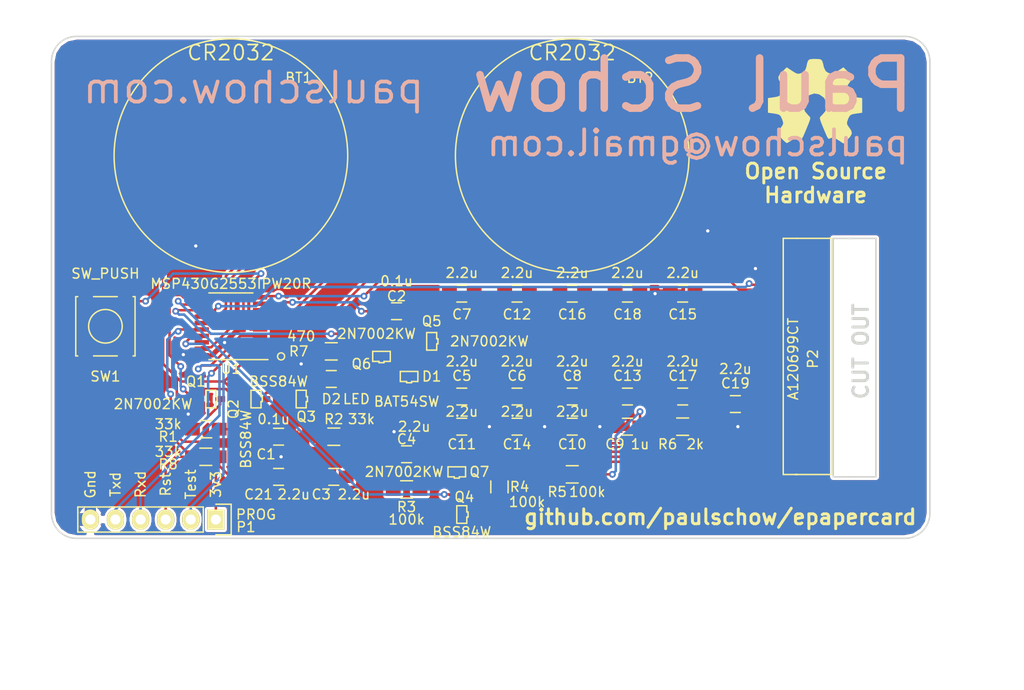
<source format=kicad_pcb>
(kicad_pcb (version 4) (host pcbnew 4.0.2+e4-6225~38~ubuntu15.10.1-stable)

  (general
    (links 104)
    (no_connects 0)
    (area 8.204287 22.759999 121.920001 96.012001)
    (thickness 1.6)
    (drawings 32)
    (tracks 457)
    (zones 0)
    (modules 44)
    (nets 54)
  )

  (page A4)
  (title_block
    (title "Epaper business card")
    (company paulschow.com)
  )

  (layers
    (0 F.Cu signal)
    (31 B.Cu signal)
    (32 B.Adhes user hide)
    (33 F.Adhes user hide)
    (34 B.Paste user)
    (35 F.Paste user)
    (36 B.SilkS user)
    (37 F.SilkS user)
    (38 B.Mask user)
    (39 F.Mask user)
    (40 Dwgs.User user hide)
    (41 Cmts.User user hide)
    (42 Eco1.User user hide)
    (43 Eco2.User user hide)
    (44 Edge.Cuts user)
    (45 Margin user hide)
    (46 B.CrtYd user hide)
    (47 F.CrtYd user hide)
    (48 B.Fab user hide)
  )

  (setup
    (last_trace_width 0.254)
    (user_trace_width 0.254)
    (user_trace_width 0.381)
    (user_trace_width 0.508)
    (user_trace_width 0.762)
    (user_trace_width 1.016)
    (trace_clearance 0.1524)
    (zone_clearance 0.254)
    (zone_45_only yes)
    (trace_min 0.1524)
    (segment_width 0.2)
    (edge_width 0.15)
    (via_size 0.6858)
    (via_drill 0.3302)
    (via_min_size 0.6858)
    (via_min_drill 0.3302)
    (uvia_size 0.3)
    (uvia_drill 0.1)
    (uvias_allowed no)
    (uvia_min_size 0)
    (uvia_min_drill 0)
    (pcb_text_width 0.3)
    (pcb_text_size 1.5 1.5)
    (mod_edge_width 0.15)
    (mod_text_size 1 1)
    (mod_text_width 0.15)
    (pad_size 15.24 15.24)
    (pad_drill 0)
    (pad_to_mask_clearance 0.2)
    (aux_axis_origin 0 0)
    (visible_elements FFFFFF3F)
    (pcbplotparams
      (layerselection 0x010f8_80000001)
      (usegerberextensions true)
      (excludeedgelayer true)
      (linewidth 0.100000)
      (plotframeref false)
      (viasonmask false)
      (mode 1)
      (useauxorigin false)
      (hpglpennumber 1)
      (hpglpenspeed 20)
      (hpglpendiameter 15)
      (hpglpenoverlay 2)
      (psnegative false)
      (psa4output false)
      (plotreference true)
      (plotvalue true)
      (plotinvisibletext false)
      (padsonsilk false)
      (subtractmaskfromsilk false)
      (outputformat 1)
      (mirror false)
      (drillshape 0)
      (scaleselection 1)
      (outputdirectory gerbers/))
  )

  (net 0 "")
  (net 1 +3V3)
  (net 2 GND)
  (net 3 "Net-(C1-Pad2)")
  (net 4 "Net-(C2-Pad1)")
  (net 5 PWM)
  (net 6 +3.3VP)
  (net 7 /VDL)
  (net 8 "Net-(C5-Pad1)")
  (net 9 "Net-(C5-Pad2)")
  (net 10 "Net-(C6-Pad1)")
  (net 11 "Net-(C6-Pad2)")
  (net 12 "Net-(C7-Pad1)")
  (net 13 "Net-(C7-Pad2)")
  (net 14 "Net-(C8-Pad1)")
  (net 15 "Net-(C8-Pad2)")
  (net 16 /VCOM)
  (net 17 /VGH)
  (net 18 /VDH)
  (net 19 "Net-(C12-Pad1)")
  (net 20 "Net-(C12-Pad2)")
  (net 21 "Net-(C13-Pad1)")
  (net 22 "Net-(C13-Pad2)")
  (net 23 /VGL)
  (net 24 "Net-(C15-Pad1)")
  (net 25 "Net-(C16-Pad1)")
  (net 26 "Net-(C16-Pad2)")
  (net 27 "Net-(C17-Pad1)")
  (net 28 "Net-(C17-Pad2)")
  (net 29 "Net-(C18-Pad1)")
  (net 30 "Net-(C18-Pad2)")
  (net 31 "Net-(C19-Pad1)")
  (net 32 "Net-(C19-Pad2)")
  (net 33 "Net-(D2-Pad2)")
  (net 34 /test)
  (net 35 /rst)
  (net 36 /rxd)
  (net 37 /txd)
  (net 38 BUSY)
  (net 39 /EPD_CS)
  (net 40 SPI_CLK)
  (net 41 SPI_MOSI)
  (net 42 SPI_MISO)
  (net 43 /RESET)
  (net 44 "Net-(P2-Pad30)")
  (net 45 /BORDER)
  (net 46 PANEL_ON)
  (net 47 "Net-(Q1-Pad3)")
  (net 48 BORDER_CONTROL)
  (net 49 "Net-(Q4-Pad3)")
  (net 50 DISCHARGE)
  (net 51 "Net-(Q7-Pad1)")
  (net 52 /led)
  (net 53 /button)

  (net_class Default "This is the default net class."
    (clearance 0.1524)
    (trace_width 0.254)
    (via_dia 0.6858)
    (via_drill 0.3302)
    (uvia_dia 0.3)
    (uvia_drill 0.1)
    (add_net +3.3VP)
    (add_net +3V3)
    (add_net /BORDER)
    (add_net /EPD_CS)
    (add_net /RESET)
    (add_net /VCOM)
    (add_net /VDH)
    (add_net /VDL)
    (add_net /VGH)
    (add_net /VGL)
    (add_net /button)
    (add_net /led)
    (add_net /rst)
    (add_net /rxd)
    (add_net /test)
    (add_net /txd)
    (add_net BORDER_CONTROL)
    (add_net BUSY)
    (add_net DISCHARGE)
    (add_net GND)
    (add_net "Net-(C1-Pad2)")
    (add_net "Net-(C12-Pad1)")
    (add_net "Net-(C12-Pad2)")
    (add_net "Net-(C13-Pad1)")
    (add_net "Net-(C13-Pad2)")
    (add_net "Net-(C15-Pad1)")
    (add_net "Net-(C16-Pad1)")
    (add_net "Net-(C16-Pad2)")
    (add_net "Net-(C17-Pad1)")
    (add_net "Net-(C17-Pad2)")
    (add_net "Net-(C18-Pad1)")
    (add_net "Net-(C18-Pad2)")
    (add_net "Net-(C19-Pad1)")
    (add_net "Net-(C19-Pad2)")
    (add_net "Net-(C2-Pad1)")
    (add_net "Net-(C5-Pad1)")
    (add_net "Net-(C5-Pad2)")
    (add_net "Net-(C6-Pad1)")
    (add_net "Net-(C6-Pad2)")
    (add_net "Net-(C7-Pad1)")
    (add_net "Net-(C7-Pad2)")
    (add_net "Net-(C8-Pad1)")
    (add_net "Net-(C8-Pad2)")
    (add_net "Net-(D2-Pad2)")
    (add_net "Net-(P2-Pad30)")
    (add_net "Net-(Q1-Pad3)")
    (add_net "Net-(Q4-Pad3)")
    (add_net "Net-(Q7-Pad1)")
    (add_net PANEL_ON)
    (add_net PWM)
    (add_net SPI_CLK)
    (add_net SPI_MISO)
    (add_net SPI_MOSI)
  )

  (module footprint:TSSOP-20_4.4x6.5mm_Pitch0.65mm (layer F.Cu) (tedit 574DE2DB) (tstamp 574DF295)
    (at 41.656 59.182 180)
    (descr "20-Lead Plastic Thin Shrink Small Outline (ST)-4.4 mm Body [TSSOP] (see Microchip Packaging Specification 00000049BS.pdf)")
    (tags "SSOP 0.65")
    (path /5733FDDC)
    (attr smd)
    (fp_text reference U1 (at 0 -4.3 180) (layer F.SilkS)
      (effects (font (size 1 1) (thickness 0.15)))
    )
    (fp_text value MSP430G2553IPW20R (at 0 4.3 180) (layer F.SilkS)
      (effects (font (size 1 1) (thickness 0.15)))
    )
    (fp_circle (center -5.08 -3.048) (end -4.826 -2.794) (layer F.SilkS) (width 0.15))
    (fp_line (start -3.95 -3.55) (end -3.95 3.55) (layer F.CrtYd) (width 0.05))
    (fp_line (start 3.95 -3.55) (end 3.95 3.55) (layer F.CrtYd) (width 0.05))
    (fp_line (start -3.95 -3.55) (end 3.95 -3.55) (layer F.CrtYd) (width 0.05))
    (fp_line (start -3.95 3.55) (end 3.95 3.55) (layer F.CrtYd) (width 0.05))
    (fp_line (start -2.225 3.375) (end 2.225 3.375) (layer F.SilkS) (width 0.15))
    (fp_line (start -3.75 -3.375) (end 2.225 -3.375) (layer F.SilkS) (width 0.15))
    (pad 1 smd rect (at -2.95 -2.925 180) (size 1.45 0.45) (layers F.Cu F.Paste F.Mask)
      (net 1 +3V3))
    (pad 2 smd rect (at -2.95 -2.275 180) (size 1.45 0.45) (layers F.Cu F.Paste F.Mask)
      (net 52 /led))
    (pad 3 smd rect (at -2.95 -1.625 180) (size 1.45 0.45) (layers F.Cu F.Paste F.Mask)
      (net 37 /txd))
    (pad 4 smd rect (at -2.95 -0.975 180) (size 1.45 0.45) (layers F.Cu F.Paste F.Mask)
      (net 36 /rxd))
    (pad 5 smd rect (at -2.95 -0.325 180) (size 1.45 0.45) (layers F.Cu F.Paste F.Mask)
      (net 53 /button))
    (pad 6 smd rect (at -2.95 0.325 180) (size 1.45 0.45) (layers F.Cu F.Paste F.Mask))
    (pad 7 smd rect (at -2.95 0.975 180) (size 1.45 0.45) (layers F.Cu F.Paste F.Mask)
      (net 40 SPI_CLK))
    (pad 8 smd rect (at -2.95 1.625 180) (size 1.45 0.45) (layers F.Cu F.Paste F.Mask)
      (net 38 BUSY))
    (pad 9 smd rect (at -2.95 2.275 180) (size 1.45 0.45) (layers F.Cu F.Paste F.Mask)
      (net 5 PWM))
    (pad 10 smd rect (at -2.95 2.925 180) (size 1.45 0.45) (layers F.Cu F.Paste F.Mask)
      (net 43 /RESET))
    (pad 11 smd rect (at 2.95 2.925 180) (size 1.45 0.45) (layers F.Cu F.Paste F.Mask)
      (net 46 PANEL_ON))
    (pad 12 smd rect (at 2.95 2.275 180) (size 1.45 0.45) (layers F.Cu F.Paste F.Mask)
      (net 50 DISCHARGE))
    (pad 13 smd rect (at 2.95 1.625 180) (size 1.45 0.45) (layers F.Cu F.Paste F.Mask)
      (net 48 BORDER_CONTROL))
    (pad 14 smd rect (at 2.95 0.975 180) (size 1.45 0.45) (layers F.Cu F.Paste F.Mask)
      (net 42 SPI_MISO))
    (pad 15 smd rect (at 2.95 0.325 180) (size 1.45 0.45) (layers F.Cu F.Paste F.Mask)
      (net 41 SPI_MOSI))
    (pad 16 smd rect (at 2.95 -0.325 180) (size 1.45 0.45) (layers F.Cu F.Paste F.Mask)
      (net 35 /rst))
    (pad 17 smd rect (at 2.95 -0.975 180) (size 1.45 0.45) (layers F.Cu F.Paste F.Mask)
      (net 34 /test))
    (pad 18 smd rect (at 2.95 -1.625 180) (size 1.45 0.45) (layers F.Cu F.Paste F.Mask))
    (pad 19 smd rect (at 2.95 -2.275 180) (size 1.45 0.45) (layers F.Cu F.Paste F.Mask)
      (net 39 /EPD_CS))
    (pad 20 smd rect (at 2.95 -2.925 180) (size 1.45 0.45) (layers F.Cu F.Paste F.Mask)
      (net 2 GND))
    (model Housings_SSOP.3dshapes/TSSOP-20_4.4x6.5mm_Pitch0.65mm.wrl
      (at (xyz 0 0 0))
      (scale (xyz 1 1 1))
      (rotate (xyz 0 0 0))
    )
  )

  (module footprint:CR2032sm (layer F.Cu) (tedit 574E3E3A) (tstamp 574DF514)
    (at 76.2 41.91)
    (path /5735398E)
    (fp_text reference BT2 (at 6.858 -7.874) (layer F.SilkS)
      (effects (font (size 1 1) (thickness 0.15)))
    )
    (fp_text value CR2032 (at 0 -10.414) (layer F.SilkS)
      (effects (font (thickness 0.1778)))
    )
    (fp_circle (center 0 0) (end -3.414 11.318) (layer F.SilkS) (width 0.15))
    (pad 1 smd rect (at -13.208 0) (size 5.3 5.3) (layers F.Cu F.Paste F.Mask)
      (net 1 +3V3))
    (pad 1 smd rect (at 13.208 0) (size 5.3 5.3) (layers F.Cu F.Paste F.Mask)
      (net 1 +3V3))
    (pad 2 smd circle (at 0 0) (size 15.24 15.24) (layers F.Cu F.Mask)
      (net 2 GND))
  )

  (module Capacitors_SMD:C_0805_HandSoldering (layer F.Cu) (tedit 574E2818) (tstamp 57352921)
    (at 46.482 74.422 180)
    (descr "Capacitor SMD 0805, hand soldering")
    (tags "capacitor 0805")
    (path /573583F1)
    (attr smd)
    (fp_text reference C21 (at 2.032 -1.778 180) (layer F.SilkS)
      (effects (font (size 1 1) (thickness 0.15)))
    )
    (fp_text value 2.2u (at -1.524 -1.778 180) (layer F.SilkS)
      (effects (font (size 1 1) (thickness 0.15)))
    )
    (fp_line (start -2.3 -1) (end 2.3 -1) (layer F.CrtYd) (width 0.05))
    (fp_line (start -2.3 1) (end 2.3 1) (layer F.CrtYd) (width 0.05))
    (fp_line (start -2.3 -1) (end -2.3 1) (layer F.CrtYd) (width 0.05))
    (fp_line (start 2.3 -1) (end 2.3 1) (layer F.CrtYd) (width 0.05))
    (fp_line (start 0.5 -0.85) (end -0.5 -0.85) (layer F.SilkS) (width 0.15))
    (fp_line (start -0.5 0.85) (end 0.5 0.85) (layer F.SilkS) (width 0.15))
    (pad 1 smd rect (at -1.25 0 180) (size 1.5 1.25) (layers F.Cu F.Paste F.Mask)
      (net 2 GND))
    (pad 2 smd rect (at 1.25 0 180) (size 1.5 1.25) (layers F.Cu F.Paste F.Mask)
      (net 1 +3V3))
    (model Capacitors_SMD.3dshapes/C_0805_HandSoldering.wrl
      (at (xyz 0 0 0))
      (scale (xyz 1 1 1))
      (rotate (xyz 0 0 0))
    )
  )

  (module Capacitors_SMD:C_0805_HandSoldering (layer F.Cu) (tedit 574E27B5) (tstamp 5735292E)
    (at 51.816 64.516)
    (descr "Capacitor SMD 0805, hand soldering")
    (tags "capacitor 0805")
    (path /57352F38)
    (attr smd)
    (fp_text reference D2 (at 0 2.032) (layer F.SilkS)
      (effects (font (size 1 1) (thickness 0.15)))
    )
    (fp_text value LED (at 2.54 2.032) (layer F.SilkS)
      (effects (font (size 1 1) (thickness 0.15)))
    )
    (fp_line (start -2.3 -1) (end 2.3 -1) (layer F.CrtYd) (width 0.05))
    (fp_line (start -2.3 1) (end 2.3 1) (layer F.CrtYd) (width 0.05))
    (fp_line (start -2.3 -1) (end -2.3 1) (layer F.CrtYd) (width 0.05))
    (fp_line (start 2.3 -1) (end 2.3 1) (layer F.CrtYd) (width 0.05))
    (fp_line (start 0.5 -0.85) (end -0.5 -0.85) (layer F.SilkS) (width 0.15))
    (fp_line (start -0.5 0.85) (end 0.5 0.85) (layer F.SilkS) (width 0.15))
    (pad 1 smd rect (at -1.25 0) (size 1.5 1.25) (layers F.Cu F.Paste F.Mask)
      (net 2 GND))
    (pad 2 smd rect (at 1.25 0) (size 1.5 1.25) (layers F.Cu F.Paste F.Mask)
      (net 33 "Net-(D2-Pad2)"))
    (model Capacitors_SMD.3dshapes/C_0805_HandSoldering.wrl
      (at (xyz 0 0 0))
      (scale (xyz 1 1 1))
      (rotate (xyz 0 0 0))
    )
  )

  (module Resistors_SMD:R_0805_HandSoldering (layer F.Cu) (tedit 574E27B0) (tstamp 573529CA)
    (at 51.816 61.722 180)
    (descr "Resistor SMD 0805, hand soldering")
    (tags "resistor 0805")
    (path /57356DF4)
    (attr smd)
    (fp_text reference R7 (at 3.302 0 180) (layer F.SilkS)
      (effects (font (size 1 1) (thickness 0.15)))
    )
    (fp_text value 470 (at 3.048 1.524 180) (layer F.SilkS)
      (effects (font (size 1 1) (thickness 0.15)))
    )
    (fp_line (start -2.4 -1) (end 2.4 -1) (layer F.CrtYd) (width 0.05))
    (fp_line (start -2.4 1) (end 2.4 1) (layer F.CrtYd) (width 0.05))
    (fp_line (start -2.4 -1) (end -2.4 1) (layer F.CrtYd) (width 0.05))
    (fp_line (start 2.4 -1) (end 2.4 1) (layer F.CrtYd) (width 0.05))
    (fp_line (start 0.6 0.875) (end -0.6 0.875) (layer F.SilkS) (width 0.15))
    (fp_line (start -0.6 -0.875) (end 0.6 -0.875) (layer F.SilkS) (width 0.15))
    (pad 1 smd rect (at -1.35 0 180) (size 1.5 1.3) (layers F.Cu F.Paste F.Mask)
      (net 33 "Net-(D2-Pad2)"))
    (pad 2 smd rect (at 1.35 0 180) (size 1.5 1.3) (layers F.Cu F.Paste F.Mask)
      (net 52 /led))
    (model Resistors_SMD.3dshapes/R_0805_HandSoldering.wrl
      (at (xyz 0 0 0))
      (scale (xyz 1 1 1))
      (rotate (xyz 0 0 0))
    )
  )

  (module Resistors_SMD:R_0805_HandSoldering (layer F.Cu) (tedit 574E286B) (tstamp 573529D0)
    (at 39.116 72.39)
    (descr "Resistor SMD 0805, hand soldering")
    (tags "resistor 0805")
    (path /57357A7D)
    (attr smd)
    (fp_text reference R8 (at -3.81 0.762) (layer F.SilkS)
      (effects (font (size 1 1) (thickness 0.15)))
    )
    (fp_text value 33k (at -3.81 -0.508) (layer F.SilkS)
      (effects (font (size 1 1) (thickness 0.15)))
    )
    (fp_line (start -2.4 -1) (end 2.4 -1) (layer F.CrtYd) (width 0.05))
    (fp_line (start -2.4 1) (end 2.4 1) (layer F.CrtYd) (width 0.05))
    (fp_line (start -2.4 -1) (end -2.4 1) (layer F.CrtYd) (width 0.05))
    (fp_line (start 2.4 -1) (end 2.4 1) (layer F.CrtYd) (width 0.05))
    (fp_line (start 0.6 0.875) (end -0.6 0.875) (layer F.SilkS) (width 0.15))
    (fp_line (start -0.6 -0.875) (end 0.6 -0.875) (layer F.SilkS) (width 0.15))
    (pad 1 smd rect (at -1.35 0) (size 1.5 1.3) (layers F.Cu F.Paste F.Mask)
      (net 35 /rst))
    (pad 2 smd rect (at 1.35 0) (size 1.5 1.3) (layers F.Cu F.Paste F.Mask)
      (net 1 +3V3))
    (model Resistors_SMD.3dshapes/R_0805_HandSoldering.wrl
      (at (xyz 0 0 0))
      (scale (xyz 1 1 1))
      (rotate (xyz 0 0 0))
    )
  )

  (module Buttons_Switches_SMD:SW_SPST_EVPBF (layer F.Cu) (tedit 574E2884) (tstamp 573529D8)
    (at 28.956 59.182 270)
    (descr "Light Touch Switch")
    (path /573517D5)
    (attr smd)
    (fp_text reference SW1 (at 5.08 0 360) (layer F.SilkS)
      (effects (font (size 1 1) (thickness 0.15)))
    )
    (fp_text value SW_PUSH (at -5.334 0 360) (layer F.SilkS)
      (effects (font (size 1 1) (thickness 0.15)))
    )
    (fp_line (start -4.5 -3.25) (end 4.5 -3.25) (layer F.CrtYd) (width 0.05))
    (fp_line (start 4.5 -3.25) (end 4.5 3.25) (layer F.CrtYd) (width 0.05))
    (fp_line (start 4.5 3.25) (end -4.5 3.25) (layer F.CrtYd) (width 0.05))
    (fp_line (start -4.5 3.25) (end -4.5 -3.25) (layer F.CrtYd) (width 0.05))
    (fp_line (start 3 -3) (end 3 -2.8) (layer F.SilkS) (width 0.15))
    (fp_line (start 3 3) (end 3 2.8) (layer F.SilkS) (width 0.15))
    (fp_line (start -3 3) (end -3 2.8) (layer F.SilkS) (width 0.15))
    (fp_line (start -3 -3) (end -3 -2.8) (layer F.SilkS) (width 0.15))
    (fp_line (start -3 -1.2) (end -3 1.2) (layer F.SilkS) (width 0.15))
    (fp_line (start 3 -1.2) (end 3 1.2) (layer F.SilkS) (width 0.15))
    (fp_line (start 3 -3) (end -3 -3) (layer F.SilkS) (width 0.15))
    (fp_line (start -3 3) (end 3 3) (layer F.SilkS) (width 0.15))
    (fp_circle (center 0 0) (end 1.7 0) (layer F.SilkS) (width 0.15))
    (pad 1 smd rect (at 2.875 -2 270) (size 2.75 1) (layers F.Cu F.Paste F.Mask)
      (net 53 /button))
    (pad 1 smd rect (at -2.875 -2 270) (size 2.75 1) (layers F.Cu F.Paste F.Mask)
      (net 53 /button))
    (pad 2 smd rect (at -2.875 2 270) (size 2.75 1) (layers F.Cu F.Paste F.Mask)
      (net 2 GND))
    (pad 2 smd rect (at 2.875 2 270) (size 2.75 1) (layers F.Cu F.Paste F.Mask)
      (net 2 GND))
  )

  (module footprint:CR2032sm (layer F.Cu) (tedit 574E3E2E) (tstamp 574DF3E3)
    (at 41.656 41.91)
    (path /573537BF)
    (fp_text reference BT1 (at 6.858 -7.874) (layer F.SilkS)
      (effects (font (size 1 1) (thickness 0.15)))
    )
    (fp_text value CR2032 (at 0 -10.414) (layer F.SilkS)
      (effects (font (thickness 0.1778)))
    )
    (fp_circle (center 0 0) (end -3.414 11.318) (layer F.SilkS) (width 0.15))
    (pad 1 smd rect (at -13.208 0) (size 5.3 5.3) (layers F.Cu F.Paste F.Mask)
      (net 1 +3V3))
    (pad 1 smd rect (at 13.208 0) (size 5.3 5.3) (layers F.Cu F.Paste F.Mask)
      (net 1 +3V3))
    (pad 2 smd circle (at 0 0) (size 15.24 15.24) (layers F.Cu F.Mask)
      (net 2 GND))
  )

  (module Capacitors_SMD:C_0805_HandSoldering (layer F.Cu) (tedit 574E2825) (tstamp 574DFFF9)
    (at 46.482 70.358 180)
    (descr "Capacitor SMD 0805, hand soldering")
    (tags "capacitor 0805")
    (path /5734FA17)
    (attr smd)
    (fp_text reference C1 (at 1.27 -1.778 180) (layer F.SilkS)
      (effects (font (size 1 1) (thickness 0.15)))
    )
    (fp_text value 0.1u (at 0.508 1.778 180) (layer F.SilkS)
      (effects (font (size 1 1) (thickness 0.15)))
    )
    (fp_line (start -2.3 -1) (end 2.3 -1) (layer F.CrtYd) (width 0.05))
    (fp_line (start -2.3 1) (end 2.3 1) (layer F.CrtYd) (width 0.05))
    (fp_line (start -2.3 -1) (end -2.3 1) (layer F.CrtYd) (width 0.05))
    (fp_line (start 2.3 -1) (end 2.3 1) (layer F.CrtYd) (width 0.05))
    (fp_line (start 0.5 -0.85) (end -0.5 -0.85) (layer F.SilkS) (width 0.15))
    (fp_line (start -0.5 0.85) (end 0.5 0.85) (layer F.SilkS) (width 0.15))
    (pad 1 smd rect (at -1.25 0 180) (size 1.5 1.25) (layers F.Cu F.Paste F.Mask)
      (net 2 GND))
    (pad 2 smd rect (at 1.25 0 180) (size 1.5 1.25) (layers F.Cu F.Paste F.Mask)
      (net 3 "Net-(C1-Pad2)"))
    (model Capacitors_SMD.3dshapes/C_0805_HandSoldering.wrl
      (at (xyz 0 0 0))
      (scale (xyz 1 1 1))
      (rotate (xyz 0 0 0))
    )
  )

  (module Capacitors_SMD:C_0805_HandSoldering (layer F.Cu) (tedit 574E26F0) (tstamp 574E0005)
    (at 58.42 57.658 180)
    (descr "Capacitor SMD 0805, hand soldering")
    (tags "capacitor 0805")
    (path /5734334B)
    (attr smd)
    (fp_text reference C2 (at 0 1.524 180) (layer F.SilkS)
      (effects (font (size 1 1) (thickness 0.15)))
    )
    (fp_text value 0.1u (at 0 3.048 180) (layer F.SilkS)
      (effects (font (size 1 1) (thickness 0.15)))
    )
    (fp_line (start -2.3 -1) (end 2.3 -1) (layer F.CrtYd) (width 0.05))
    (fp_line (start -2.3 1) (end 2.3 1) (layer F.CrtYd) (width 0.05))
    (fp_line (start -2.3 -1) (end -2.3 1) (layer F.CrtYd) (width 0.05))
    (fp_line (start 2.3 -1) (end 2.3 1) (layer F.CrtYd) (width 0.05))
    (fp_line (start 0.5 -0.85) (end -0.5 -0.85) (layer F.SilkS) (width 0.15))
    (fp_line (start -0.5 0.85) (end 0.5 0.85) (layer F.SilkS) (width 0.15))
    (pad 1 smd rect (at -1.25 0 180) (size 1.5 1.25) (layers F.Cu F.Paste F.Mask)
      (net 4 "Net-(C2-Pad1)"))
    (pad 2 smd rect (at 1.25 0 180) (size 1.5 1.25) (layers F.Cu F.Paste F.Mask)
      (net 5 PWM))
    (model Capacitors_SMD.3dshapes/C_0805_HandSoldering.wrl
      (at (xyz 0 0 0))
      (scale (xyz 1 1 1))
      (rotate (xyz 0 0 0))
    )
  )

  (module Capacitors_SMD:C_0805_HandSoldering (layer F.Cu) (tedit 574E280A) (tstamp 574E0011)
    (at 52.07 74.422)
    (descr "Capacitor SMD 0805, hand soldering")
    (tags "capacitor 0805")
    (path /57350A04)
    (attr smd)
    (fp_text reference C3 (at -1.27 1.778) (layer F.SilkS)
      (effects (font (size 1 1) (thickness 0.15)))
    )
    (fp_text value 2.2u (at 2.032 1.778) (layer F.SilkS)
      (effects (font (size 1 1) (thickness 0.15)))
    )
    (fp_line (start -2.3 -1) (end 2.3 -1) (layer F.CrtYd) (width 0.05))
    (fp_line (start -2.3 1) (end 2.3 1) (layer F.CrtYd) (width 0.05))
    (fp_line (start -2.3 -1) (end -2.3 1) (layer F.CrtYd) (width 0.05))
    (fp_line (start 2.3 -1) (end 2.3 1) (layer F.CrtYd) (width 0.05))
    (fp_line (start 0.5 -0.85) (end -0.5 -0.85) (layer F.SilkS) (width 0.15))
    (fp_line (start -0.5 0.85) (end 0.5 0.85) (layer F.SilkS) (width 0.15))
    (pad 1 smd rect (at -1.25 0) (size 1.5 1.25) (layers F.Cu F.Paste F.Mask)
      (net 2 GND))
    (pad 2 smd rect (at 1.25 0) (size 1.5 1.25) (layers F.Cu F.Paste F.Mask)
      (net 6 +3.3VP))
    (model Capacitors_SMD.3dshapes/C_0805_HandSoldering.wrl
      (at (xyz 0 0 0))
      (scale (xyz 1 1 1))
      (rotate (xyz 0 0 0))
    )
  )

  (module Capacitors_SMD:C_0805_HandSoldering (layer F.Cu) (tedit 574E26AE) (tstamp 574E001D)
    (at 59.436 72.136 180)
    (descr "Capacitor SMD 0805, hand soldering")
    (tags "capacitor 0805")
    (path /57343CA2)
    (attr smd)
    (fp_text reference C4 (at 0 1.524 180) (layer F.SilkS)
      (effects (font (size 1 1) (thickness 0.15)))
    )
    (fp_text value 2.2u (at -0.762 2.794 180) (layer F.SilkS)
      (effects (font (size 1 1) (thickness 0.15)))
    )
    (fp_line (start -2.3 -1) (end 2.3 -1) (layer F.CrtYd) (width 0.05))
    (fp_line (start -2.3 1) (end 2.3 1) (layer F.CrtYd) (width 0.05))
    (fp_line (start -2.3 -1) (end -2.3 1) (layer F.CrtYd) (width 0.05))
    (fp_line (start 2.3 -1) (end 2.3 1) (layer F.CrtYd) (width 0.05))
    (fp_line (start 0.5 -0.85) (end -0.5 -0.85) (layer F.SilkS) (width 0.15))
    (fp_line (start -0.5 0.85) (end 0.5 0.85) (layer F.SilkS) (width 0.15))
    (pad 1 smd rect (at -1.25 0 180) (size 1.5 1.25) (layers F.Cu F.Paste F.Mask)
      (net 7 /VDL))
    (pad 2 smd rect (at 1.25 0 180) (size 1.5 1.25) (layers F.Cu F.Paste F.Mask)
      (net 2 GND))
    (model Capacitors_SMD.3dshapes/C_0805_HandSoldering.wrl
      (at (xyz 0 0 0))
      (scale (xyz 1 1 1))
      (rotate (xyz 0 0 0))
    )
  )

  (module Capacitors_SMD:C_0805_HandSoldering (layer F.Cu) (tedit 574E253E) (tstamp 574E0029)
    (at 65.024 66.294)
    (descr "Capacitor SMD 0805, hand soldering")
    (tags "capacitor 0805")
    (path /57340EFD)
    (attr smd)
    (fp_text reference C5 (at 0 -2.1) (layer F.SilkS)
      (effects (font (size 1 1) (thickness 0.15)))
    )
    (fp_text value 2.2u (at 0 -3.556) (layer F.SilkS)
      (effects (font (size 1 1) (thickness 0.15)))
    )
    (fp_line (start -2.3 -1) (end 2.3 -1) (layer F.CrtYd) (width 0.05))
    (fp_line (start -2.3 1) (end 2.3 1) (layer F.CrtYd) (width 0.05))
    (fp_line (start -2.3 -1) (end -2.3 1) (layer F.CrtYd) (width 0.05))
    (fp_line (start 2.3 -1) (end 2.3 1) (layer F.CrtYd) (width 0.05))
    (fp_line (start 0.5 -0.85) (end -0.5 -0.85) (layer F.SilkS) (width 0.15))
    (fp_line (start -0.5 0.85) (end 0.5 0.85) (layer F.SilkS) (width 0.15))
    (pad 1 smd rect (at -1.25 0) (size 1.5 1.25) (layers F.Cu F.Paste F.Mask)
      (net 8 "Net-(C5-Pad1)"))
    (pad 2 smd rect (at 1.25 0) (size 1.5 1.25) (layers F.Cu F.Paste F.Mask)
      (net 9 "Net-(C5-Pad2)"))
    (model Capacitors_SMD.3dshapes/C_0805_HandSoldering.wrl
      (at (xyz 0 0 0))
      (scale (xyz 1 1 1))
      (rotate (xyz 0 0 0))
    )
  )

  (module Capacitors_SMD:C_0805_HandSoldering (layer F.Cu) (tedit 574E2543) (tstamp 574E0035)
    (at 70.612 66.294)
    (descr "Capacitor SMD 0805, hand soldering")
    (tags "capacitor 0805")
    (path /5734100B)
    (attr smd)
    (fp_text reference C6 (at 0 -2.1) (layer F.SilkS)
      (effects (font (size 1 1) (thickness 0.15)))
    )
    (fp_text value 2.2u (at 0 -3.556) (layer F.SilkS)
      (effects (font (size 1 1) (thickness 0.15)))
    )
    (fp_line (start -2.3 -1) (end 2.3 -1) (layer F.CrtYd) (width 0.05))
    (fp_line (start -2.3 1) (end 2.3 1) (layer F.CrtYd) (width 0.05))
    (fp_line (start -2.3 -1) (end -2.3 1) (layer F.CrtYd) (width 0.05))
    (fp_line (start 2.3 -1) (end 2.3 1) (layer F.CrtYd) (width 0.05))
    (fp_line (start 0.5 -0.85) (end -0.5 -0.85) (layer F.SilkS) (width 0.15))
    (fp_line (start -0.5 0.85) (end 0.5 0.85) (layer F.SilkS) (width 0.15))
    (pad 1 smd rect (at -1.25 0) (size 1.5 1.25) (layers F.Cu F.Paste F.Mask)
      (net 10 "Net-(C6-Pad1)"))
    (pad 2 smd rect (at 1.25 0) (size 1.5 1.25) (layers F.Cu F.Paste F.Mask)
      (net 11 "Net-(C6-Pad2)"))
    (model Capacitors_SMD.3dshapes/C_0805_HandSoldering.wrl
      (at (xyz 0 0 0))
      (scale (xyz 1 1 1))
      (rotate (xyz 0 0 0))
    )
  )

  (module Capacitors_SMD:C_0805_HandSoldering (layer F.Cu) (tedit 541A9B8D) (tstamp 574E0041)
    (at 65.024 55.88 180)
    (descr "Capacitor SMD 0805, hand soldering")
    (tags "capacitor 0805")
    (path /57340D3F)
    (attr smd)
    (fp_text reference C7 (at 0 -2.1 180) (layer F.SilkS)
      (effects (font (size 1 1) (thickness 0.15)))
    )
    (fp_text value 2.2u (at 0 2.1 180) (layer F.SilkS)
      (effects (font (size 1 1) (thickness 0.15)))
    )
    (fp_line (start -2.3 -1) (end 2.3 -1) (layer F.CrtYd) (width 0.05))
    (fp_line (start -2.3 1) (end 2.3 1) (layer F.CrtYd) (width 0.05))
    (fp_line (start -2.3 -1) (end -2.3 1) (layer F.CrtYd) (width 0.05))
    (fp_line (start 2.3 -1) (end 2.3 1) (layer F.CrtYd) (width 0.05))
    (fp_line (start 0.5 -0.85) (end -0.5 -0.85) (layer F.SilkS) (width 0.15))
    (fp_line (start -0.5 0.85) (end 0.5 0.85) (layer F.SilkS) (width 0.15))
    (pad 1 smd rect (at -1.25 0 180) (size 1.5 1.25) (layers F.Cu F.Paste F.Mask)
      (net 12 "Net-(C7-Pad1)"))
    (pad 2 smd rect (at 1.25 0 180) (size 1.5 1.25) (layers F.Cu F.Paste F.Mask)
      (net 13 "Net-(C7-Pad2)"))
    (model Capacitors_SMD.3dshapes/C_0805_HandSoldering.wrl
      (at (xyz 0 0 0))
      (scale (xyz 1 1 1))
      (rotate (xyz 0 0 0))
    )
  )

  (module Capacitors_SMD:C_0805_HandSoldering (layer F.Cu) (tedit 574E2549) (tstamp 574E004D)
    (at 76.2 66.294)
    (descr "Capacitor SMD 0805, hand soldering")
    (tags "capacitor 0805")
    (path /57341211)
    (attr smd)
    (fp_text reference C8 (at 0 -2.1) (layer F.SilkS)
      (effects (font (size 1 1) (thickness 0.15)))
    )
    (fp_text value 2.2u (at 0 -3.556) (layer F.SilkS)
      (effects (font (size 1 1) (thickness 0.15)))
    )
    (fp_line (start -2.3 -1) (end 2.3 -1) (layer F.CrtYd) (width 0.05))
    (fp_line (start -2.3 1) (end 2.3 1) (layer F.CrtYd) (width 0.05))
    (fp_line (start -2.3 -1) (end -2.3 1) (layer F.CrtYd) (width 0.05))
    (fp_line (start 2.3 -1) (end 2.3 1) (layer F.CrtYd) (width 0.05))
    (fp_line (start 0.5 -0.85) (end -0.5 -0.85) (layer F.SilkS) (width 0.15))
    (fp_line (start -0.5 0.85) (end 0.5 0.85) (layer F.SilkS) (width 0.15))
    (pad 1 smd rect (at -1.25 0) (size 1.5 1.25) (layers F.Cu F.Paste F.Mask)
      (net 14 "Net-(C8-Pad1)"))
    (pad 2 smd rect (at 1.25 0) (size 1.5 1.25) (layers F.Cu F.Paste F.Mask)
      (net 15 "Net-(C8-Pad2)"))
    (model Capacitors_SMD.3dshapes/C_0805_HandSoldering.wrl
      (at (xyz 0 0 0))
      (scale (xyz 1 1 1))
      (rotate (xyz 0 0 0))
    )
  )

  (module Capacitors_SMD:C_0805_HandSoldering (layer F.Cu) (tedit 574E258D) (tstamp 574E0059)
    (at 81.788 69.342 180)
    (descr "Capacitor SMD 0805, hand soldering")
    (tags "capacitor 0805")
    (path /573421FD)
    (attr smd)
    (fp_text reference C9 (at 1.27 -1.778 180) (layer F.SilkS)
      (effects (font (size 1 1) (thickness 0.15)))
    )
    (fp_text value 1u (at -1.27 -1.778 180) (layer F.SilkS)
      (effects (font (size 1 1) (thickness 0.15)))
    )
    (fp_line (start -2.3 -1) (end 2.3 -1) (layer F.CrtYd) (width 0.05))
    (fp_line (start -2.3 1) (end 2.3 1) (layer F.CrtYd) (width 0.05))
    (fp_line (start -2.3 -1) (end -2.3 1) (layer F.CrtYd) (width 0.05))
    (fp_line (start 2.3 -1) (end 2.3 1) (layer F.CrtYd) (width 0.05))
    (fp_line (start 0.5 -0.85) (end -0.5 -0.85) (layer F.SilkS) (width 0.15))
    (fp_line (start -0.5 0.85) (end 0.5 0.85) (layer F.SilkS) (width 0.15))
    (pad 1 smd rect (at -1.25 0 180) (size 1.5 1.25) (layers F.Cu F.Paste F.Mask)
      (net 16 /VCOM))
    (pad 2 smd rect (at 1.25 0 180) (size 1.5 1.25) (layers F.Cu F.Paste F.Mask)
      (net 2 GND))
    (model Capacitors_SMD.3dshapes/C_0805_HandSoldering.wrl
      (at (xyz 0 0 0))
      (scale (xyz 1 1 1))
      (rotate (xyz 0 0 0))
    )
  )

  (module Capacitors_SMD:C_0805_HandSoldering (layer F.Cu) (tedit 574E2684) (tstamp 574E0065)
    (at 76.2 69.342 180)
    (descr "Capacitor SMD 0805, hand soldering")
    (tags "capacitor 0805")
    (path /57342E64)
    (attr smd)
    (fp_text reference C10 (at 0 -1.778 180) (layer F.SilkS)
      (effects (font (size 1 1) (thickness 0.15)))
    )
    (fp_text value 2.2u (at 0 1.524 180) (layer F.SilkS)
      (effects (font (size 1 1) (thickness 0.15)))
    )
    (fp_line (start -2.3 -1) (end 2.3 -1) (layer F.CrtYd) (width 0.05))
    (fp_line (start -2.3 1) (end 2.3 1) (layer F.CrtYd) (width 0.05))
    (fp_line (start -2.3 -1) (end -2.3 1) (layer F.CrtYd) (width 0.05))
    (fp_line (start 2.3 -1) (end 2.3 1) (layer F.CrtYd) (width 0.05))
    (fp_line (start 0.5 -0.85) (end -0.5 -0.85) (layer F.SilkS) (width 0.15))
    (fp_line (start -0.5 0.85) (end 0.5 0.85) (layer F.SilkS) (width 0.15))
    (pad 1 smd rect (at -1.25 0 180) (size 1.5 1.25) (layers F.Cu F.Paste F.Mask)
      (net 17 /VGH))
    (pad 2 smd rect (at 1.25 0 180) (size 1.5 1.25) (layers F.Cu F.Paste F.Mask)
      (net 2 GND))
    (model Capacitors_SMD.3dshapes/C_0805_HandSoldering.wrl
      (at (xyz 0 0 0))
      (scale (xyz 1 1 1))
      (rotate (xyz 0 0 0))
    )
  )

  (module Capacitors_SMD:C_0805_HandSoldering (layer F.Cu) (tedit 574E2693) (tstamp 574E0071)
    (at 65.024 69.342 180)
    (descr "Capacitor SMD 0805, hand soldering")
    (tags "capacitor 0805")
    (path /57343A35)
    (attr smd)
    (fp_text reference C11 (at 0 -1.778 180) (layer F.SilkS)
      (effects (font (size 1 1) (thickness 0.15)))
    )
    (fp_text value 2.2u (at 0 1.524 180) (layer F.SilkS)
      (effects (font (size 1 1) (thickness 0.15)))
    )
    (fp_line (start -2.3 -1) (end 2.3 -1) (layer F.CrtYd) (width 0.05))
    (fp_line (start -2.3 1) (end 2.3 1) (layer F.CrtYd) (width 0.05))
    (fp_line (start -2.3 -1) (end -2.3 1) (layer F.CrtYd) (width 0.05))
    (fp_line (start 2.3 -1) (end 2.3 1) (layer F.CrtYd) (width 0.05))
    (fp_line (start 0.5 -0.85) (end -0.5 -0.85) (layer F.SilkS) (width 0.15))
    (fp_line (start -0.5 0.85) (end 0.5 0.85) (layer F.SilkS) (width 0.15))
    (pad 1 smd rect (at -1.25 0 180) (size 1.5 1.25) (layers F.Cu F.Paste F.Mask)
      (net 18 /VDH))
    (pad 2 smd rect (at 1.25 0 180) (size 1.5 1.25) (layers F.Cu F.Paste F.Mask)
      (net 2 GND))
    (model Capacitors_SMD.3dshapes/C_0805_HandSoldering.wrl
      (at (xyz 0 0 0))
      (scale (xyz 1 1 1))
      (rotate (xyz 0 0 0))
    )
  )

  (module Capacitors_SMD:C_0805_HandSoldering (layer F.Cu) (tedit 541A9B8D) (tstamp 574E007D)
    (at 70.612 55.88 180)
    (descr "Capacitor SMD 0805, hand soldering")
    (tags "capacitor 0805")
    (path /57340C05)
    (attr smd)
    (fp_text reference C12 (at 0 -2.1 180) (layer F.SilkS)
      (effects (font (size 1 1) (thickness 0.15)))
    )
    (fp_text value 2.2u (at 0 2.1 180) (layer F.SilkS)
      (effects (font (size 1 1) (thickness 0.15)))
    )
    (fp_line (start -2.3 -1) (end 2.3 -1) (layer F.CrtYd) (width 0.05))
    (fp_line (start -2.3 1) (end 2.3 1) (layer F.CrtYd) (width 0.05))
    (fp_line (start -2.3 -1) (end -2.3 1) (layer F.CrtYd) (width 0.05))
    (fp_line (start 2.3 -1) (end 2.3 1) (layer F.CrtYd) (width 0.05))
    (fp_line (start 0.5 -0.85) (end -0.5 -0.85) (layer F.SilkS) (width 0.15))
    (fp_line (start -0.5 0.85) (end 0.5 0.85) (layer F.SilkS) (width 0.15))
    (pad 1 smd rect (at -1.25 0 180) (size 1.5 1.25) (layers F.Cu F.Paste F.Mask)
      (net 19 "Net-(C12-Pad1)"))
    (pad 2 smd rect (at 1.25 0 180) (size 1.5 1.25) (layers F.Cu F.Paste F.Mask)
      (net 20 "Net-(C12-Pad2)"))
    (model Capacitors_SMD.3dshapes/C_0805_HandSoldering.wrl
      (at (xyz 0 0 0))
      (scale (xyz 1 1 1))
      (rotate (xyz 0 0 0))
    )
  )

  (module Capacitors_SMD:C_0805_HandSoldering (layer F.Cu) (tedit 574E2553) (tstamp 574E0089)
    (at 81.788 66.294)
    (descr "Capacitor SMD 0805, hand soldering")
    (tags "capacitor 0805")
    (path /57341442)
    (attr smd)
    (fp_text reference C13 (at 0 -2.1) (layer F.SilkS)
      (effects (font (size 1 1) (thickness 0.15)))
    )
    (fp_text value 2.2u (at 0 -3.556) (layer F.SilkS)
      (effects (font (size 1 1) (thickness 0.15)))
    )
    (fp_line (start -2.3 -1) (end 2.3 -1) (layer F.CrtYd) (width 0.05))
    (fp_line (start -2.3 1) (end 2.3 1) (layer F.CrtYd) (width 0.05))
    (fp_line (start -2.3 -1) (end -2.3 1) (layer F.CrtYd) (width 0.05))
    (fp_line (start 2.3 -1) (end 2.3 1) (layer F.CrtYd) (width 0.05))
    (fp_line (start 0.5 -0.85) (end -0.5 -0.85) (layer F.SilkS) (width 0.15))
    (fp_line (start -0.5 0.85) (end 0.5 0.85) (layer F.SilkS) (width 0.15))
    (pad 1 smd rect (at -1.25 0) (size 1.5 1.25) (layers F.Cu F.Paste F.Mask)
      (net 21 "Net-(C13-Pad1)"))
    (pad 2 smd rect (at 1.25 0) (size 1.5 1.25) (layers F.Cu F.Paste F.Mask)
      (net 22 "Net-(C13-Pad2)"))
    (model Capacitors_SMD.3dshapes/C_0805_HandSoldering.wrl
      (at (xyz 0 0 0))
      (scale (xyz 1 1 1))
      (rotate (xyz 0 0 0))
    )
  )

  (module Capacitors_SMD:C_0805_HandSoldering (layer F.Cu) (tedit 574E2689) (tstamp 574E0095)
    (at 70.612 69.342 180)
    (descr "Capacitor SMD 0805, hand soldering")
    (tags "capacitor 0805")
    (path /57343184)
    (attr smd)
    (fp_text reference C14 (at 0 -1.778 180) (layer F.SilkS)
      (effects (font (size 1 1) (thickness 0.15)))
    )
    (fp_text value 2.2u (at 0 1.524 180) (layer F.SilkS)
      (effects (font (size 1 1) (thickness 0.15)))
    )
    (fp_line (start -2.3 -1) (end 2.3 -1) (layer F.CrtYd) (width 0.05))
    (fp_line (start -2.3 1) (end 2.3 1) (layer F.CrtYd) (width 0.05))
    (fp_line (start -2.3 -1) (end -2.3 1) (layer F.CrtYd) (width 0.05))
    (fp_line (start 2.3 -1) (end 2.3 1) (layer F.CrtYd) (width 0.05))
    (fp_line (start 0.5 -0.85) (end -0.5 -0.85) (layer F.SilkS) (width 0.15))
    (fp_line (start -0.5 0.85) (end 0.5 0.85) (layer F.SilkS) (width 0.15))
    (pad 1 smd rect (at -1.25 0 180) (size 1.5 1.25) (layers F.Cu F.Paste F.Mask)
      (net 23 /VGL))
    (pad 2 smd rect (at 1.25 0 180) (size 1.5 1.25) (layers F.Cu F.Paste F.Mask)
      (net 2 GND))
    (model Capacitors_SMD.3dshapes/C_0805_HandSoldering.wrl
      (at (xyz 0 0 0))
      (scale (xyz 1 1 1))
      (rotate (xyz 0 0 0))
    )
  )

  (module Capacitors_SMD:C_0805_HandSoldering (layer F.Cu) (tedit 541A9B8D) (tstamp 574E00A1)
    (at 87.376 55.88 180)
    (descr "Capacitor SMD 0805, hand soldering")
    (tags "capacitor 0805")
    (path /5734080D)
    (attr smd)
    (fp_text reference C15 (at 0 -2.1 180) (layer F.SilkS)
      (effects (font (size 1 1) (thickness 0.15)))
    )
    (fp_text value 2.2u (at 0 2.1 180) (layer F.SilkS)
      (effects (font (size 1 1) (thickness 0.15)))
    )
    (fp_line (start -2.3 -1) (end 2.3 -1) (layer F.CrtYd) (width 0.05))
    (fp_line (start -2.3 1) (end 2.3 1) (layer F.CrtYd) (width 0.05))
    (fp_line (start -2.3 -1) (end -2.3 1) (layer F.CrtYd) (width 0.05))
    (fp_line (start 2.3 -1) (end 2.3 1) (layer F.CrtYd) (width 0.05))
    (fp_line (start 0.5 -0.85) (end -0.5 -0.85) (layer F.SilkS) (width 0.15))
    (fp_line (start -0.5 0.85) (end 0.5 0.85) (layer F.SilkS) (width 0.15))
    (pad 1 smd rect (at -1.25 0 180) (size 1.5 1.25) (layers F.Cu F.Paste F.Mask)
      (net 24 "Net-(C15-Pad1)"))
    (pad 2 smd rect (at 1.25 0 180) (size 1.5 1.25) (layers F.Cu F.Paste F.Mask)
      (net 2 GND))
    (model Capacitors_SMD.3dshapes/C_0805_HandSoldering.wrl
      (at (xyz 0 0 0))
      (scale (xyz 1 1 1))
      (rotate (xyz 0 0 0))
    )
  )

  (module Capacitors_SMD:C_0805_HandSoldering (layer F.Cu) (tedit 541A9B8D) (tstamp 574E00AD)
    (at 76.2 55.88 180)
    (descr "Capacitor SMD 0805, hand soldering")
    (tags "capacitor 0805")
    (path /57340B20)
    (attr smd)
    (fp_text reference C16 (at 0 -2.1 180) (layer F.SilkS)
      (effects (font (size 1 1) (thickness 0.15)))
    )
    (fp_text value 2.2u (at 0 2.1 180) (layer F.SilkS)
      (effects (font (size 1 1) (thickness 0.15)))
    )
    (fp_line (start -2.3 -1) (end 2.3 -1) (layer F.CrtYd) (width 0.05))
    (fp_line (start -2.3 1) (end 2.3 1) (layer F.CrtYd) (width 0.05))
    (fp_line (start -2.3 -1) (end -2.3 1) (layer F.CrtYd) (width 0.05))
    (fp_line (start 2.3 -1) (end 2.3 1) (layer F.CrtYd) (width 0.05))
    (fp_line (start 0.5 -0.85) (end -0.5 -0.85) (layer F.SilkS) (width 0.15))
    (fp_line (start -0.5 0.85) (end 0.5 0.85) (layer F.SilkS) (width 0.15))
    (pad 1 smd rect (at -1.25 0 180) (size 1.5 1.25) (layers F.Cu F.Paste F.Mask)
      (net 25 "Net-(C16-Pad1)"))
    (pad 2 smd rect (at 1.25 0 180) (size 1.5 1.25) (layers F.Cu F.Paste F.Mask)
      (net 26 "Net-(C16-Pad2)"))
    (model Capacitors_SMD.3dshapes/C_0805_HandSoldering.wrl
      (at (xyz 0 0 0))
      (scale (xyz 1 1 1))
      (rotate (xyz 0 0 0))
    )
  )

  (module Capacitors_SMD:C_0805_HandSoldering (layer F.Cu) (tedit 574E2558) (tstamp 574E00B9)
    (at 87.376 66.294)
    (descr "Capacitor SMD 0805, hand soldering")
    (tags "capacitor 0805")
    (path /5734163E)
    (attr smd)
    (fp_text reference C17 (at 0 -2.1) (layer F.SilkS)
      (effects (font (size 1 1) (thickness 0.15)))
    )
    (fp_text value 2.2u (at 0 -3.556) (layer F.SilkS)
      (effects (font (size 1 1) (thickness 0.15)))
    )
    (fp_line (start -2.3 -1) (end 2.3 -1) (layer F.CrtYd) (width 0.05))
    (fp_line (start -2.3 1) (end 2.3 1) (layer F.CrtYd) (width 0.05))
    (fp_line (start -2.3 -1) (end -2.3 1) (layer F.CrtYd) (width 0.05))
    (fp_line (start 2.3 -1) (end 2.3 1) (layer F.CrtYd) (width 0.05))
    (fp_line (start 0.5 -0.85) (end -0.5 -0.85) (layer F.SilkS) (width 0.15))
    (fp_line (start -0.5 0.85) (end 0.5 0.85) (layer F.SilkS) (width 0.15))
    (pad 1 smd rect (at -1.25 0) (size 1.5 1.25) (layers F.Cu F.Paste F.Mask)
      (net 27 "Net-(C17-Pad1)"))
    (pad 2 smd rect (at 1.25 0) (size 1.5 1.25) (layers F.Cu F.Paste F.Mask)
      (net 28 "Net-(C17-Pad2)"))
    (model Capacitors_SMD.3dshapes/C_0805_HandSoldering.wrl
      (at (xyz 0 0 0))
      (scale (xyz 1 1 1))
      (rotate (xyz 0 0 0))
    )
  )

  (module Capacitors_SMD:C_0805_HandSoldering (layer F.Cu) (tedit 541A9B8D) (tstamp 574E00C5)
    (at 81.788 55.88 180)
    (descr "Capacitor SMD 0805, hand soldering")
    (tags "capacitor 0805")
    (path /57340A90)
    (attr smd)
    (fp_text reference C18 (at 0 -2.1 180) (layer F.SilkS)
      (effects (font (size 1 1) (thickness 0.15)))
    )
    (fp_text value 2.2u (at 0 2.1 180) (layer F.SilkS)
      (effects (font (size 1 1) (thickness 0.15)))
    )
    (fp_line (start -2.3 -1) (end 2.3 -1) (layer F.CrtYd) (width 0.05))
    (fp_line (start -2.3 1) (end 2.3 1) (layer F.CrtYd) (width 0.05))
    (fp_line (start -2.3 -1) (end -2.3 1) (layer F.CrtYd) (width 0.05))
    (fp_line (start 2.3 -1) (end 2.3 1) (layer F.CrtYd) (width 0.05))
    (fp_line (start 0.5 -0.85) (end -0.5 -0.85) (layer F.SilkS) (width 0.15))
    (fp_line (start -0.5 0.85) (end 0.5 0.85) (layer F.SilkS) (width 0.15))
    (pad 1 smd rect (at -1.25 0 180) (size 1.5 1.25) (layers F.Cu F.Paste F.Mask)
      (net 29 "Net-(C18-Pad1)"))
    (pad 2 smd rect (at 1.25 0 180) (size 1.5 1.25) (layers F.Cu F.Paste F.Mask)
      (net 30 "Net-(C18-Pad2)"))
    (model Capacitors_SMD.3dshapes/C_0805_HandSoldering.wrl
      (at (xyz 0 0 0))
      (scale (xyz 1 1 1))
      (rotate (xyz 0 0 0))
    )
  )

  (module Capacitors_SMD:C_0805_HandSoldering (layer F.Cu) (tedit 574E255D) (tstamp 574E00D1)
    (at 92.71 67.056)
    (descr "Capacitor SMD 0805, hand soldering")
    (tags "capacitor 0805")
    (path /57341812)
    (attr smd)
    (fp_text reference C19 (at 0 -2.1) (layer F.SilkS)
      (effects (font (size 1 1) (thickness 0.15)))
    )
    (fp_text value 2.2u (at 0 -3.556) (layer F.SilkS)
      (effects (font (size 1 1) (thickness 0.15)))
    )
    (fp_line (start -2.3 -1) (end 2.3 -1) (layer F.CrtYd) (width 0.05))
    (fp_line (start -2.3 1) (end 2.3 1) (layer F.CrtYd) (width 0.05))
    (fp_line (start -2.3 -1) (end -2.3 1) (layer F.CrtYd) (width 0.05))
    (fp_line (start 2.3 -1) (end 2.3 1) (layer F.CrtYd) (width 0.05))
    (fp_line (start 0.5 -0.85) (end -0.5 -0.85) (layer F.SilkS) (width 0.15))
    (fp_line (start -0.5 0.85) (end 0.5 0.85) (layer F.SilkS) (width 0.15))
    (pad 1 smd rect (at -1.25 0) (size 1.5 1.25) (layers F.Cu F.Paste F.Mask)
      (net 31 "Net-(C19-Pad1)"))
    (pad 2 smd rect (at 1.25 0) (size 1.5 1.25) (layers F.Cu F.Paste F.Mask)
      (net 32 "Net-(C19-Pad2)"))
    (model Capacitors_SMD.3dshapes/C_0805_HandSoldering.wrl
      (at (xyz 0 0 0))
      (scale (xyz 1 1 1))
      (rotate (xyz 0 0 0))
    )
  )

  (module TO_SOT_Packages_SMD:SOT-323 (layer F.Cu) (tedit 574E2778) (tstamp 574E00E0)
    (at 59.69 64.262)
    (tags "SMD SOT")
    (path /57342D28)
    (attr smd)
    (fp_text reference D1 (at 2.286 0) (layer F.SilkS)
      (effects (font (size 1 1) (thickness 0.15)))
    )
    (fp_text value BAT54SW (at -0.254 2.54) (layer F.SilkS)
      (effects (font (size 1 1) (thickness 0.15)))
    )
    (fp_line (start 0.254 0.508) (end 0.889 0.508) (layer F.SilkS) (width 0.15))
    (fp_line (start 0.889 0.508) (end 0.889 -0.508) (layer F.SilkS) (width 0.15))
    (fp_line (start -0.889 -0.508) (end -0.889 0.508) (layer F.SilkS) (width 0.15))
    (fp_line (start -0.889 0.508) (end -0.254 0.508) (layer F.SilkS) (width 0.15))
    (fp_line (start 0.254 0.635) (end 0.254 0.508) (layer F.SilkS) (width 0.15))
    (fp_line (start -0.254 0.508) (end -0.254 0.635) (layer F.SilkS) (width 0.15))
    (fp_line (start 0.889 -0.508) (end -0.889 -0.508) (layer F.SilkS) (width 0.15))
    (fp_line (start -0.254 0.635) (end 0.254 0.635) (layer F.SilkS) (width 0.15))
    (pad 2 smd rect (at -0.65024 -0.94996) (size 0.59944 1.00076) (layers F.Cu F.Paste F.Mask)
      (net 2 GND))
    (pad 1 smd rect (at 0.65024 -0.94996) (size 0.59944 1.00076) (layers F.Cu F.Paste F.Mask)
      (net 23 /VGL))
    (pad 3 smd rect (at 0 0.94996) (size 0.59944 1.00076) (layers F.Cu F.Paste F.Mask)
      (net 4 "Net-(C2-Pad1)"))
    (model TO_SOT_Packages_SMD.3dshapes/SOT-323.wrl
      (at (xyz 0 0 0.001))
      (scale (xyz 0.3937 0.3937 0.3937))
      (rotate (xyz 0 0 0))
    )
  )

  (module TO_SOT_Packages_SMD:SOT-323 (layer F.Cu) (tedit 574E287A) (tstamp 574E00EF)
    (at 39.624 66.548 90)
    (tags "SMD SOT")
    (path /5734EB01)
    (attr smd)
    (fp_text reference Q1 (at 1.778 -1.524 180) (layer F.SilkS)
      (effects (font (size 1 1) (thickness 0.15)))
    )
    (fp_text value 2N7002KW (at -0.508 -5.842 180) (layer F.SilkS)
      (effects (font (size 1 1) (thickness 0.15)))
    )
    (fp_line (start 0.254 0.508) (end 0.889 0.508) (layer F.SilkS) (width 0.15))
    (fp_line (start 0.889 0.508) (end 0.889 -0.508) (layer F.SilkS) (width 0.15))
    (fp_line (start -0.889 -0.508) (end -0.889 0.508) (layer F.SilkS) (width 0.15))
    (fp_line (start -0.889 0.508) (end -0.254 0.508) (layer F.SilkS) (width 0.15))
    (fp_line (start 0.254 0.635) (end 0.254 0.508) (layer F.SilkS) (width 0.15))
    (fp_line (start -0.254 0.508) (end -0.254 0.635) (layer F.SilkS) (width 0.15))
    (fp_line (start 0.889 -0.508) (end -0.889 -0.508) (layer F.SilkS) (width 0.15))
    (fp_line (start -0.254 0.635) (end 0.254 0.635) (layer F.SilkS) (width 0.15))
    (pad 2 smd rect (at -0.65024 -0.94996 90) (size 0.59944 1.00076) (layers F.Cu F.Paste F.Mask)
      (net 2 GND))
    (pad 1 smd rect (at 0.65024 -0.94996 90) (size 0.59944 1.00076) (layers F.Cu F.Paste F.Mask)
      (net 46 PANEL_ON))
    (pad 3 smd rect (at 0 0.94996 90) (size 0.59944 1.00076) (layers F.Cu F.Paste F.Mask)
      (net 47 "Net-(Q1-Pad3)"))
    (model TO_SOT_Packages_SMD.3dshapes/SOT-323.wrl
      (at (xyz 0 0 0.001))
      (scale (xyz 0.3937 0.3937 0.3937))
      (rotate (xyz 0 0 0))
    )
  )

  (module TO_SOT_Packages_SMD:SOT-323 (layer F.Cu) (tedit 574E2834) (tstamp 574E00FE)
    (at 44.196 66.548 90)
    (tags "SMD SOT")
    (path /5734EF20)
    (attr smd)
    (fp_text reference Q2 (at -1.016 -2.286 90) (layer F.SilkS)
      (effects (font (size 1 1) (thickness 0.15)))
    )
    (fp_text value BSS84W (at -4.064 -1.016 90) (layer F.SilkS)
      (effects (font (size 1 1) (thickness 0.15)))
    )
    (fp_line (start 0.254 0.508) (end 0.889 0.508) (layer F.SilkS) (width 0.15))
    (fp_line (start 0.889 0.508) (end 0.889 -0.508) (layer F.SilkS) (width 0.15))
    (fp_line (start -0.889 -0.508) (end -0.889 0.508) (layer F.SilkS) (width 0.15))
    (fp_line (start -0.889 0.508) (end -0.254 0.508) (layer F.SilkS) (width 0.15))
    (fp_line (start 0.254 0.635) (end 0.254 0.508) (layer F.SilkS) (width 0.15))
    (fp_line (start -0.254 0.508) (end -0.254 0.635) (layer F.SilkS) (width 0.15))
    (fp_line (start 0.889 -0.508) (end -0.889 -0.508) (layer F.SilkS) (width 0.15))
    (fp_line (start -0.254 0.635) (end 0.254 0.635) (layer F.SilkS) (width 0.15))
    (pad 2 smd rect (at -0.65024 -0.94996 90) (size 0.59944 1.00076) (layers F.Cu F.Paste F.Mask)
      (net 1 +3V3))
    (pad 1 smd rect (at 0.65024 -0.94996 90) (size 0.59944 1.00076) (layers F.Cu F.Paste F.Mask)
      (net 46 PANEL_ON))
    (pad 3 smd rect (at 0 0.94996 90) (size 0.59944 1.00076) (layers F.Cu F.Paste F.Mask)
      (net 3 "Net-(C1-Pad2)"))
    (model TO_SOT_Packages_SMD.3dshapes/SOT-323.wrl
      (at (xyz 0 0 0.001))
      (scale (xyz 0.3937 0.3937 0.3937))
      (rotate (xyz 0 0 0))
    )
  )

  (module TO_SOT_Packages_SMD:SOT-323 (layer F.Cu) (tedit 574E27EB) (tstamp 574E010D)
    (at 48.768 66.548 90)
    (tags "SMD SOT")
    (path /5734F180)
    (attr smd)
    (fp_text reference Q3 (at -1.778 0.508 180) (layer F.SilkS)
      (effects (font (size 1 1) (thickness 0.15)))
    )
    (fp_text value BSS84W (at 1.778 -2.286 180) (layer F.SilkS)
      (effects (font (size 1 1) (thickness 0.15)))
    )
    (fp_line (start 0.254 0.508) (end 0.889 0.508) (layer F.SilkS) (width 0.15))
    (fp_line (start 0.889 0.508) (end 0.889 -0.508) (layer F.SilkS) (width 0.15))
    (fp_line (start -0.889 -0.508) (end -0.889 0.508) (layer F.SilkS) (width 0.15))
    (fp_line (start -0.889 0.508) (end -0.254 0.508) (layer F.SilkS) (width 0.15))
    (fp_line (start 0.254 0.635) (end 0.254 0.508) (layer F.SilkS) (width 0.15))
    (fp_line (start -0.254 0.508) (end -0.254 0.635) (layer F.SilkS) (width 0.15))
    (fp_line (start 0.889 -0.508) (end -0.889 -0.508) (layer F.SilkS) (width 0.15))
    (fp_line (start -0.254 0.635) (end 0.254 0.635) (layer F.SilkS) (width 0.15))
    (pad 2 smd rect (at -0.65024 -0.94996 90) (size 0.59944 1.00076) (layers F.Cu F.Paste F.Mask)
      (net 1 +3V3))
    (pad 1 smd rect (at 0.65024 -0.94996 90) (size 0.59944 1.00076) (layers F.Cu F.Paste F.Mask)
      (net 3 "Net-(C1-Pad2)"))
    (pad 3 smd rect (at 0 0.94996 90) (size 0.59944 1.00076) (layers F.Cu F.Paste F.Mask)
      (net 6 +3.3VP))
    (model TO_SOT_Packages_SMD.3dshapes/SOT-323.wrl
      (at (xyz 0 0 0.001))
      (scale (xyz 0.3937 0.3937 0.3937))
      (rotate (xyz 0 0 0))
    )
  )

  (module TO_SOT_Packages_SMD:SOT-323 (layer F.Cu) (tedit 574E26BC) (tstamp 574E011C)
    (at 65.024 78.232 90)
    (tags "SMD SOT")
    (path /57348441)
    (attr smd)
    (fp_text reference Q4 (at 1.778 0.254 180) (layer F.SilkS)
      (effects (font (size 1 1) (thickness 0.15)))
    )
    (fp_text value BSS84W (at -1.778 0 180) (layer F.SilkS)
      (effects (font (size 1 1) (thickness 0.15)))
    )
    (fp_line (start 0.254 0.508) (end 0.889 0.508) (layer F.SilkS) (width 0.15))
    (fp_line (start 0.889 0.508) (end 0.889 -0.508) (layer F.SilkS) (width 0.15))
    (fp_line (start -0.889 -0.508) (end -0.889 0.508) (layer F.SilkS) (width 0.15))
    (fp_line (start -0.889 0.508) (end -0.254 0.508) (layer F.SilkS) (width 0.15))
    (fp_line (start 0.254 0.635) (end 0.254 0.508) (layer F.SilkS) (width 0.15))
    (fp_line (start -0.254 0.508) (end -0.254 0.635) (layer F.SilkS) (width 0.15))
    (fp_line (start 0.889 -0.508) (end -0.889 -0.508) (layer F.SilkS) (width 0.15))
    (fp_line (start -0.254 0.635) (end 0.254 0.635) (layer F.SilkS) (width 0.15))
    (pad 2 smd rect (at -0.65024 -0.94996 90) (size 0.59944 1.00076) (layers F.Cu F.Paste F.Mask)
      (net 6 +3.3VP))
    (pad 1 smd rect (at 0.65024 -0.94996 90) (size 0.59944 1.00076) (layers F.Cu F.Paste F.Mask)
      (net 48 BORDER_CONTROL))
    (pad 3 smd rect (at 0 0.94996 90) (size 0.59944 1.00076) (layers F.Cu F.Paste F.Mask)
      (net 49 "Net-(Q4-Pad3)"))
    (model TO_SOT_Packages_SMD.3dshapes/SOT-323.wrl
      (at (xyz 0 0 0.001))
      (scale (xyz 0.3937 0.3937 0.3937))
      (rotate (xyz 0 0 0))
    )
  )

  (module TO_SOT_Packages_SMD:SOT-323 (layer F.Cu) (tedit 574E275F) (tstamp 574E012B)
    (at 61.976 60.706 90)
    (tags "SMD SOT")
    (path /573477A8)
    (attr smd)
    (fp_text reference Q5 (at 2.032 0 180) (layer F.SilkS)
      (effects (font (size 1 1) (thickness 0.15)))
    )
    (fp_text value 2N7002KW (at 0 5.842 180) (layer F.SilkS)
      (effects (font (size 1 1) (thickness 0.15)))
    )
    (fp_line (start 0.254 0.508) (end 0.889 0.508) (layer F.SilkS) (width 0.15))
    (fp_line (start 0.889 0.508) (end 0.889 -0.508) (layer F.SilkS) (width 0.15))
    (fp_line (start -0.889 -0.508) (end -0.889 0.508) (layer F.SilkS) (width 0.15))
    (fp_line (start -0.889 0.508) (end -0.254 0.508) (layer F.SilkS) (width 0.15))
    (fp_line (start 0.254 0.635) (end 0.254 0.508) (layer F.SilkS) (width 0.15))
    (fp_line (start -0.254 0.508) (end -0.254 0.635) (layer F.SilkS) (width 0.15))
    (fp_line (start 0.889 -0.508) (end -0.889 -0.508) (layer F.SilkS) (width 0.15))
    (fp_line (start -0.254 0.635) (end 0.254 0.635) (layer F.SilkS) (width 0.15))
    (pad 2 smd rect (at -0.65024 -0.94996 90) (size 0.59944 1.00076) (layers F.Cu F.Paste F.Mask)
      (net 2 GND))
    (pad 1 smd rect (at 0.65024 -0.94996 90) (size 0.59944 1.00076) (layers F.Cu F.Paste F.Mask)
      (net 50 DISCHARGE))
    (pad 3 smd rect (at 0 0.94996 90) (size 0.59944 1.00076) (layers F.Cu F.Paste F.Mask)
      (net 17 /VGH))
    (model TO_SOT_Packages_SMD.3dshapes/SOT-323.wrl
      (at (xyz 0 0 0.001))
      (scale (xyz 0.3937 0.3937 0.3937))
      (rotate (xyz 0 0 0))
    )
  )

  (module TO_SOT_Packages_SMD:SOT-323 (layer F.Cu) (tedit 574E27A5) (tstamp 574E013A)
    (at 56.896 62.23)
    (tags "SMD SOT")
    (path /57347923)
    (attr smd)
    (fp_text reference Q6 (at -2.032 0.762) (layer F.SilkS)
      (effects (font (size 1 1) (thickness 0.15)))
    )
    (fp_text value 2N7002KW (at -0.508 -2.286) (layer F.SilkS)
      (effects (font (size 1 1) (thickness 0.15)))
    )
    (fp_line (start 0.254 0.508) (end 0.889 0.508) (layer F.SilkS) (width 0.15))
    (fp_line (start 0.889 0.508) (end 0.889 -0.508) (layer F.SilkS) (width 0.15))
    (fp_line (start -0.889 -0.508) (end -0.889 0.508) (layer F.SilkS) (width 0.15))
    (fp_line (start -0.889 0.508) (end -0.254 0.508) (layer F.SilkS) (width 0.15))
    (fp_line (start 0.254 0.635) (end 0.254 0.508) (layer F.SilkS) (width 0.15))
    (fp_line (start -0.254 0.508) (end -0.254 0.635) (layer F.SilkS) (width 0.15))
    (fp_line (start 0.889 -0.508) (end -0.889 -0.508) (layer F.SilkS) (width 0.15))
    (fp_line (start -0.254 0.635) (end 0.254 0.635) (layer F.SilkS) (width 0.15))
    (pad 2 smd rect (at -0.65024 -0.94996) (size 0.59944 1.00076) (layers F.Cu F.Paste F.Mask)
      (net 2 GND))
    (pad 1 smd rect (at 0.65024 -0.94996) (size 0.59944 1.00076) (layers F.Cu F.Paste F.Mask)
      (net 50 DISCHARGE))
    (pad 3 smd rect (at 0 0.94996) (size 0.59944 1.00076) (layers F.Cu F.Paste F.Mask)
      (net 18 /VDH))
    (model TO_SOT_Packages_SMD.3dshapes/SOT-323.wrl
      (at (xyz 0 0 0.001))
      (scale (xyz 0.3937 0.3937 0.3937))
      (rotate (xyz 0 0 0))
    )
  )

  (module TO_SOT_Packages_SMD:SOT-323 (layer F.Cu) (tedit 574E26D2) (tstamp 574E0149)
    (at 64.516 73.914)
    (tags "SMD SOT")
    (path /57347AE4)
    (attr smd)
    (fp_text reference Q7 (at 2.286 0) (layer F.SilkS)
      (effects (font (size 1 1) (thickness 0.15)))
    )
    (fp_text value 2N7002KW (at -5.334 0) (layer F.SilkS)
      (effects (font (size 1 1) (thickness 0.15)))
    )
    (fp_line (start 0.254 0.508) (end 0.889 0.508) (layer F.SilkS) (width 0.15))
    (fp_line (start 0.889 0.508) (end 0.889 -0.508) (layer F.SilkS) (width 0.15))
    (fp_line (start -0.889 -0.508) (end -0.889 0.508) (layer F.SilkS) (width 0.15))
    (fp_line (start -0.889 0.508) (end -0.254 0.508) (layer F.SilkS) (width 0.15))
    (fp_line (start 0.254 0.635) (end 0.254 0.508) (layer F.SilkS) (width 0.15))
    (fp_line (start -0.254 0.508) (end -0.254 0.635) (layer F.SilkS) (width 0.15))
    (fp_line (start 0.889 -0.508) (end -0.889 -0.508) (layer F.SilkS) (width 0.15))
    (fp_line (start -0.254 0.635) (end 0.254 0.635) (layer F.SilkS) (width 0.15))
    (pad 2 smd rect (at -0.65024 -0.94996) (size 0.59944 1.00076) (layers F.Cu F.Paste F.Mask)
      (net 7 /VDL))
    (pad 1 smd rect (at 0.65024 -0.94996) (size 0.59944 1.00076) (layers F.Cu F.Paste F.Mask)
      (net 51 "Net-(Q7-Pad1)"))
    (pad 3 smd rect (at 0 0.94996) (size 0.59944 1.00076) (layers F.Cu F.Paste F.Mask)
      (net 45 /BORDER))
    (model TO_SOT_Packages_SMD.3dshapes/SOT-323.wrl
      (at (xyz 0 0 0.001))
      (scale (xyz 0.3937 0.3937 0.3937))
      (rotate (xyz 0 0 0))
    )
  )

  (module Resistors_SMD:R_0805_HandSoldering (layer F.Cu) (tedit 574E285F) (tstamp 574E0155)
    (at 39.116 69.596 180)
    (descr "Resistor SMD 0805, hand soldering")
    (tags "resistor 0805")
    (path /5734FD79)
    (attr smd)
    (fp_text reference R1 (at 3.81 -0.762 180) (layer F.SilkS)
      (effects (font (size 1 1) (thickness 0.15)))
    )
    (fp_text value 33k (at 3.81 0.508 180) (layer F.SilkS)
      (effects (font (size 1 1) (thickness 0.15)))
    )
    (fp_line (start -2.4 -1) (end 2.4 -1) (layer F.CrtYd) (width 0.05))
    (fp_line (start -2.4 1) (end 2.4 1) (layer F.CrtYd) (width 0.05))
    (fp_line (start -2.4 -1) (end -2.4 1) (layer F.CrtYd) (width 0.05))
    (fp_line (start 2.4 -1) (end 2.4 1) (layer F.CrtYd) (width 0.05))
    (fp_line (start 0.6 0.875) (end -0.6 0.875) (layer F.SilkS) (width 0.15))
    (fp_line (start -0.6 -0.875) (end 0.6 -0.875) (layer F.SilkS) (width 0.15))
    (pad 1 smd rect (at -1.35 0 180) (size 1.5 1.3) (layers F.Cu F.Paste F.Mask)
      (net 3 "Net-(C1-Pad2)"))
    (pad 2 smd rect (at 1.35 0 180) (size 1.5 1.3) (layers F.Cu F.Paste F.Mask)
      (net 47 "Net-(Q1-Pad3)"))
    (model Resistors_SMD.3dshapes/R_0805_HandSoldering.wrl
      (at (xyz 0 0 0))
      (scale (xyz 1 1 1))
      (rotate (xyz 0 0 0))
    )
  )

  (module Resistors_SMD:R_0805_HandSoldering (layer F.Cu) (tedit 574E27FF) (tstamp 574E0161)
    (at 52.07 70.358)
    (descr "Resistor SMD 0805, hand soldering")
    (tags "resistor 0805")
    (path /57350900)
    (attr smd)
    (fp_text reference R2 (at 0 -1.778) (layer F.SilkS)
      (effects (font (size 1 1) (thickness 0.15)))
    )
    (fp_text value 33k (at 2.794 -1.778) (layer F.SilkS)
      (effects (font (size 1 1) (thickness 0.15)))
    )
    (fp_line (start -2.4 -1) (end 2.4 -1) (layer F.CrtYd) (width 0.05))
    (fp_line (start -2.4 1) (end 2.4 1) (layer F.CrtYd) (width 0.05))
    (fp_line (start -2.4 -1) (end -2.4 1) (layer F.CrtYd) (width 0.05))
    (fp_line (start 2.4 -1) (end 2.4 1) (layer F.CrtYd) (width 0.05))
    (fp_line (start 0.6 0.875) (end -0.6 0.875) (layer F.SilkS) (width 0.15))
    (fp_line (start -0.6 -0.875) (end 0.6 -0.875) (layer F.SilkS) (width 0.15))
    (pad 1 smd rect (at -1.35 0) (size 1.5 1.3) (layers F.Cu F.Paste F.Mask)
      (net 2 GND))
    (pad 2 smd rect (at 1.35 0) (size 1.5 1.3) (layers F.Cu F.Paste F.Mask)
      (net 6 +3.3VP))
    (model Resistors_SMD.3dshapes/R_0805_HandSoldering.wrl
      (at (xyz 0 0 0))
      (scale (xyz 1 1 1))
      (rotate (xyz 0 0 0))
    )
  )

  (module Resistors_SMD:R_0805_HandSoldering (layer F.Cu) (tedit 574E26A0) (tstamp 574E016D)
    (at 59.436 75.692 180)
    (descr "Resistor SMD 0805, hand soldering")
    (tags "resistor 0805")
    (path /57344F4D)
    (attr smd)
    (fp_text reference R3 (at 0 -1.778 180) (layer F.SilkS)
      (effects (font (size 1 1) (thickness 0.15)))
    )
    (fp_text value 100k (at 0 -3.048 180) (layer F.SilkS)
      (effects (font (size 1 1) (thickness 0.15)))
    )
    (fp_line (start -2.4 -1) (end 2.4 -1) (layer F.CrtYd) (width 0.05))
    (fp_line (start -2.4 1) (end 2.4 1) (layer F.CrtYd) (width 0.05))
    (fp_line (start -2.4 -1) (end -2.4 1) (layer F.CrtYd) (width 0.05))
    (fp_line (start 2.4 -1) (end 2.4 1) (layer F.CrtYd) (width 0.05))
    (fp_line (start 0.6 0.875) (end -0.6 0.875) (layer F.SilkS) (width 0.15))
    (fp_line (start -0.6 -0.875) (end 0.6 -0.875) (layer F.SilkS) (width 0.15))
    (pad 1 smd rect (at -1.35 0 180) (size 1.5 1.3) (layers F.Cu F.Paste F.Mask)
      (net 51 "Net-(Q7-Pad1)"))
    (pad 2 smd rect (at 1.35 0 180) (size 1.5 1.3) (layers F.Cu F.Paste F.Mask)
      (net 7 /VDL))
    (model Resistors_SMD.3dshapes/R_0805_HandSoldering.wrl
      (at (xyz 0 0 0))
      (scale (xyz 1 1 1))
      (rotate (xyz 0 0 0))
    )
  )

  (module Resistors_SMD:R_0805_HandSoldering (layer F.Cu) (tedit 574E26C1) (tstamp 574E0179)
    (at 68.834 75.438 90)
    (descr "Resistor SMD 0805, hand soldering")
    (tags "resistor 0805")
    (path /5734513B)
    (attr smd)
    (fp_text reference R4 (at 0 2.032 180) (layer F.SilkS)
      (effects (font (size 1 1) (thickness 0.15)))
    )
    (fp_text value 100k (at -1.524 2.794 180) (layer F.SilkS)
      (effects (font (size 1 1) (thickness 0.15)))
    )
    (fp_line (start -2.4 -1) (end 2.4 -1) (layer F.CrtYd) (width 0.05))
    (fp_line (start -2.4 1) (end 2.4 1) (layer F.CrtYd) (width 0.05))
    (fp_line (start -2.4 -1) (end -2.4 1) (layer F.CrtYd) (width 0.05))
    (fp_line (start 2.4 -1) (end 2.4 1) (layer F.CrtYd) (width 0.05))
    (fp_line (start 0.6 0.875) (end -0.6 0.875) (layer F.SilkS) (width 0.15))
    (fp_line (start -0.6 -0.875) (end 0.6 -0.875) (layer F.SilkS) (width 0.15))
    (pad 1 smd rect (at -1.35 0 90) (size 1.5 1.3) (layers F.Cu F.Paste F.Mask)
      (net 49 "Net-(Q4-Pad3)"))
    (pad 2 smd rect (at 1.35 0 90) (size 1.5 1.3) (layers F.Cu F.Paste F.Mask)
      (net 51 "Net-(Q7-Pad1)"))
    (model Resistors_SMD.3dshapes/R_0805_HandSoldering.wrl
      (at (xyz 0 0 0))
      (scale (xyz 1 1 1))
      (rotate (xyz 0 0 0))
    )
  )

  (module Resistors_SMD:R_0805_HandSoldering (layer F.Cu) (tedit 574E25D1) (tstamp 574E0185)
    (at 76.2 74.168 180)
    (descr "Resistor SMD 0805, hand soldering")
    (tags "resistor 0805")
    (path /57345D42)
    (attr smd)
    (fp_text reference R5 (at 1.524 -1.778 180) (layer F.SilkS)
      (effects (font (size 1 1) (thickness 0.15)))
    )
    (fp_text value 100k (at -1.524 -1.778 180) (layer F.SilkS)
      (effects (font (size 1 1) (thickness 0.15)))
    )
    (fp_line (start -2.4 -1) (end 2.4 -1) (layer F.CrtYd) (width 0.05))
    (fp_line (start -2.4 1) (end 2.4 1) (layer F.CrtYd) (width 0.05))
    (fp_line (start -2.4 -1) (end -2.4 1) (layer F.CrtYd) (width 0.05))
    (fp_line (start 2.4 -1) (end 2.4 1) (layer F.CrtYd) (width 0.05))
    (fp_line (start 0.6 0.875) (end -0.6 0.875) (layer F.SilkS) (width 0.15))
    (fp_line (start -0.6 -0.875) (end 0.6 -0.875) (layer F.SilkS) (width 0.15))
    (pad 1 smd rect (at -1.35 0 180) (size 1.5 1.3) (layers F.Cu F.Paste F.Mask)
      (net 16 /VCOM))
    (pad 2 smd rect (at 1.35 0 180) (size 1.5 1.3) (layers F.Cu F.Paste F.Mask)
      (net 45 /BORDER))
    (model Resistors_SMD.3dshapes/R_0805_HandSoldering.wrl
      (at (xyz 0 0 0))
      (scale (xyz 1 1 1))
      (rotate (xyz 0 0 0))
    )
  )

  (module Resistors_SMD:R_0805_HandSoldering (layer F.Cu) (tedit 574E2581) (tstamp 574E0191)
    (at 87.376 69.342 180)
    (descr "Resistor SMD 0805, hand soldering")
    (tags "resistor 0805")
    (path /57341EA4)
    (attr smd)
    (fp_text reference R6 (at 1.524 -1.778 180) (layer F.SilkS)
      (effects (font (size 1 1) (thickness 0.15)))
    )
    (fp_text value 2k (at -1.27 -1.778 180) (layer F.SilkS)
      (effects (font (size 1 1) (thickness 0.15)))
    )
    (fp_line (start -2.4 -1) (end 2.4 -1) (layer F.CrtYd) (width 0.05))
    (fp_line (start -2.4 1) (end 2.4 1) (layer F.CrtYd) (width 0.05))
    (fp_line (start -2.4 -1) (end -2.4 1) (layer F.CrtYd) (width 0.05))
    (fp_line (start 2.4 -1) (end 2.4 1) (layer F.CrtYd) (width 0.05))
    (fp_line (start 0.6 0.875) (end -0.6 0.875) (layer F.SilkS) (width 0.15))
    (fp_line (start -0.6 -0.875) (end 0.6 -0.875) (layer F.SilkS) (width 0.15))
    (pad 1 smd rect (at -1.35 0 180) (size 1.5 1.3) (layers F.Cu F.Paste F.Mask)
      (net 44 "Net-(P2-Pad30)"))
    (pad 2 smd rect (at 1.35 0 180) (size 1.5 1.3) (layers F.Cu F.Paste F.Mask)
      (net 16 /VCOM))
    (model Resistors_SMD.3dshapes/R_0805_HandSoldering.wrl
      (at (xyz 0 0 0))
      (scale (xyz 1 1 1))
      (rotate (xyz 0 0 0))
    )
  )

  (module Pin_Headers:Pin_Header_Straight_1x06 (layer F.Cu) (tedit 574E264B) (tstamp 574E0401)
    (at 40.132 78.74 270)
    (descr "Through hole pin header")
    (tags "pin header")
    (path /57354A26)
    (fp_text reference P1 (at 0.762 -3.048 360) (layer F.SilkS)
      (effects (font (size 1 1) (thickness 0.15)))
    )
    (fp_text value PROG (at -0.508 -4.064 360) (layer F.SilkS)
      (effects (font (size 1 1) (thickness 0.15)))
    )
    (fp_line (start -1.75 -1.75) (end -1.75 14.45) (layer F.CrtYd) (width 0.05))
    (fp_line (start 1.75 -1.75) (end 1.75 14.45) (layer F.CrtYd) (width 0.05))
    (fp_line (start -1.75 -1.75) (end 1.75 -1.75) (layer F.CrtYd) (width 0.05))
    (fp_line (start -1.75 14.45) (end 1.75 14.45) (layer F.CrtYd) (width 0.05))
    (fp_line (start 1.27 1.27) (end 1.27 13.97) (layer F.SilkS) (width 0.15))
    (fp_line (start 1.27 13.97) (end -1.27 13.97) (layer F.SilkS) (width 0.15))
    (fp_line (start -1.27 13.97) (end -1.27 1.27) (layer F.SilkS) (width 0.15))
    (fp_line (start 1.55 -1.55) (end 1.55 0) (layer F.SilkS) (width 0.15))
    (fp_line (start 1.27 1.27) (end -1.27 1.27) (layer F.SilkS) (width 0.15))
    (fp_line (start -1.55 0) (end -1.55 -1.55) (layer F.SilkS) (width 0.15))
    (fp_line (start -1.55 -1.55) (end 1.55 -1.55) (layer F.SilkS) (width 0.15))
    (pad 1 thru_hole rect (at 0 0 270) (size 2.032 1.7272) (drill 1.016) (layers *.Cu *.Mask F.SilkS)
      (net 1 +3V3))
    (pad 2 thru_hole oval (at 0 2.54 270) (size 2.032 1.7272) (drill 1.016) (layers *.Cu *.Mask F.SilkS)
      (net 34 /test))
    (pad 3 thru_hole oval (at 0 5.08 270) (size 2.032 1.7272) (drill 1.016) (layers *.Cu *.Mask F.SilkS)
      (net 35 /rst))
    (pad 4 thru_hole oval (at 0 7.62 270) (size 2.032 1.7272) (drill 1.016) (layers *.Cu *.Mask F.SilkS)
      (net 36 /rxd))
    (pad 5 thru_hole oval (at 0 10.16 270) (size 2.032 1.7272) (drill 1.016) (layers *.Cu *.Mask F.SilkS)
      (net 37 /txd))
    (pad 6 thru_hole oval (at 0 12.7 270) (size 2.032 1.7272) (drill 1.016) (layers *.Cu *.Mask F.SilkS)
      (net 2 GND))
    (model Pin_Headers.3dshapes/Pin_Header_Straight_1x06.wrl
      (at (xyz 0 -0.25 0))
      (scale (xyz 1 1 1))
      (rotate (xyz 0 0 90))
    )
  )

  (module footprint:A120699CT (layer F.Cu) (tedit 574DEAC6) (tstamp 574E153A)
    (at 101.854 62.484 90)
    (path /5733FE9F)
    (fp_text reference P2 (at 0 -1.3 90) (layer F.SilkS)
      (effects (font (size 1 1) (thickness 0.15)))
    )
    (fp_text value A120699CT (at 0 -3.3 90) (layer F.SilkS)
      (effects (font (size 1 1) (thickness 0.15)))
    )
    (fp_line (start 12.2 -2.9) (end 12.2 0.6) (layer F.SilkS) (width 0.15))
    (fp_line (start 12.2 0.6) (end -11.7 0.6) (layer F.SilkS) (width 0.15))
    (fp_line (start -11.7 0.6) (end -11.7 -2.8) (layer F.SilkS) (width 0.15))
    (fp_line (start -11.7 -2.8) (end -11.7 -3) (layer F.SilkS) (width 0.15))
    (fp_line (start -11.7 -3) (end -11.7 -3.1) (layer F.SilkS) (width 0.15))
    (fp_line (start -11.7 -4.3) (end 11.5 -4.3) (layer F.SilkS) (width 0.15))
    (fp_line (start 11.4 -4.3) (end 12.2 -4.3) (layer F.SilkS) (width 0.15))
    (fp_line (start 12.2 -4.3) (end 12.2 -2.9) (layer F.SilkS) (width 0.15))
    (fp_line (start -11.7 -4.3) (end -11.7 -2.9) (layer F.SilkS) (width 0.15))
    (pad 41 connect rect (at 11.75 -1.75 90) (size 3.81 2.2) (layers F.Cu F.Mask)
      (net 2 GND))
    (pad 38 connect rect (at -8.5 -5 90) (size 0.3 1.3) (layers F.Cu F.Mask)
      (net 45 /BORDER))
    (pad 39 connect rect (at -9 -5 90) (size 0.3 1.3) (layers F.Cu F.Mask)
      (net 16 /VCOM))
    (pad 40 connect rect (at -9.5 -5 90) (size 0.3 1.3) (layers F.Cu F.Mask)
      (net 16 /VCOM))
    (pad 37 connect rect (at -8 -5 90) (size 0.3 1.3) (layers F.Cu F.Mask)
      (net 7 /VDL))
    (pad 36 connect rect (at -7.5 -5 90) (size 0.3 1.3) (layers F.Cu F.Mask)
      (net 18 /VDH))
    (pad 35 connect rect (at -7 -5 90) (size 0.3 1.3) (layers F.Cu F.Mask)
      (net 23 /VGL))
    (pad 34 connect rect (at -6.5 -5 90) (size 0.3 1.3) (layers F.Cu F.Mask)
      (net 17 /VGH))
    (pad 33 connect rect (at -6 -5 90) (size 0.3 1.3) (layers F.Cu F.Mask)
      (net 2 GND))
    (pad 32 connect rect (at -5.5 -5 90) (size 0.3 1.3) (layers F.Cu F.Mask)
      (net 6 +3.3VP))
    (pad 31 connect rect (at -5 -5 90) (size 0.3 1.3) (layers F.Cu F.Mask)
      (net 6 +3.3VP))
    (pad 30 connect rect (at -4.5 -5 90) (size 0.3 1.3) (layers F.Cu F.Mask)
      (net 44 "Net-(P2-Pad30)"))
    (pad 29 connect rect (at -4 -5 90) (size 0.3 1.3) (layers F.Cu F.Mask)
      (net 32 "Net-(C19-Pad2)"))
    (pad 28 connect rect (at -3.5 -5 90) (size 0.3 1.3) (layers F.Cu F.Mask)
      (net 31 "Net-(C19-Pad1)"))
    (pad 27 connect rect (at -3 -5 90) (size 0.3 1.3) (layers F.Cu F.Mask)
      (net 28 "Net-(C17-Pad2)"))
    (pad 26 connect rect (at -2.5 -5 90) (size 0.3 1.3) (layers F.Cu F.Mask)
      (net 27 "Net-(C17-Pad1)"))
    (pad 25 connect rect (at -2 -5 90) (size 0.3 1.3) (layers F.Cu F.Mask)
      (net 22 "Net-(C13-Pad2)"))
    (pad 24 connect rect (at -1.5 -5 90) (size 0.3 1.3) (layers F.Cu F.Mask)
      (net 21 "Net-(C13-Pad1)"))
    (pad 23 connect rect (at -1 -5 90) (size 0.3 1.3) (layers F.Cu F.Mask)
      (net 15 "Net-(C8-Pad2)"))
    (pad 22 connect rect (at -0.5 -5 90) (size 0.3 1.3) (layers F.Cu F.Mask)
      (net 14 "Net-(C8-Pad1)"))
    (pad 21 connect rect (at 0 -5 90) (size 0.3 1.3) (layers F.Cu F.Mask)
      (net 11 "Net-(C6-Pad2)"))
    (pad 20 connect rect (at 0.5 -5 90) (size 0.3 1.3) (layers F.Cu F.Mask)
      (net 10 "Net-(C6-Pad1)"))
    (pad 19 connect rect (at 1 -5 90) (size 0.3 1.3) (layers F.Cu F.Mask)
      (net 9 "Net-(C5-Pad2)"))
    (pad 18 connect rect (at 1.5 -5 90) (size 0.3 1.3) (layers F.Cu F.Mask)
      (net 8 "Net-(C5-Pad1)"))
    (pad 17 connect rect (at 2 -5 90) (size 0.3 1.3) (layers F.Cu F.Mask)
      (net 13 "Net-(C7-Pad2)"))
    (pad 16 connect rect (at 2.5 -5 90) (size 0.3 1.3) (layers F.Cu F.Mask)
      (net 12 "Net-(C7-Pad1)"))
    (pad 15 connect rect (at 3 -5 90) (size 0.3 1.3) (layers F.Cu F.Mask)
      (net 20 "Net-(C12-Pad2)"))
    (pad 14 connect rect (at 3.5 -5 90) (size 0.3 1.3) (layers F.Cu F.Mask)
      (net 19 "Net-(C12-Pad1)"))
    (pad 13 connect rect (at 4 -5 90) (size 0.3 1.3) (layers F.Cu F.Mask)
      (net 26 "Net-(C16-Pad2)"))
    (pad 12 connect rect (at 4.5 -5 90) (size 0.3 1.3) (layers F.Cu F.Mask)
      (net 25 "Net-(C16-Pad1)"))
    (pad 11 connect rect (at 5 -5 90) (size 0.3 1.3) (layers F.Cu F.Mask)
      (net 30 "Net-(C18-Pad2)"))
    (pad 10 connect rect (at 5.5 -5 90) (size 0.3 1.3) (layers F.Cu F.Mask)
      (net 29 "Net-(C18-Pad1)"))
    (pad 9 connect rect (at 6 -5 90) (size 0.3 1.3) (layers F.Cu F.Mask)
      (net 24 "Net-(C15-Pad1)"))
    (pad 8 connect rect (at 6.5 -5 90) (size 0.3 1.3) (layers F.Cu F.Mask))
    (pad 7 connect rect (at 7 -5 90) (size 0.3 1.3) (layers F.Cu F.Mask)
      (net 43 /RESET))
    (pad 6 connect rect (at 7.5 -5 90) (size 0.3 1.3) (layers F.Cu F.Mask)
      (net 42 SPI_MISO))
    (pad 5 connect rect (at 8 -5 90) (size 0.3 1.3) (layers F.Cu F.Mask)
      (net 41 SPI_MOSI))
    (pad 4 connect rect (at 8.5 -5 90) (size 0.3 1.3) (layers F.Cu F.Mask)
      (net 40 SPI_CLK))
    (pad 3 connect rect (at 9 -5 90) (size 0.3 1.3) (layers F.Cu F.Mask)
      (net 2 GND))
    (pad 2 connect rect (at 9.5 -5 90) (size 0.3 1.3) (layers F.Cu F.Mask)
      (net 38 BUSY))
    (pad 1 connect rect (at 10 -5 90) (size 0.3 1.3) (layers F.Cu F.Mask)
      (net 39 /EPD_CS))
    (pad 41 connect rect (at -11.25 -1.75 90) (size 3.81 2.2) (layers F.Cu F.Mask)
      (net 2 GND))
  )

  (module footprint:oshlogo (layer F.Cu) (tedit 0) (tstamp 574E258D)
    (at 100.838 36.322)
    (fp_text reference G*** (at 0 0) (layer F.SilkS) hide
      (effects (font (thickness 0.3)))
    )
    (fp_text value LOGO (at 0.75 0) (layer F.SilkS) hide
      (effects (font (thickness 0.3)))
    )
    (fp_poly (pts (xy 0.317705 -4.183579) (xy 0.544109 -4.124546) (xy 0.673891 -3.958747) (xy 0.765227 -3.631029)
      (xy 0.822256 -3.351294) (xy 1.004849 -2.970441) (xy 1.218713 -2.811544) (xy 1.497135 -2.701771)
      (xy 1.716418 -2.692099) (xy 1.968617 -2.799064) (xy 2.29365 -3.004638) (xy 2.803854 -3.342275)
      (xy 3.243427 -2.916225) (xy 3.549387 -2.582693) (xy 3.658144 -2.316975) (xy 3.577739 -2.037242)
      (xy 3.360965 -1.719844) (xy 3.163229 -1.440412) (xy 3.108189 -1.241179) (xy 3.181093 -1.00303)
      (xy 3.253056 -0.84861) (xy 3.416148 -0.567891) (xy 3.619636 -0.416277) (xy 3.957654 -0.333238)
      (xy 4.083091 -0.314875) (xy 4.699 -0.230166) (xy 4.699 1.246165) (xy 4.079416 1.331379)
      (xy 3.69666 1.401585) (xy 3.478501 1.517329) (xy 3.336057 1.740407) (xy 3.273089 1.891995)
      (xy 3.164193 2.213567) (xy 3.175692 2.428905) (xy 3.32402 2.663527) (xy 3.384042 2.739448)
      (xy 3.613613 3.08782) (xy 3.651214 3.374559) (xy 3.488315 3.672045) (xy 3.243427 3.932224)
      (xy 2.803854 4.358274) (xy 2.288699 4.017361) (xy 1.934919 3.811794) (xy 1.693066 3.756767)
      (xy 1.529479 3.807067) (xy 1.406775 3.871121) (xy 1.314733 3.881204) (xy 1.226409 3.80024)
      (xy 1.114855 3.591156) (xy 0.953127 3.216876) (xy 0.757799 2.745306) (xy 0.559401 2.259558)
      (xy 0.451113 1.952495) (xy 0.42568 1.768203) (xy 0.475845 1.650769) (xy 0.594352 1.544281)
      (xy 0.60123 1.538806) (xy 0.965551 1.118879) (xy 1.130188 0.634971) (xy 1.087711 0.148892)
      (xy 0.830692 -0.277548) (xy 0.820759 -0.287604) (xy 0.345041 -0.620084) (xy -0.150735 -0.703278)
      (xy -0.641552 -0.537868) (xy -1.003805 -0.237833) (xy -1.228768 0.173503) (xy -1.250693 0.652831)
      (xy -1.08031 1.130963) (xy -0.728351 1.538711) (xy -0.728231 1.538806) (xy -0.606796 1.646123)
      (xy -0.553374 1.76185) (xy -0.575222 1.941899) (xy -0.679594 2.242183) (xy -0.873747 2.718614)
      (xy -0.8848 2.745306) (xy -1.109814 3.28781) (xy -1.261956 3.633815) (xy -1.368251 3.820349)
      (xy -1.455727 3.884444) (xy -1.551408 3.863129) (xy -1.658799 3.805826) (xy -1.87052 3.752967)
      (xy -2.127611 3.839816) (xy -2.379072 3.995983) (xy -2.679045 4.189814) (xy -2.885088 4.304567)
      (xy -2.925568 4.318) (xy -3.049504 4.234807) (xy -3.279485 4.024325) (xy -3.404087 3.899203)
      (xy -3.696188 3.551965) (xy -3.787831 3.272477) (xy -3.686254 2.982275) (xy -3.511043 2.739448)
      (xy -3.326149 2.480552) (xy -3.282169 2.272143) (xy -3.362669 1.988704) (xy -3.40009 1.891995)
      (xy -3.537453 1.600577) (xy -3.7106 1.444258) (xy -4.008413 1.361238) (xy -4.206417 1.331379)
      (xy -4.826 1.246165) (xy -4.826 -0.230166) (xy -4.210092 -0.314875) (xy -3.820068 -0.389824)
      (xy -3.589782 -0.517139) (xy -3.425101 -0.75735) (xy -3.380057 -0.84861) (xy -3.253549 -1.144259)
      (xy -3.248236 -1.346512) (xy -3.378873 -1.57448) (xy -3.487966 -1.719844) (xy -3.725969 -2.078023)
      (xy -3.781783 -2.351198) (xy -3.647369 -2.621197) (xy -3.370428 -2.916225) (xy -2.930855 -3.342275)
      (xy -2.420651 -3.004638) (xy -2.062343 -2.780487) (xy -1.818531 -2.687628) (xy -1.59716 -2.709524)
      (xy -1.345714 -2.811544) (xy -1.053565 -3.077021) (xy -0.949257 -3.351294) (xy -0.85383 -3.795725)
      (xy -0.753051 -4.046865) (xy -0.588744 -4.159866) (xy -0.302728 -4.189882) (xy -0.063501 -4.191)
      (xy 0.317705 -4.183579)) (layer F.SilkS) (width 0.01))
  )

  (gr_text github.com/paulschow/epapercard (at 91.186 78.486) (layer F.SilkS)
    (effects (font (size 1.5 1.5) (thickness 0.3)))
  )
  (gr_line (start 102.616 74.422) (end 104.14 74.422) (angle 90) (layer Edge.Cuts) (width 0.15))
  (gr_line (start 102.616 50.292) (end 104.394 50.292) (angle 90) (layer Edge.Cuts) (width 0.15))
  (gr_text "Open Source\nHardware" (at 100.838 44.704) (layer F.SilkS)
    (effects (font (size 1.5 1.5) (thickness 0.3)))
  )
  (gr_text 3v3 (at 40.132 75.184 90) (layer F.SilkS)
    (effects (font (size 1.016 1.016) (thickness 0.1524)))
  )
  (gr_text Test (at 37.592 75.184 90) (layer F.SilkS)
    (effects (font (size 1.016 1.016) (thickness 0.1524)))
  )
  (gr_text Rst (at 35.052 75.184 90) (layer F.SilkS)
    (effects (font (size 1.016 1.016) (thickness 0.1524)))
  )
  (gr_text Rxd (at 32.512 75.184 90) (layer F.SilkS)
    (effects (font (size 1.016 1.016) (thickness 0.1524)))
  )
  (gr_text Txd (at 29.972 75.184 90) (layer F.SilkS)
    (effects (font (size 1.016 1.016) (thickness 0.1524)))
  )
  (gr_text Gnd (at 27.432 75.184 90) (layer F.SilkS)
    (effects (font (size 1.016 1.016) (thickness 0.1524)))
  )
  (gr_text paulschow@gmail.com (at 88.9 40.64) (layer B.SilkS)
    (effects (font (size 2.54 2.54) (thickness 0.381)) (justify mirror))
  )
  (gr_text paulschow.com (at 43.942 35.052) (layer B.SilkS)
    (effects (font (size 3.048 3.048) (thickness 0.381)) (justify mirror))
  )
  (gr_text "Paul Schow" (at 88.392 34.798) (layer B.SilkS)
    (effects (font (size 5.08 5.08) (thickness 0.762)) (justify mirror))
  )
  (gr_text "CUT OUT" (at 105.41 61.722 90) (layer Edge.Cuts)
    (effects (font (size 1.5 1.5) (thickness 0.3)))
  )
  (gr_line (start 106.934 50.292) (end 106.934 74.422) (angle 90) (layer Edge.Cuts) (width 0.15))
  (gr_line (start 106.934 74.422) (end 104.14 74.422) (angle 90) (layer Edge.Cuts) (width 0.15))
  (gr_line (start 104.14 50.292) (end 106.934 50.292) (angle 90) (layer Edge.Cuts) (width 0.15))
  (gr_line (start 102.616 74.422) (end 102.616 50.292) (angle 90) (layer Edge.Cuts) (width 0.15))
  (gr_line (start 26.035 29.845) (end 109.855 29.845) (angle 90) (layer Edge.Cuts) (width 0.15))
  (gr_line (start 23.495 78.105) (end 23.495 32.385) (angle 90) (layer Edge.Cuts) (width 0.15))
  (gr_line (start 109.855 80.645) (end 26.035 80.645) (angle 90) (layer Edge.Cuts) (width 0.15))
  (gr_line (start 112.395 32.385) (end 112.395 78.105) (angle 90) (layer Edge.Cuts) (width 0.15))
  (gr_arc (start 109.855 32.385) (end 109.855 29.845) (angle 90) (layer Edge.Cuts) (width 0.15))
  (gr_arc (start 26.035 32.385) (end 23.495 32.385) (angle 90) (layer Edge.Cuts) (width 0.15))
  (gr_arc (start 26.035 78.105) (end 26.035 80.645) (angle 90) (layer Edge.Cuts) (width 0.15))
  (gr_arc (start 109.855 78.105) (end 112.395 78.105) (angle 90) (layer Edge.Cuts) (width 0.15))
  (gr_arc (start 105.41 71.12) (end 107.95 71.12) (angle 90) (layer Dwgs.User) (width 0.2))
  (gr_arc (start 105.41 25.4) (end 105.41 22.86) (angle 90) (layer Dwgs.User) (width 0.2))
  (gr_arc (start 21.59 25.4) (end 19.05 25.4) (angle 90) (layer Dwgs.User) (width 0.2))
  (gr_arc (start 21.59 71.12) (end 21.59 73.66) (angle 90) (layer Dwgs.User) (width 0.2))
  (dimension 50.8 (width 0.3) (layer Dwgs.User)
    (gr_text "2.0000 in" (at 13.89 48.26 270) (layer Dwgs.User)
      (effects (font (size 1.5 1.5) (thickness 0.3)))
    )
    (feature1 (pts (xy 111.76 73.66) (xy 12.54 73.66)))
    (feature2 (pts (xy 111.76 22.86) (xy 12.54 22.86)))
    (crossbar (pts (xy 15.24 22.86) (xy 15.24 73.66)))
    (arrow1a (pts (xy 15.24 73.66) (xy 14.653579 72.533496)))
    (arrow1b (pts (xy 15.24 73.66) (xy 15.826421 72.533496)))
    (arrow2a (pts (xy 15.24 22.86) (xy 14.653579 23.986504)))
    (arrow2b (pts (xy 15.24 22.86) (xy 15.826421 23.986504)))
  )
  (dimension 88.9 (width 0.3) (layer Dwgs.User)
    (gr_text "3.5000 in" (at 63.5 82.63) (layer Dwgs.User)
      (effects (font (size 1.5 1.5) (thickness 0.3)))
    )
    (feature1 (pts (xy 107.95 22.86) (xy 107.95 83.98)))
    (feature2 (pts (xy 19.05 22.86) (xy 19.05 83.98)))
    (crossbar (pts (xy 19.05 81.28) (xy 107.95 81.28)))
    (arrow1a (pts (xy 107.95 81.28) (xy 106.823496 81.866421)))
    (arrow1b (pts (xy 107.95 81.28) (xy 106.823496 80.693579)))
    (arrow2a (pts (xy 19.05 81.28) (xy 20.176504 81.866421)))
    (arrow2b (pts (xy 19.05 81.28) (xy 20.176504 80.693579)))
  )

  (segment (start 40.466 72.39) (end 40.366 72.39) (width 0.254) (layer F.Cu) (net 1))
  (segment (start 40.366 72.39) (end 38.842 70.866) (width 0.254) (layer F.Cu) (net 1))
  (segment (start 38.842 70.866) (end 36.83 70.866) (width 0.254) (layer F.Cu) (net 1))
  (segment (start 36.83 70.866) (end 36.182301 70.218301) (width 0.254) (layer F.Cu) (net 1))
  (segment (start 36.182301 70.218301) (end 36.182301 64.376301) (width 0.254) (layer F.Cu) (net 1))
  (segment (start 36.182301 64.376301) (end 35.052 63.246) (width 0.254) (layer F.Cu) (net 1))
  (segment (start 34.798 62.992) (end 35.052 63.246) (width 0.254) (layer F.Cu) (net 1))
  (segment (start 35.052 63.246) (end 36.576 64.77) (width 0.254) (layer F.Cu) (net 1))
  (segment (start 40.960751 64.77) (end 40.894 64.77) (width 0.254) (layer F.Cu) (net 1))
  (segment (start 43.24604 67.19824) (end 43.04538 67.19824) (width 0.254) (layer F.Cu) (net 1))
  (segment (start 43.04538 67.19824) (end 42.316411 66.469271) (width 0.254) (layer F.Cu) (net 1))
  (segment (start 42.316411 66.469271) (end 42.316411 66.12566) (width 0.254) (layer F.Cu) (net 1))
  (segment (start 42.316411 66.12566) (end 40.960751 64.77) (width 0.254) (layer F.Cu) (net 1))
  (segment (start 28.448 41.91) (end 28.448 44.814) (width 0.254) (layer F.Cu) (net 1))
  (segment (start 28.448 44.814) (end 34.798 51.164) (width 0.254) (layer F.Cu) (net 1))
  (segment (start 34.798 51.164) (end 34.798 62.992) (width 0.254) (layer F.Cu) (net 1))
  (segment (start 36.576 64.77) (end 40.964 64.77) (width 0.254) (layer F.Cu) (net 1))
  (segment (start 40.964 64.77) (end 43.627 62.107) (width 0.254) (layer F.Cu) (net 1))
  (segment (start 43.627 62.107) (end 44.606 62.107) (width 0.254) (layer F.Cu) (net 1))
  (segment (start 47.81804 67.19824) (end 48.0187 67.19824) (width 0.254) (layer F.Cu) (net 1))
  (segment (start 48.0187 67.19824) (end 48.768 66.44894) (width 0.254) (layer F.Cu) (net 1))
  (segment (start 48.768 65.024) (end 45.851 62.107) (width 0.254) (layer F.Cu) (net 1))
  (segment (start 48.768 66.44894) (end 48.768 65.024) (width 0.254) (layer F.Cu) (net 1))
  (segment (start 45.851 62.107) (end 45.585 62.107) (width 0.254) (layer F.Cu) (net 1))
  (segment (start 45.585 62.107) (end 44.606 62.107) (width 0.254) (layer F.Cu) (net 1))
  (segment (start 40.132 78.74) (end 40.132 72.724) (width 0.254) (layer F.Cu) (net 1))
  (segment (start 40.132 72.724) (end 40.466 72.39) (width 0.254) (layer F.Cu) (net 1))
  (segment (start 45.232 74.422) (end 41.594 74.422) (width 0.254) (layer F.Cu) (net 1))
  (segment (start 41.594 74.422) (end 40.466 73.294) (width 0.254) (layer F.Cu) (net 1))
  (segment (start 40.466 73.294) (end 40.466 72.39) (width 0.254) (layer F.Cu) (net 1))
  (segment (start 90.146 41.91) (end 90.146 37.2378) (width 1.016) (layer F.Cu) (net 1))
  (segment (start 90.146 37.2378) (end 84.1502 31.242) (width 1.016) (layer F.Cu) (net 1))
  (segment (start 84.1502 31.242) (end 68.748 31.242) (width 1.016) (layer F.Cu) (net 1))
  (segment (start 68.748 31.242) (end 61.746 38.244) (width 1.016) (layer F.Cu) (net 1))
  (segment (start 61.746 38.244) (end 61.746 41.91) (width 1.016) (layer F.Cu) (net 1))
  (segment (start 55.602 41.91) (end 55.602 38.244) (width 1.016) (layer F.Cu) (net 1))
  (segment (start 55.602 38.244) (end 48.5746 31.2166) (width 1.016) (layer F.Cu) (net 1))
  (segment (start 48.5746 31.2166) (end 34.2294 31.2166) (width 1.016) (layer F.Cu) (net 1))
  (segment (start 34.2294 31.2166) (end 27.202 38.244) (width 1.016) (layer F.Cu) (net 1))
  (segment (start 27.202 38.244) (end 27.202 41.91) (width 1.016) (layer F.Cu) (net 1))
  (segment (start 55.602 41.91) (end 61.746 41.91) (width 1.016) (layer F.Cu) (net 1))
  (segment (start 38.67404 67.19824) (end 38.21176 67.19824) (width 0.254) (layer F.Cu) (net 2))
  (segment (start 38.21176 67.19824) (end 37.338 68.072) (width 0.254) (layer F.Cu) (net 2))
  (via (at 37.338 68.072) (size 0.6858) (drill 0.3302) (layers F.Cu B.Cu) (net 2))
  (segment (start 40.674109 61.171907) (end 41.017008 60.829008) (width 0.254) (layer F.Cu) (net 2))
  (segment (start 39.739016 62.107) (end 40.674109 61.171907) (width 0.254) (layer F.Cu) (net 2))
  (via (at 41.017008 60.829008) (size 0.6858) (drill 0.3302) (layers F.Cu B.Cu) (net 2))
  (segment (start 38.706 62.107) (end 39.739016 62.107) (width 0.254) (layer F.Cu) (net 2))
  (segment (start 38.67404 67.19824) (end 37.95776 67.19824) (width 0.254) (layer F.Cu) (net 2))
  (segment (start 37.95776 67.19824) (end 37.338 67.818) (width 0.254) (layer F.Cu) (net 2))
  (segment (start 35.052 48.514) (end 37.592 51.054) (width 0.254) (layer F.Cu) (net 2))
  (segment (start 37.592 51.054) (end 38.1 51.054) (width 0.254) (layer F.Cu) (net 2))
  (via (at 38.1 51.054) (size 0.6858) (drill 0.3302) (layers F.Cu B.Cu) (net 2))
  (segment (start 41.656 41.91) (end 35.052 48.514) (width 0.254) (layer F.Cu) (net 2))
  (segment (start 41.656 41.91) (end 41.656 48.514) (width 0.254) (layer F.Cu) (net 2))
  (segment (start 76.2 41.91) (end 83.819999 49.529999) (width 0.254) (layer F.Cu) (net 2))
  (segment (start 89.915999 49.529999) (end 89.916 49.53) (width 0.254) (layer F.Cu) (net 2))
  (segment (start 83.819999 49.529999) (end 89.915999 49.529999) (width 0.254) (layer F.Cu) (net 2))
  (via (at 89.916 49.53) (size 0.6858) (drill 0.3302) (layers F.Cu B.Cu) (net 2))
  (segment (start 58.186 72.136) (end 58.186 69.87) (width 0.254) (layer F.Cu) (net 2))
  (segment (start 58.186 69.87) (end 58.166 69.85) (width 0.254) (layer F.Cu) (net 2))
  (via (at 58.166 69.85) (size 0.6858) (drill 0.3302) (layers F.Cu B.Cu) (net 2))
  (segment (start 47.732 74.422) (end 47.732 73.386) (width 0.254) (layer F.Cu) (net 2))
  (segment (start 47.732 73.386) (end 46.736 72.39) (width 0.254) (layer F.Cu) (net 2))
  (via (at 46.736 72.39) (size 0.6858) (drill 0.3302) (layers F.Cu B.Cu) (net 2))
  (segment (start 36.896532 62.107) (end 36.841663 62.052131) (width 0.254) (layer F.Cu) (net 2))
  (segment (start 38.706 62.107) (end 36.896532 62.107) (width 0.254) (layer F.Cu) (net 2))
  (via (at 36.841663 62.052131) (size 0.6858) (drill 0.3302) (layers F.Cu B.Cu) (net 2))
  (segment (start 93.306921 68.999101) (end 92.964022 69.342) (width 0.254) (layer F.Cu) (net 2))
  (segment (start 93.822022 68.484) (end 93.306921 68.999101) (width 0.254) (layer F.Cu) (net 2))
  (segment (start 96.854 68.484) (end 93.822022 68.484) (width 0.254) (layer F.Cu) (net 2))
  (via (at 92.964022 69.342) (size 0.6858) (drill 0.3302) (layers F.Cu B.Cu) (net 2))
  (segment (start 69.362 69.342) (end 67.818 69.342) (width 0.254) (layer F.Cu) (net 2))
  (via (at 67.818 69.342) (size 0.6858) (drill 0.3302) (layers F.Cu B.Cu) (net 2))
  (segment (start 96.854 53.484) (end 94.886 53.484) (width 0.254) (layer F.Cu) (net 2))
  (segment (start 94.886 53.484) (end 94.742 53.34) (width 0.254) (layer F.Cu) (net 2))
  (via (at 94.742 53.34) (size 0.6858) (drill 0.3302) (layers F.Cu B.Cu) (net 2))
  (segment (start 74.95 69.342) (end 73.406 69.342) (width 0.254) (layer F.Cu) (net 2))
  (via (at 73.406 69.342) (size 0.6858) (drill 0.3302) (layers F.Cu B.Cu) (net 2))
  (segment (start 80.538 69.342) (end 78.994 69.342) (width 0.254) (layer F.Cu) (net 2))
  (via (at 78.994 69.342) (size 0.6858) (drill 0.3302) (layers F.Cu B.Cu) (net 2))
  (segment (start 48.768 63.722) (end 48.768 62.992) (width 0.254) (layer F.Cu) (net 2))
  (via (at 48.768 62.992) (size 0.6858) (drill 0.3302) (layers F.Cu B.Cu) (net 2))
  (segment (start 50.566 64.516) (end 49.562 64.516) (width 0.254) (layer F.Cu) (net 2))
  (segment (start 49.562 64.516) (end 48.768 63.722) (width 0.254) (layer F.Cu) (net 2))
  (via (at 84.582 55.88) (size 0.6858) (drill 0.3302) (layers F.Cu B.Cu) (net 2))
  (segment (start 86.126 55.88) (end 84.582 55.88) (width 0.254) (layer F.Cu) (net 2))
  (segment (start 45.232 70.358) (end 43.18 70.358) (width 0.254) (layer F.Cu) (net 3))
  (segment (start 43.18 70.358) (end 42.418 69.596) (width 0.254) (layer F.Cu) (net 3))
  (segment (start 42.418 69.596) (end 40.466 69.596) (width 0.254) (layer F.Cu) (net 3))
  (segment (start 47.81804 65.89776) (end 45.24248 65.89776) (width 0.254) (layer F.Cu) (net 3))
  (segment (start 45.24248 65.89776) (end 45.14596 65.99428) (width 0.254) (layer F.Cu) (net 3))
  (segment (start 45.14596 65.99428) (end 45.14596 66.548) (width 0.254) (layer F.Cu) (net 3))
  (segment (start 45.232 70.358) (end 45.232 66.63404) (width 0.254) (layer F.Cu) (net 3))
  (segment (start 45.232 66.63404) (end 45.14596 66.548) (width 0.254) (layer F.Cu) (net 3))
  (segment (start 59.67 57.658) (end 59.69 57.678) (width 0.254) (layer F.Cu) (net 4))
  (segment (start 59.69 57.678) (end 59.69 65.21196) (width 0.254) (layer F.Cu) (net 4))
  (segment (start 47.891699 56.756301) (end 47.129699 56.756301) (width 0.254) (layer F.Cu) (net 5))
  (segment (start 47.129699 56.756301) (end 46.979 56.907) (width 0.254) (layer F.Cu) (net 5))
  (segment (start 46.979 56.907) (end 45.585 56.907) (width 0.254) (layer F.Cu) (net 5))
  (segment (start 45.585 56.907) (end 44.606 56.907) (width 0.254) (layer F.Cu) (net 5))
  (via (at 47.891699 56.756301) (size 0.6858) (drill 0.3302) (layers F.Cu B.Cu) (net 5))
  (segment (start 54.864 57.658) (end 53.962301 56.756301) (width 0.254) (layer B.Cu) (net 5))
  (segment (start 53.962301 56.756301) (end 47.891699 56.756301) (width 0.254) (layer B.Cu) (net 5))
  (segment (start 56.166 57.658) (end 54.864 57.658) (width 0.254) (layer F.Cu) (net 5))
  (via (at 54.864 57.658) (size 0.6858) (drill 0.3302) (layers F.Cu B.Cu) (net 5))
  (segment (start 57.17 57.658) (end 56.166 57.658) (width 0.254) (layer F.Cu) (net 5))
  (segment (start 96.854 67.984) (end 97.656922 67.984) (width 0.254) (layer F.Cu) (net 6))
  (segment (start 98.298 72.644) (end 97.282 73.66) (width 0.254) (layer F.Cu) (net 6))
  (segment (start 97.656922 67.984) (end 98.298 68.625078) (width 0.254) (layer F.Cu) (net 6))
  (segment (start 98.298 68.625078) (end 98.298 72.644) (width 0.254) (layer F.Cu) (net 6))
  (segment (start 83.82 73.66) (end 82.042 75.438) (width 0.254) (layer F.Cu) (net 6))
  (segment (start 97.282 73.66) (end 83.82 73.66) (width 0.254) (layer F.Cu) (net 6))
  (segment (start 82.042 75.438) (end 73.914 75.438) (width 0.254) (layer F.Cu) (net 6))
  (segment (start 73.914 75.438) (end 70.46976 78.88224) (width 0.254) (layer F.Cu) (net 6))
  (segment (start 70.46976 78.88224) (end 64.07404 78.88224) (width 0.254) (layer F.Cu) (net 6))
  (segment (start 96.854 67.984) (end 96.854 67.484) (width 0.254) (layer F.Cu) (net 6))
  (segment (start 64.07404 78.88224) (end 55.26024 78.88224) (width 0.254) (layer F.Cu) (net 6))
  (segment (start 55.26024 78.88224) (end 53.32 76.942) (width 0.254) (layer F.Cu) (net 6))
  (segment (start 53.32 76.942) (end 53.32 74.422) (width 0.254) (layer F.Cu) (net 6))
  (segment (start 53.42 70.358) (end 53.42 68.406) (width 0.254) (layer F.Cu) (net 6))
  (segment (start 53.42 68.406) (end 51.562 66.548) (width 0.254) (layer F.Cu) (net 6))
  (segment (start 51.562 66.548) (end 49.71796 66.548) (width 0.254) (layer F.Cu) (net 6))
  (segment (start 53.32 74.422) (end 53.32 70.458) (width 0.254) (layer F.Cu) (net 6))
  (segment (start 53.32 70.458) (end 53.42 70.358) (width 0.254) (layer F.Cu) (net 6))
  (segment (start 63.86576 72.76338) (end 63.73114 72.898) (width 0.254) (layer F.Cu) (net 7))
  (segment (start 63.73114 72.898) (end 63.246 72.898) (width 0.254) (layer F.Cu) (net 7))
  (segment (start 63.246 72.898) (end 62.484 72.136) (width 0.254) (layer F.Cu) (net 7))
  (segment (start 62.484 72.136) (end 60.686 72.136) (width 0.254) (layer F.Cu) (net 7))
  (segment (start 63.86576 72.96404) (end 63.86576 72.76338) (width 0.254) (layer F.Cu) (net 7))
  (segment (start 58.086 75.692) (end 58.086 75.01) (width 0.254) (layer F.Cu) (net 7))
  (segment (start 58.086 75.01) (end 60.686 72.41) (width 0.254) (layer F.Cu) (net 7))
  (segment (start 60.686 72.41) (end 60.686 72.136) (width 0.254) (layer F.Cu) (net 7))
  (segment (start 96.854 70.484) (end 95.19075 70.484) (width 0.254) (layer F.Cu) (net 7))
  (segment (start 95.19075 70.484) (end 93.79275 71.882) (width 0.254) (layer F.Cu) (net 7))
  (segment (start 93.79275 71.882) (end 64.74714 71.882) (width 0.254) (layer F.Cu) (net 7))
  (segment (start 64.74714 71.882) (end 63.86576 72.76338) (width 0.254) (layer F.Cu) (net 7))
  (segment (start 96.854 60.984) (end 68.205 60.984) (width 0.254) (layer F.Cu) (net 8))
  (segment (start 68.205 60.984) (end 63.774 65.415) (width 0.254) (layer F.Cu) (net 8))
  (segment (start 63.774 65.415) (end 63.774 66.294) (width 0.254) (layer F.Cu) (net 8))
  (segment (start 96.854 61.484) (end 70.205 61.484) (width 0.254) (layer F.Cu) (net 9))
  (segment (start 70.205 61.484) (end 66.274 65.415) (width 0.254) (layer F.Cu) (net 9))
  (segment (start 66.274 65.415) (end 66.274 66.294) (width 0.254) (layer F.Cu) (net 9))
  (segment (start 96.854 61.984) (end 72.793 61.984) (width 0.254) (layer F.Cu) (net 10))
  (segment (start 72.793 61.984) (end 69.362 65.415) (width 0.254) (layer F.Cu) (net 10))
  (segment (start 69.362 65.415) (end 69.362 66.294) (width 0.254) (layer F.Cu) (net 10))
  (segment (start 96.854 62.484) (end 74.793 62.484) (width 0.254) (layer F.Cu) (net 11))
  (segment (start 74.793 62.484) (end 71.862 65.415) (width 0.254) (layer F.Cu) (net 11))
  (segment (start 71.862 65.415) (end 71.862 66.294) (width 0.254) (layer F.Cu) (net 11))
  (segment (start 66.274 55.88) (end 66.274 56.114) (width 0.254) (layer F.Cu) (net 12))
  (segment (start 66.274 56.114) (end 70.144 59.984) (width 0.254) (layer F.Cu) (net 12))
  (segment (start 70.144 59.984) (end 95.95 59.984) (width 0.254) (layer F.Cu) (net 12))
  (segment (start 95.95 59.984) (end 96.854 59.984) (width 0.254) (layer F.Cu) (net 12))
  (segment (start 63.774 55.88) (end 63.774 56.154) (width 0.254) (layer F.Cu) (net 13))
  (segment (start 63.774 56.154) (end 68.104 60.484) (width 0.254) (layer F.Cu) (net 13))
  (segment (start 68.104 60.484) (end 95.95 60.484) (width 0.254) (layer F.Cu) (net 13))
  (segment (start 95.95 60.484) (end 96.854 60.484) (width 0.254) (layer F.Cu) (net 13))
  (segment (start 96.854 62.984) (end 77.381 62.984) (width 0.254) (layer F.Cu) (net 14))
  (segment (start 77.381 62.984) (end 74.95 65.415) (width 0.254) (layer F.Cu) (net 14))
  (segment (start 74.95 65.415) (end 74.95 66.294) (width 0.254) (layer F.Cu) (net 14))
  (segment (start 75.075 65.786) (end 74.95 65.786) (width 0.254) (layer F.Cu) (net 14))
  (segment (start 96.854 63.484) (end 79.381 63.484) (width 0.254) (layer F.Cu) (net 15))
  (segment (start 79.381 63.484) (end 77.45 65.415) (width 0.254) (layer F.Cu) (net 15))
  (segment (start 77.45 65.415) (end 77.45 66.294) (width 0.254) (layer F.Cu) (net 15))
  (segment (start 83.058 67.818) (end 83.058 69.322) (width 0.254) (layer F.Cu) (net 16))
  (segment (start 83.058 69.322) (end 83.038 69.342) (width 0.254) (layer F.Cu) (net 16))
  (segment (start 80.606899 70.269101) (end 83.058 67.818) (width 0.254) (layer B.Cu) (net 16))
  (via (at 83.058 67.818) (size 0.6858) (drill 0.3302) (layers F.Cu B.Cu) (net 16))
  (segment (start 80.264 74.168) (end 80.606899 73.825101) (width 0.254) (layer B.Cu) (net 16))
  (segment (start 80.606899 73.825101) (end 80.606899 70.269101) (width 0.254) (layer B.Cu) (net 16))
  (via (at 80.264 74.168) (size 0.6858) (drill 0.3302) (layers F.Cu B.Cu) (net 16))
  (segment (start 77.55 74.168) (end 80.264 74.168) (width 0.254) (layer F.Cu) (net 16))
  (segment (start 96.854 71.484) (end 95.394 71.484) (width 0.254) (layer F.Cu) (net 16))
  (segment (start 95.394 71.484) (end 93.98 72.898) (width 0.254) (layer F.Cu) (net 16))
  (segment (start 93.98 72.898) (end 78.232 72.898) (width 0.254) (layer F.Cu) (net 16))
  (segment (start 78.232 72.898) (end 77.55 73.58) (width 0.254) (layer F.Cu) (net 16))
  (segment (start 77.55 73.58) (end 77.55 74.168) (width 0.254) (layer F.Cu) (net 16))
  (segment (start 96.854 71.984) (end 96.854 71.484) (width 0.254) (layer F.Cu) (net 16))
  (segment (start 83.038 69.342) (end 84.042 69.342) (width 0.254) (layer F.Cu) (net 16))
  (segment (start 84.042 69.342) (end 86.026 69.342) (width 0.254) (layer F.Cu) (net 16))
  (segment (start 77.45 69.342) (end 77.45 67.798) (width 0.254) (layer F.Cu) (net 17))
  (segment (start 77.45 67.798) (end 76.962 67.31) (width 0.254) (layer F.Cu) (net 17))
  (segment (start 62.484 67.31) (end 61.722 66.548) (width 0.254) (layer F.Cu) (net 17))
  (segment (start 76.962 67.31) (end 62.484 67.31) (width 0.254) (layer F.Cu) (net 17))
  (segment (start 61.722 66.548) (end 61.722 62.992) (width 0.254) (layer F.Cu) (net 17))
  (segment (start 61.722 62.992) (end 62.92596 61.78804) (width 0.254) (layer F.Cu) (net 17))
  (segment (start 62.92596 61.78804) (end 62.92596 60.706) (width 0.254) (layer F.Cu) (net 17))
  (segment (start 96.854 68.984) (end 94.592 68.984) (width 0.254) (layer F.Cu) (net 17))
  (segment (start 94.592 68.984) (end 92.964 70.612) (width 0.254) (layer F.Cu) (net 17))
  (segment (start 92.964 70.612) (end 77.724 70.612) (width 0.254) (layer F.Cu) (net 17))
  (segment (start 77.724 70.612) (end 77.45 70.338) (width 0.254) (layer F.Cu) (net 17))
  (segment (start 77.45 70.338) (end 77.45 69.342) (width 0.254) (layer F.Cu) (net 17))
  (segment (start 66.274 69.342) (end 66.274 68.56) (width 0.254) (layer F.Cu) (net 18))
  (segment (start 56.896 64.516) (end 56.896 63.17996) (width 0.254) (layer F.Cu) (net 18))
  (segment (start 66.274 68.56) (end 66.04 68.326) (width 0.254) (layer F.Cu) (net 18))
  (segment (start 66.04 68.326) (end 60.706 68.326) (width 0.254) (layer F.Cu) (net 18))
  (segment (start 60.706 68.326) (end 56.896 64.516) (width 0.254) (layer F.Cu) (net 18))
  (segment (start 66.274 69.342) (end 66.274 70.221) (width 0.254) (layer F.Cu) (net 18))
  (segment (start 66.274 70.221) (end 67.47782 71.42482) (width 0.254) (layer F.Cu) (net 18))
  (segment (start 67.47782 71.42482) (end 93.67518 71.42482) (width 0.254) (layer F.Cu) (net 18))
  (segment (start 93.67518 71.42482) (end 95.116 69.984) (width 0.254) (layer F.Cu) (net 18))
  (segment (start 95.116 69.984) (end 95.95 69.984) (width 0.254) (layer F.Cu) (net 18))
  (segment (start 95.95 69.984) (end 96.854 69.984) (width 0.254) (layer F.Cu) (net 18))
  (segment (start 71.862 55.88) (end 71.862 56.114) (width 0.254) (layer F.Cu) (net 19))
  (segment (start 71.862 56.114) (end 74.732 58.984) (width 0.254) (layer F.Cu) (net 19))
  (segment (start 74.732 58.984) (end 95.95 58.984) (width 0.254) (layer F.Cu) (net 19))
  (segment (start 95.95 58.984) (end 96.854 58.984) (width 0.254) (layer F.Cu) (net 19))
  (segment (start 69.362 55.88) (end 69.362 56.154) (width 0.254) (layer F.Cu) (net 20))
  (segment (start 69.362 56.154) (end 72.692 59.484) (width 0.254) (layer F.Cu) (net 20))
  (segment (start 72.692 59.484) (end 95.95 59.484) (width 0.254) (layer F.Cu) (net 20))
  (segment (start 95.95 59.484) (end 96.854 59.484) (width 0.254) (layer F.Cu) (net 20))
  (segment (start 96.854 63.984) (end 81.969 63.984) (width 0.254) (layer F.Cu) (net 21))
  (segment (start 81.969 63.984) (end 80.538 65.415) (width 0.254) (layer F.Cu) (net 21))
  (segment (start 80.538 65.415) (end 80.538 66.294) (width 0.254) (layer F.Cu) (net 21))
  (segment (start 80.663 65.786) (end 80.538 65.786) (width 0.254) (layer F.Cu) (net 21))
  (segment (start 96.854 64.484) (end 83.969 64.484) (width 0.254) (layer F.Cu) (net 22))
  (segment (start 83.969 64.484) (end 83.038 65.415) (width 0.254) (layer F.Cu) (net 22))
  (segment (start 83.038 65.415) (end 83.038 66.294) (width 0.254) (layer F.Cu) (net 22))
  (segment (start 71.862 69.342) (end 71.862 68.306) (width 0.254) (layer F.Cu) (net 23))
  (segment (start 61.214 67.31) (end 61.214 64.1858) (width 0.254) (layer F.Cu) (net 23))
  (segment (start 71.862 68.306) (end 71.374 67.818) (width 0.254) (layer F.Cu) (net 23))
  (segment (start 61.722 67.818) (end 61.214 67.31) (width 0.254) (layer F.Cu) (net 23))
  (segment (start 71.374 67.818) (end 61.722 67.818) (width 0.254) (layer F.Cu) (net 23))
  (segment (start 61.214 64.1858) (end 60.34024 63.31204) (width 0.254) (layer F.Cu) (net 23))
  (segment (start 96.854 69.484) (end 94.854 69.484) (width 0.254) (layer F.Cu) (net 23))
  (segment (start 94.854 69.484) (end 93.31959 71.01841) (width 0.254) (layer F.Cu) (net 23))
  (segment (start 93.31959 71.01841) (end 72.54241 71.01841) (width 0.254) (layer F.Cu) (net 23))
  (segment (start 72.54241 71.01841) (end 71.862 70.338) (width 0.254) (layer F.Cu) (net 23))
  (segment (start 71.862 70.338) (end 71.862 69.342) (width 0.254) (layer F.Cu) (net 23))
  (segment (start 89.23 56.484) (end 88.626 55.88) (width 0.254) (layer F.Cu) (net 24))
  (segment (start 96.854 56.484) (end 89.23 56.484) (width 0.254) (layer F.Cu) (net 24))
  (segment (start 96.854 57.984) (end 79.32 57.984) (width 0.254) (layer F.Cu) (net 25))
  (segment (start 79.32 57.984) (end 77.45 56.114) (width 0.254) (layer F.Cu) (net 25))
  (segment (start 77.45 56.114) (end 77.45 55.88) (width 0.254) (layer F.Cu) (net 25))
  (segment (start 74.95 55.88) (end 74.95 57.17) (width 0.254) (layer F.Cu) (net 26))
  (segment (start 74.95 57.17) (end 76.264 58.484) (width 0.254) (layer F.Cu) (net 26))
  (segment (start 76.264 58.484) (end 95.95 58.484) (width 0.254) (layer F.Cu) (net 26))
  (segment (start 95.95 58.484) (end 96.854 58.484) (width 0.254) (layer F.Cu) (net 26))
  (segment (start 96.854 64.984) (end 86.557 64.984) (width 0.254) (layer F.Cu) (net 27))
  (segment (start 86.557 64.984) (end 86.126 65.415) (width 0.254) (layer F.Cu) (net 27))
  (segment (start 86.126 65.415) (end 86.126 66.294) (width 0.254) (layer F.Cu) (net 27))
  (segment (start 86.38 66.04) (end 86.505 66.04) (width 0.254) (layer F.Cu) (net 27))
  (segment (start 86.505 65.786) (end 86.38 65.786) (width 0.254) (layer F.Cu) (net 27))
  (segment (start 96.854 65.484) (end 89.436 65.484) (width 0.254) (layer F.Cu) (net 28))
  (segment (start 89.436 65.484) (end 88.626 66.294) (width 0.254) (layer F.Cu) (net 28))
  (segment (start 96.854 56.984) (end 83.908 56.984) (width 0.254) (layer F.Cu) (net 29))
  (segment (start 83.908 56.984) (end 83.038 56.114) (width 0.254) (layer F.Cu) (net 29))
  (segment (start 83.038 56.114) (end 83.038 55.88) (width 0.254) (layer F.Cu) (net 29))
  (segment (start 96.854 57.484) (end 82.122 57.484) (width 0.254) (layer F.Cu) (net 30))
  (segment (start 82.122 57.484) (end 80.538 55.9) (width 0.254) (layer F.Cu) (net 30))
  (segment (start 80.538 55.9) (end 80.538 55.88) (width 0.254) (layer F.Cu) (net 30))
  (segment (start 96.854 65.984) (end 91.653 65.984) (width 0.254) (layer F.Cu) (net 31))
  (segment (start 91.653 65.984) (end 91.46 66.177) (width 0.254) (layer F.Cu) (net 31))
  (segment (start 91.46 66.177) (end 91.46 67.056) (width 0.254) (layer F.Cu) (net 31))
  (segment (start 96.854 66.484) (end 94.532 66.484) (width 0.254) (layer F.Cu) (net 32))
  (segment (start 94.532 66.484) (end 93.96 67.056) (width 0.254) (layer F.Cu) (net 32))
  (segment (start 53.166 61.722) (end 53.166 64.416) (width 0.254) (layer F.Cu) (net 33))
  (segment (start 53.166 64.416) (end 53.066 64.516) (width 0.254) (layer F.Cu) (net 33))
  (segment (start 37.568933 60.96) (end 37.084 60.96) (width 0.254) (layer B.Cu) (net 34))
  (segment (start 40.90671 63.07146) (end 38.79525 60.96) (width 0.254) (layer B.Cu) (net 34))
  (segment (start 40.90671 74.15529) (end 40.90671 63.07146) (width 0.254) (layer B.Cu) (net 34))
  (segment (start 37.592 77.47) (end 40.90671 74.15529) (width 0.254) (layer B.Cu) (net 34))
  (segment (start 37.592 78.74) (end 37.592 77.47) (width 0.254) (layer B.Cu) (net 34))
  (segment (start 38.706 60.157) (end 37.727 60.157) (width 0.254) (layer F.Cu) (net 34))
  (segment (start 38.79525 60.96) (end 37.568933 60.96) (width 0.254) (layer B.Cu) (net 34))
  (segment (start 37.727 60.157) (end 37.084 60.8) (width 0.254) (layer F.Cu) (net 34))
  (segment (start 37.084 60.8) (end 37.084 60.96) (width 0.254) (layer F.Cu) (net 34))
  (via (at 37.084 60.96) (size 0.6858) (drill 0.3302) (layers F.Cu B.Cu) (net 34))
  (segment (start 36.322 59.69) (end 36.505 59.507) (width 0.254) (layer F.Cu) (net 35))
  (segment (start 36.505 59.507) (end 38.706 59.507) (width 0.254) (layer F.Cu) (net 35))
  (segment (start 35.217101 60.540899) (end 36.068 59.69) (width 0.254) (layer B.Cu) (net 35))
  (segment (start 36.068 59.69) (end 36.322 59.69) (width 0.254) (layer B.Cu) (net 35))
  (via (at 36.322 59.69) (size 0.6858) (drill 0.3302) (layers F.Cu B.Cu) (net 35))
  (segment (start 35.56 66.04) (end 35.217101 65.697101) (width 0.254) (layer B.Cu) (net 35))
  (segment (start 35.217101 65.697101) (end 35.217101 60.540899) (width 0.254) (layer B.Cu) (net 35))
  (segment (start 35.56 70.284) (end 35.56 66.04) (width 0.254) (layer F.Cu) (net 35))
  (via (at 35.56 66.04) (size 0.6858) (drill 0.3302) (layers F.Cu B.Cu) (net 35))
  (segment (start 37.766 72.39) (end 37.666 72.39) (width 0.254) (layer F.Cu) (net 35))
  (segment (start 37.666 72.39) (end 35.56 70.284) (width 0.254) (layer F.Cu) (net 35))
  (segment (start 35.052 78.74) (end 35.052 73.406) (width 0.254) (layer F.Cu) (net 35))
  (segment (start 35.052 73.406) (end 36.068 72.39) (width 0.254) (layer F.Cu) (net 35))
  (segment (start 36.068 72.39) (end 37.766 72.39) (width 0.254) (layer F.Cu) (net 35))
  (segment (start 42.610024 60.157) (end 39.609923 63.157101) (width 0.254) (layer F.Cu) (net 36))
  (segment (start 38.696899 63.157101) (end 38.354 63.5) (width 0.254) (layer F.Cu) (net 36))
  (segment (start 44.606 60.157) (end 42.610024 60.157) (width 0.254) (layer F.Cu) (net 36))
  (segment (start 39.609923 63.157101) (end 38.696899 63.157101) (width 0.254) (layer F.Cu) (net 36))
  (segment (start 38.354 63.5) (end 38.722301 63.131699) (width 0.254) (layer B.Cu) (net 36))
  (segment (start 38.722301 63.131699) (end 40.271699 63.131699) (width 0.254) (layer B.Cu) (net 36))
  (segment (start 32.512 76.2) (end 32.512 78.74) (width 0.254) (layer B.Cu) (net 36))
  (segment (start 40.271699 63.131699) (end 40.500301 63.360301) (width 0.254) (layer B.Cu) (net 36))
  (segment (start 40.500301 63.360301) (end 40.500301 68.211699) (width 0.254) (layer B.Cu) (net 36))
  (segment (start 40.500301 68.211699) (end 32.512 76.2) (width 0.254) (layer B.Cu) (net 36))
  (via (at 38.354 63.5) (size 0.6858) (drill 0.3302) (layers F.Cu B.Cu) (net 36))
  (segment (start 44.647 60.198) (end 44.606 60.157) (width 0.254) (layer F.Cu) (net 36))
  (segment (start 29.972 78.74) (end 29.972 77.724) (width 0.254) (layer B.Cu) (net 37))
  (segment (start 29.972 77.724) (end 39.349055 68.346945) (width 0.254) (layer B.Cu) (net 37))
  (segment (start 39.349055 68.346945) (end 39.349055 64.282945) (width 0.254) (layer B.Cu) (net 37))
  (segment (start 39.349055 64.282945) (end 39.691954 63.940046) (width 0.254) (layer B.Cu) (net 37))
  (segment (start 42.825 60.807) (end 40.034853 63.597147) (width 0.254) (layer F.Cu) (net 37))
  (segment (start 44.606 60.807) (end 42.825 60.807) (width 0.254) (layer F.Cu) (net 37))
  (segment (start 40.034853 63.597147) (end 39.691954 63.940046) (width 0.254) (layer F.Cu) (net 37))
  (via (at 39.691954 63.940046) (size 0.6858) (drill 0.3302) (layers F.Cu B.Cu) (net 37))
  (segment (start 96.854 52.984) (end 96.783401 52.913401) (width 0.254) (layer F.Cu) (net 38))
  (segment (start 96.783401 52.913401) (end 95.980479 52.913401) (width 0.254) (layer F.Cu) (net 38))
  (segment (start 95.980479 52.913401) (end 95.645078 52.578) (width 0.254) (layer F.Cu) (net 38))
  (segment (start 95.645078 52.578) (end 53.086 52.578) (width 0.254) (layer F.Cu) (net 38))
  (segment (start 53.086 52.578) (end 48.107 57.557) (width 0.254) (layer F.Cu) (net 38))
  (segment (start 48.107 57.557) (end 44.606 57.557) (width 0.254) (layer F.Cu) (net 38))
  (segment (start 96.854 52.484) (end 96.541589 52.171589) (width 0.254) (layer F.Cu) (net 39))
  (segment (start 96.541589 52.171589) (end 43.840411 52.171589) (width 0.254) (layer F.Cu) (net 39))
  (segment (start 43.840411 52.171589) (end 41.656 54.356) (width 0.254) (layer F.Cu) (net 39))
  (segment (start 41.656 54.356) (end 41.656 59.309922) (width 0.254) (layer F.Cu) (net 39))
  (segment (start 41.656 59.309922) (end 39.654521 61.311401) (width 0.254) (layer F.Cu) (net 39))
  (segment (start 39.654521 61.311401) (end 38.706 61.311401) (width 0.254) (layer F.Cu) (net 39))
  (segment (start 38.706 61.311401) (end 38.706 61.457) (width 0.254) (layer F.Cu) (net 39))
  (segment (start 96.854 53.984) (end 96.783401 54.054599) (width 0.254) (layer F.Cu) (net 40))
  (segment (start 96.783401 54.054599) (end 55.927401 54.054599) (width 0.254) (layer F.Cu) (net 40))
  (segment (start 55.927401 54.054599) (end 51.775 58.207) (width 0.254) (layer F.Cu) (net 40))
  (segment (start 51.775 58.207) (end 44.606 58.207) (width 0.254) (layer F.Cu) (net 40))
  (segment (start 96.854 54.484) (end 97.758 54.484) (width 0.254) (layer F.Cu) (net 41))
  (segment (start 97.758 54.484) (end 98.298 53.944) (width 0.254) (layer F.Cu) (net 41))
  (segment (start 98.298 53.944) (end 98.298 52.324) (width 0.254) (layer F.Cu) (net 41))
  (segment (start 98.298 52.324) (end 97.739178 51.765178) (width 0.254) (layer F.Cu) (net 41))
  (segment (start 97.739178 51.765178) (end 43.484822 51.765178) (width 0.254) (layer F.Cu) (net 41))
  (segment (start 43.484822 51.765178) (end 41.148 54.102) (width 0.254) (layer F.Cu) (net 41))
  (segment (start 41.148 54.102) (end 41.148 57.394) (width 0.254) (layer F.Cu) (net 41))
  (segment (start 41.148 57.394) (end 39.685 58.857) (width 0.254) (layer F.Cu) (net 41))
  (segment (start 39.685 58.857) (end 38.706 58.857) (width 0.254) (layer F.Cu) (net 41))
  (segment (start 55.372 55.204579) (end 46.141421 55.204579) (width 0.254) (layer B.Cu) (net 42))
  (segment (start 46.141421 55.204579) (end 44.196 57.15) (width 0.254) (layer B.Cu) (net 42))
  (segment (start 44.196 57.15) (end 40.386 57.15) (width 0.254) (layer B.Cu) (net 42))
  (segment (start 94.226821 54.984) (end 94.104501 54.86168) (width 0.254) (layer F.Cu) (net 42))
  (segment (start 93.761602 55.204579) (end 94.104501 54.86168) (width 0.254) (layer B.Cu) (net 42))
  (segment (start 55.372 55.204579) (end 93.761602 55.204579) (width 0.254) (layer B.Cu) (net 42))
  (segment (start 96.854 54.984) (end 94.226821 54.984) (width 0.254) (layer F.Cu) (net 42))
  (via (at 94.104501 54.86168) (size 0.6858) (drill 0.3302) (layers F.Cu B.Cu) (net 42))
  (segment (start 40.386 57.15) (end 40.043101 57.492899) (width 0.254) (layer F.Cu) (net 42))
  (segment (start 40.043101 57.492899) (end 40.043101 57.848899) (width 0.254) (layer F.Cu) (net 42))
  (segment (start 40.043101 57.848899) (end 39.685 58.207) (width 0.254) (layer F.Cu) (net 42))
  (segment (start 39.685 58.207) (end 38.706 58.207) (width 0.254) (layer F.Cu) (net 42))
  (via (at 40.386 57.15) (size 0.6858) (drill 0.3302) (layers F.Cu B.Cu) (net 42))
  (segment (start 51.475421 55.204579) (end 55.372 55.204579) (width 0.254) (layer B.Cu) (net 42))
  (segment (start 51.475421 55.204579) (end 51.221421 55.204579) (width 0.254) (layer B.Cu) (net 42))
  (segment (start 56.642 54.61) (end 55.118 56.134) (width 0.254) (layer F.Cu) (net 43))
  (segment (start 57.404 54.61) (end 56.642 54.61) (width 0.254) (layer F.Cu) (net 43))
  (segment (start 96.854 55.484) (end 93.076 55.484) (width 0.254) (layer F.Cu) (net 43))
  (segment (start 92.202 54.61) (end 57.404 54.61) (width 0.254) (layer F.Cu) (net 43))
  (segment (start 93.076 55.484) (end 92.202 54.61) (width 0.254) (layer F.Cu) (net 43))
  (segment (start 46.482 56.134) (end 44.729 56.134) (width 0.254) (layer F.Cu) (net 43))
  (segment (start 44.729 56.134) (end 44.606 56.257) (width 0.254) (layer F.Cu) (net 43))
  (segment (start 54.633067 56.134) (end 46.482 56.134) (width 0.254) (layer B.Cu) (net 43))
  (via (at 46.482 56.134) (size 0.6858) (drill 0.3302) (layers F.Cu B.Cu) (net 43))
  (segment (start 55.118 56.134) (end 54.633067 56.134) (width 0.254) (layer B.Cu) (net 43))
  (via (at 55.118 56.134) (size 0.6858) (drill 0.3302) (layers F.Cu B.Cu) (net 43))
  (segment (start 96.854 66.984) (end 96.084 66.984) (width 0.254) (layer F.Cu) (net 44))
  (segment (start 91.788992 69.342) (end 89.73 69.342) (width 0.254) (layer F.Cu) (net 44))
  (segment (start 96.084 66.984) (end 94.990411 68.077589) (width 0.254) (layer F.Cu) (net 44))
  (segment (start 93.053403 68.077589) (end 91.788992 69.342) (width 0.254) (layer F.Cu) (net 44))
  (segment (start 94.990411 68.077589) (end 93.053403 68.077589) (width 0.254) (layer F.Cu) (net 44))
  (segment (start 89.73 69.342) (end 88.726 69.342) (width 0.254) (layer F.Cu) (net 44))
  (segment (start 74.85 74.168) (end 73.846 74.168) (width 0.254) (layer F.Cu) (net 45))
  (segment (start 73.846 74.168) (end 72.39566 75.61834) (width 0.254) (layer F.Cu) (net 45))
  (segment (start 65.06972 74.86396) (end 64.516 74.86396) (width 0.254) (layer F.Cu) (net 45))
  (segment (start 72.39566 75.61834) (end 65.8241 75.61834) (width 0.254) (layer F.Cu) (net 45))
  (segment (start 65.8241 75.61834) (end 65.06972 74.86396) (width 0.254) (layer F.Cu) (net 45))
  (segment (start 96.854 70.984) (end 95.2655 70.984) (width 0.254) (layer F.Cu) (net 45))
  (segment (start 95.2655 70.984) (end 93.8595 72.39) (width 0.254) (layer F.Cu) (net 45))
  (segment (start 93.8595 72.39) (end 76.728 72.39) (width 0.254) (layer F.Cu) (net 45))
  (segment (start 76.728 72.39) (end 74.95 74.168) (width 0.254) (layer F.Cu) (net 45))
  (segment (start 74.95 74.168) (end 74.85 74.168) (width 0.254) (layer F.Cu) (net 45))
  (segment (start 36.83 65.532) (end 37.338 66.04) (width 0.254) (layer F.Cu) (net 46))
  (segment (start 37.338 66.04) (end 38.5318 66.04) (width 0.254) (layer F.Cu) (net 46))
  (segment (start 38.5318 66.04) (end 38.67404 65.89776) (width 0.254) (layer F.Cu) (net 46))
  (segment (start 36.576 65.278) (end 36.83 65.532) (width 0.254) (layer B.Cu) (net 46))
  (via (at 36.83 65.532) (size 0.6858) (drill 0.3302) (layers F.Cu B.Cu) (net 46))
  (segment (start 36.576 63.246) (end 36.576 65.278) (width 0.254) (layer B.Cu) (net 46))
  (segment (start 35.445699 62.115699) (end 36.576 63.246) (width 0.254) (layer F.Cu) (net 46))
  (via (at 36.576 63.246) (size 0.6858) (drill 0.3302) (layers F.Cu B.Cu) (net 46))
  (segment (start 38.706 56.257) (end 36.858006 56.257) (width 0.254) (layer F.Cu) (net 46))
  (segment (start 35.674301 56.019699) (end 35.445699 56.248301) (width 0.254) (layer F.Cu) (net 46))
  (segment (start 36.858006 56.257) (end 36.620705 56.019699) (width 0.254) (layer F.Cu) (net 46))
  (segment (start 36.620705 56.019699) (end 35.674301 56.019699) (width 0.254) (layer F.Cu) (net 46))
  (segment (start 35.445699 56.248301) (end 35.445699 62.115699) (width 0.254) (layer F.Cu) (net 46))
  (segment (start 41.148 65.532) (end 41.91 66.294) (width 0.254) (layer F.Cu) (net 46))
  (segment (start 42.418 68.326) (end 43.942 68.326) (width 0.254) (layer F.Cu) (net 46))
  (segment (start 43.942 68.326) (end 44.196 68.072) (width 0.254) (layer F.Cu) (net 46))
  (segment (start 43.4467 65.89776) (end 43.24604 65.89776) (width 0.254) (layer F.Cu) (net 46))
  (segment (start 38.67404 65.89776) (end 39.0398 65.532) (width 0.254) (layer F.Cu) (net 46))
  (segment (start 44.196 68.072) (end 44.196 66.64706) (width 0.254) (layer F.Cu) (net 46))
  (segment (start 39.0398 65.532) (end 41.148 65.532) (width 0.254) (layer F.Cu) (net 46))
  (segment (start 41.91 66.294) (end 41.91 67.818) (width 0.254) (layer F.Cu) (net 46))
  (segment (start 41.91 67.818) (end 42.418 68.326) (width 0.254) (layer F.Cu) (net 46))
  (segment (start 44.196 66.64706) (end 43.4467 65.89776) (width 0.254) (layer F.Cu) (net 46))
  (segment (start 38.206 56.257) (end 38.706 56.257) (width 0.254) (layer F.Cu) (net 46))
  (segment (start 40.57396 66.548) (end 40.57396 67.10172) (width 0.254) (layer F.Cu) (net 47))
  (segment (start 40.57396 67.10172) (end 38.07968 69.596) (width 0.254) (layer F.Cu) (net 47))
  (segment (start 38.07968 69.596) (end 37.766 69.596) (width 0.254) (layer F.Cu) (net 47))
  (segment (start 63.246 76.2) (end 55.118 76.2) (width 0.254) (layer B.Cu) (net 48))
  (segment (start 55.118 76.2) (end 36.918899 58.000899) (width 0.254) (layer B.Cu) (net 48))
  (segment (start 36.918899 58.000899) (end 36.410899 58.000899) (width 0.254) (layer B.Cu) (net 48))
  (segment (start 38.706 57.557) (end 36.169 57.557) (width 0.254) (layer F.Cu) (net 48))
  (segment (start 36.169 57.557) (end 36.068 57.658) (width 0.254) (layer F.Cu) (net 48))
  (segment (start 36.410899 58.000899) (end 36.068 57.658) (width 0.254) (layer B.Cu) (net 48))
  (via (at 36.068 57.658) (size 0.6858) (drill 0.3302) (layers F.Cu B.Cu) (net 48))
  (segment (start 64.07404 76.52004) (end 63.754 76.2) (width 0.254) (layer F.Cu) (net 48))
  (segment (start 63.754 76.2) (end 63.246 76.2) (width 0.254) (layer F.Cu) (net 48))
  (via (at 63.246 76.2) (size 0.6858) (drill 0.3302) (layers F.Cu B.Cu) (net 48))
  (segment (start 64.07404 77.58176) (end 64.07404 76.52004) (width 0.254) (layer F.Cu) (net 48))
  (segment (start 68.834 76.788) (end 68.834 76.888) (width 0.254) (layer F.Cu) (net 49))
  (segment (start 68.834 76.888) (end 67.49 78.232) (width 0.254) (layer F.Cu) (net 49))
  (segment (start 67.49 78.232) (end 66.72834 78.232) (width 0.254) (layer F.Cu) (net 49))
  (segment (start 66.72834 78.232) (end 65.97396 78.232) (width 0.254) (layer F.Cu) (net 49))
  (segment (start 51.816 59.944) (end 39.624 59.944) (width 0.254) (layer B.Cu) (net 50))
  (segment (start 39.624 59.944) (end 36.322 56.642) (width 0.254) (layer B.Cu) (net 50))
  (segment (start 36.322 56.642) (end 36.664899 56.984899) (width 0.254) (layer F.Cu) (net 50))
  (segment (start 36.664899 56.984899) (end 38.628101 56.984899) (width 0.254) (layer F.Cu) (net 50))
  (segment (start 38.628101 56.984899) (end 38.706 56.907) (width 0.254) (layer F.Cu) (net 50))
  (via (at 36.322 56.642) (size 0.6858) (drill 0.3302) (layers F.Cu B.Cu) (net 50))
  (segment (start 52.324 59.944) (end 51.816 59.944) (width 0.254) (layer F.Cu) (net 50))
  (via (at 51.816 59.944) (size 0.6858) (drill 0.3302) (layers F.Cu B.Cu) (net 50))
  (segment (start 52.991006 59.944) (end 52.324 59.944) (width 0.254) (layer F.Cu) (net 50))
  (segment (start 57.54624 60.52566) (end 56.96458 59.944) (width 0.254) (layer F.Cu) (net 50))
  (segment (start 56.96458 59.944) (end 52.991006 59.944) (width 0.254) (layer F.Cu) (net 50))
  (segment (start 61.02604 60.05576) (end 61.02604 56.70804) (width 0.254) (layer F.Cu) (net 50))
  (segment (start 61.02604 56.70804) (end 60.706 56.388) (width 0.254) (layer F.Cu) (net 50))
  (segment (start 60.706 56.388) (end 58.674 56.388) (width 0.254) (layer F.Cu) (net 50))
  (segment (start 58.674 56.388) (end 58.42 56.642) (width 0.254) (layer F.Cu) (net 50))
  (segment (start 58.42 56.642) (end 58.42 59.6519) (width 0.254) (layer F.Cu) (net 50))
  (segment (start 58.42 59.6519) (end 57.54624 60.52566) (width 0.254) (layer F.Cu) (net 50))
  (segment (start 57.54624 60.52566) (end 57.54624 61.28004) (width 0.254) (layer F.Cu) (net 50))
  (segment (start 60.786 75.692) (end 60.786 74.788) (width 0.254) (layer F.Cu) (net 51))
  (segment (start 60.786 74.788) (end 61.66 73.914) (width 0.254) (layer F.Cu) (net 51))
  (segment (start 61.66 73.914) (end 64.41694 73.914) (width 0.254) (layer F.Cu) (net 51))
  (segment (start 64.41694 73.914) (end 65.16624 73.1647) (width 0.254) (layer F.Cu) (net 51))
  (segment (start 65.16624 73.1647) (end 65.16624 72.96404) (width 0.254) (layer F.Cu) (net 51))
  (segment (start 65.16624 72.96404) (end 67.81004 72.96404) (width 0.254) (layer F.Cu) (net 51))
  (segment (start 67.81004 72.96404) (end 68.834 73.988) (width 0.254) (layer F.Cu) (net 51))
  (segment (start 68.834 73.988) (end 68.834 74.088) (width 0.254) (layer F.Cu) (net 51))
  (segment (start 50.466 61.722) (end 50.292 61.722) (width 0.254) (layer F.Cu) (net 52))
  (segment (start 50.292 61.722) (end 50.027 61.457) (width 0.254) (layer F.Cu) (net 52))
  (segment (start 50.027 61.457) (end 45.585 61.457) (width 0.254) (layer F.Cu) (net 52))
  (segment (start 45.585 61.457) (end 44.606 61.457) (width 0.254) (layer F.Cu) (net 52))
  (segment (start 44.617 61.468) (end 44.606 61.457) (width 0.254) (layer F.Cu) (net 52))
  (segment (start 44.219067 53.848) (end 44.704 53.848) (width 0.254) (layer B.Cu) (net 53))
  (segment (start 35.814 53.848) (end 44.219067 53.848) (width 0.254) (layer B.Cu) (net 53))
  (segment (start 44.361101 54.190899) (end 44.704 53.848) (width 0.254) (layer F.Cu) (net 53))
  (segment (start 33.02 56.642) (end 35.814 53.848) (width 0.254) (layer B.Cu) (net 53))
  (segment (start 42.926 55.626) (end 44.361101 54.190899) (width 0.254) (layer F.Cu) (net 53))
  (segment (start 42.926 58.806) (end 42.926 55.626) (width 0.254) (layer F.Cu) (net 53))
  (segment (start 43.627 59.507) (end 42.926 58.806) (width 0.254) (layer F.Cu) (net 53))
  (segment (start 44.606 59.507) (end 43.627 59.507) (width 0.254) (layer F.Cu) (net 53))
  (via (at 44.704 53.848) (size 0.6858) (drill 0.3302) (layers F.Cu B.Cu) (net 53))
  (segment (start 30.956 60.928) (end 30.956 62.057) (width 0.254) (layer F.Cu) (net 53))
  (segment (start 30.956 56.307) (end 30.956 60.928) (width 0.254) (layer F.Cu) (net 53))
  (segment (start 33.02 56.642) (end 31.291 56.642) (width 0.254) (layer F.Cu) (net 53))
  (segment (start 31.291 56.642) (end 30.956 56.307) (width 0.254) (layer F.Cu) (net 53))
  (via (at 33.02 56.642) (size 0.6858) (drill 0.3302) (layers F.Cu B.Cu) (net 53))

  (zone (net 0) (net_name "") (layer F.Cu) (tstamp 0) (hatch edge 0.508)
    (connect_pads (clearance 0.254))
    (min_thickness 0.254)
    (keepout (tracks not_allowed) (vias not_allowed) (copperpour not_allowed))
    (fill yes (arc_segments 16) (thermal_gap 1.27) (thermal_bridge_width 1.27))
    (polygon
      (pts
        (xy 102.616 50.292) (xy 106.934 50.292) (xy 106.934 74.422) (xy 102.616 74.422)
      )
    )
  )
  (zone (net 0) (net_name "") (layer B.Cu) (tstamp 0) (hatch edge 0.508)
    (connect_pads (clearance 0.254))
    (min_thickness 0.254)
    (keepout (tracks not_allowed) (vias not_allowed) (copperpour allowed))
    (fill yes (arc_segments 16) (thermal_gap 1.27) (thermal_bridge_width 1.27))
    (polygon
      (pts
        (xy 102.616 74.422) (xy 106.934 74.422) (xy 106.934 50.292) (xy 102.616 50.292)
      )
    )
  )
  (zone (net 2) (net_name GND) (layer F.Cu) (tstamp 574E15B2) (hatch edge 0.508)
    (connect_pads (clearance 0.254))
    (min_thickness 0.254)
    (fill yes (arc_segments 16) (thermal_gap 0.381) (thermal_bridge_width 1.27) (smoothing chamfer))
    (polygon
      (pts
        (xy 121.412 94.742) (xy 18.796 94.742) (xy 18.796 26.67) (xy 121.412 26.67) (xy 121.412 94.742)
      )
    )
    (filled_polygon
      (pts
        (xy 110.649094 30.467888) (xy 111.322293 30.917707) (xy 111.772112 31.590906) (xy 111.939 32.429911) (xy 111.939 78.060089)
        (xy 111.772112 78.899094) (xy 111.322293 79.572293) (xy 110.649094 80.022112) (xy 109.810089 80.189) (xy 27.940002 80.189)
        (xy 27.940002 80.079284) (xy 28.062139 80.110682) (xy 28.358142 79.876998) (xy 28.664433 79.447631) (xy 28.609118 79.248002)
        (xy 28.79269 79.248002) (xy 28.82214 79.396057) (xy 29.091935 79.799834) (xy 29.495712 80.069629) (xy 29.972 80.164369)
        (xy 30.448288 80.069629) (xy 30.852065 79.799834) (xy 31.12186 79.396057) (xy 31.2166 78.919769) (xy 31.2166 78.560231)
        (xy 31.2674 78.560231) (xy 31.2674 78.919769) (xy 31.36214 79.396057) (xy 31.631935 79.799834) (xy 32.035712 80.069629)
        (xy 32.512 80.164369) (xy 32.988288 80.069629) (xy 33.392065 79.799834) (xy 33.66186 79.396057) (xy 33.7566 78.919769)
        (xy 33.7566 78.560231) (xy 33.66186 78.083943) (xy 33.392065 77.680166) (xy 32.988288 77.410371) (xy 32.512 77.315631)
        (xy 32.035712 77.410371) (xy 31.631935 77.680166) (xy 31.36214 78.083943) (xy 31.2674 78.560231) (xy 31.2166 78.560231)
        (xy 31.12186 78.083943) (xy 30.852065 77.680166) (xy 30.448288 77.410371) (xy 29.972 77.315631) (xy 29.495712 77.410371)
        (xy 29.091935 77.680166) (xy 28.82214 78.083943) (xy 28.79269 78.231998) (xy 28.609118 78.231998) (xy 28.664433 78.032369)
        (xy 28.358142 77.603002) (xy 28.062139 77.369318) (xy 27.8638 77.420305) (xy 27.8638 78.232) (xy 27.96 78.232)
        (xy 27.96 79.248) (xy 27.8638 79.248) (xy 27.8638 79.268) (xy 27.0002 79.268) (xy 27.0002 79.248)
        (xy 26.254883 79.248) (xy 26.199567 79.447631) (xy 26.505858 79.876998) (xy 26.801861 80.110682) (xy 26.923998 80.079284)
        (xy 26.923998 80.189) (xy 26.079911 80.189) (xy 25.240906 80.022112) (xy 24.567707 79.572293) (xy 24.117888 78.899094)
        (xy 23.951 78.060089) (xy 23.951 78.032369) (xy 26.199567 78.032369) (xy 26.254883 78.232) (xy 27.0002 78.232)
        (xy 27.0002 77.420305) (xy 26.801861 77.369318) (xy 26.505858 77.603002) (xy 26.199567 78.032369) (xy 23.951 78.032369)
        (xy 23.951 62.692) (xy 25.948 62.692) (xy 25.948 63.533047) (xy 26.025338 63.719758) (xy 26.168241 63.862661)
        (xy 26.354952 63.94) (xy 26.579 63.94) (xy 26.706 63.813) (xy 26.706 62.565) (xy 27.206 62.565)
        (xy 27.206 63.813) (xy 27.333 63.94) (xy 27.557048 63.94) (xy 27.743759 63.862661) (xy 27.886662 63.719758)
        (xy 27.964 63.533047) (xy 27.964 62.692) (xy 27.837 62.565) (xy 27.206 62.565) (xy 26.706 62.565)
        (xy 26.075 62.565) (xy 25.948 62.692) (xy 23.951 62.692) (xy 23.951 60.580953) (xy 25.948 60.580953)
        (xy 25.948 61.422) (xy 26.075 61.549) (xy 26.706 61.549) (xy 26.706 60.301) (xy 27.206 60.301)
        (xy 27.206 61.549) (xy 27.837 61.549) (xy 27.964 61.422) (xy 27.964 60.580953) (xy 27.886662 60.394242)
        (xy 27.743759 60.251339) (xy 27.557048 60.174) (xy 27.333 60.174) (xy 27.206 60.301) (xy 26.706 60.301)
        (xy 26.579 60.174) (xy 26.354952 60.174) (xy 26.168241 60.251339) (xy 26.025338 60.394242) (xy 25.948 60.580953)
        (xy 23.951 60.580953) (xy 23.951 56.942) (xy 25.948 56.942) (xy 25.948 57.783047) (xy 26.025338 57.969758)
        (xy 26.168241 58.112661) (xy 26.354952 58.19) (xy 26.579 58.19) (xy 26.706 58.063) (xy 26.706 56.815)
        (xy 27.206 56.815) (xy 27.206 58.063) (xy 27.333 58.19) (xy 27.557048 58.19) (xy 27.743759 58.112661)
        (xy 27.886662 57.969758) (xy 27.964 57.783047) (xy 27.964 56.942) (xy 27.837 56.815) (xy 27.206 56.815)
        (xy 26.706 56.815) (xy 26.075 56.815) (xy 25.948 56.942) (xy 23.951 56.942) (xy 23.951 54.830953)
        (xy 25.948 54.830953) (xy 25.948 55.672) (xy 26.075 55.799) (xy 26.706 55.799) (xy 26.706 54.551)
        (xy 27.206 54.551) (xy 27.206 55.799) (xy 27.837 55.799) (xy 27.964 55.672) (xy 27.964 54.932)
        (xy 30.067536 54.932) (xy 30.067536 57.682) (xy 30.094103 57.82319) (xy 30.177546 57.952865) (xy 30.304866 58.039859)
        (xy 30.448 58.068844) (xy 30.448 60.295041) (xy 30.31481 60.320103) (xy 30.185135 60.403546) (xy 30.098141 60.530866)
        (xy 30.067536 60.682) (xy 30.067536 63.432) (xy 30.094103 63.57319) (xy 30.177546 63.702865) (xy 30.304866 63.789859)
        (xy 30.456 63.820464) (xy 31.456 63.820464) (xy 31.59719 63.793897) (xy 31.726865 63.710454) (xy 31.813859 63.583134)
        (xy 31.844464 63.432) (xy 31.844464 60.682) (xy 31.817897 60.54081) (xy 31.734454 60.411135) (xy 31.607134 60.324141)
        (xy 31.464 60.295156) (xy 31.464 58.068959) (xy 31.59719 58.043897) (xy 31.726865 57.960454) (xy 31.813859 57.833134)
        (xy 31.844464 57.682) (xy 31.844464 57.15) (xy 32.504257 57.15) (xy 32.609408 57.255335) (xy 32.875376 57.365774)
        (xy 33.163361 57.366025) (xy 33.429521 57.25605) (xy 33.633335 57.052592) (xy 33.743774 56.786624) (xy 33.744025 56.498639)
        (xy 33.63405 56.232479) (xy 33.430592 56.028665) (xy 33.164624 55.918226) (xy 32.876639 55.917975) (xy 32.610479 56.02795)
        (xy 32.504243 56.134) (xy 31.844464 56.134) (xy 31.844464 54.932) (xy 31.817897 54.79081) (xy 31.734454 54.661135)
        (xy 31.607134 54.574141) (xy 31.456 54.543536) (xy 30.456 54.543536) (xy 30.31481 54.570103) (xy 30.185135 54.653546)
        (xy 30.098141 54.780866) (xy 30.067536 54.932) (xy 27.964 54.932) (xy 27.964 54.830953) (xy 27.886662 54.644242)
        (xy 27.743759 54.501339) (xy 27.557048 54.424) (xy 27.333 54.424) (xy 27.206 54.551) (xy 26.706 54.551)
        (xy 26.579 54.424) (xy 26.354952 54.424) (xy 26.168241 54.501339) (xy 26.025338 54.644242) (xy 25.948 54.830953)
        (xy 23.951 54.830953) (xy 23.951 39.26) (xy 25.409536 39.26) (xy 25.409536 44.56) (xy 25.436103 44.70119)
        (xy 25.519546 44.830865) (xy 25.646866 44.917859) (xy 25.798 44.948464) (xy 27.966746 44.948464) (xy 27.978669 45.008403)
        (xy 28.08879 45.17321) (xy 34.29 51.37442) (xy 34.29 62.992) (xy 34.328669 63.186403) (xy 34.43879 63.35121)
        (xy 34.69279 63.60521) (xy 35.674301 64.586722) (xy 35.674301 65.3162) (xy 35.416639 65.315975) (xy 35.150479 65.42595)
        (xy 34.946665 65.629408) (xy 34.836226 65.895376) (xy 34.835975 66.183361) (xy 34.94595 66.449521) (xy 35.052 66.555757)
        (xy 35.052 70.284) (xy 35.090669 70.478403) (xy 35.20079 70.64321) (xy 36.43958 71.882) (xy 36.068 71.882)
        (xy 35.873597 71.920669) (xy 35.70879 72.03079) (xy 34.69279 73.04679) (xy 34.582669 73.211597) (xy 34.544 73.406)
        (xy 34.544 77.43156) (xy 34.171935 77.680166) (xy 33.90214 78.083943) (xy 33.8074 78.560231) (xy 33.8074 78.919769)
        (xy 33.90214 79.396057) (xy 34.171935 79.799834) (xy 34.575712 80.069629) (xy 35.052 80.164369) (xy 35.528288 80.069629)
        (xy 35.932065 79.799834) (xy 36.20186 79.396057) (xy 36.2966 78.919769) (xy 36.2966 78.560231) (xy 36.3474 78.560231)
        (xy 36.3474 78.919769) (xy 36.44214 79.396057) (xy 36.711935 79.799834) (xy 37.115712 80.069629) (xy 37.592 80.164369)
        (xy 38.068288 80.069629) (xy 38.472065 79.799834) (xy 38.74186 79.396057) (xy 38.8366 78.919769) (xy 38.8366 78.560231)
        (xy 38.74186 78.083943) (xy 38.472065 77.680166) (xy 38.068288 77.410371) (xy 37.592 77.315631) (xy 37.115712 77.410371)
        (xy 36.711935 77.680166) (xy 36.44214 78.083943) (xy 36.3474 78.560231) (xy 36.2966 78.560231) (xy 36.20186 78.083943)
        (xy 35.932065 77.680166) (xy 35.56 77.43156) (xy 35.56 73.61642) (xy 36.27842 72.898) (xy 36.627536 72.898)
        (xy 36.627536 73.04) (xy 36.654103 73.18119) (xy 36.737546 73.310865) (xy 36.864866 73.397859) (xy 37.016 73.428464)
        (xy 38.516 73.428464) (xy 38.65719 73.401897) (xy 38.786865 73.318454) (xy 38.873859 73.191134) (xy 38.904464 73.04)
        (xy 38.904464 71.74) (xy 38.882882 71.625302) (xy 39.327536 72.069956) (xy 39.327536 73.04) (xy 39.354103 73.18119)
        (xy 39.437546 73.310865) (xy 39.564866 73.397859) (xy 39.624 73.409834) (xy 39.624 77.335536) (xy 39.2684 77.335536)
        (xy 39.12721 77.362103) (xy 38.997535 77.445546) (xy 38.910541 77.572866) (xy 38.879936 77.724) (xy 38.879936 79.756)
        (xy 38.906503 79.89719) (xy 38.989946 80.026865) (xy 39.117266 80.113859) (xy 39.2684 80.144464) (xy 40.9956 80.144464)
        (xy 41.13679 80.117897) (xy 41.266465 80.034454) (xy 41.353459 79.907134) (xy 41.384064 79.756) (xy 41.384064 77.724)
        (xy 41.357497 77.58281) (xy 41.274054 77.453135) (xy 41.146734 77.366141) (xy 40.9956 77.335536) (xy 40.64 77.335536)
        (xy 40.64 74.18642) (xy 41.23479 74.78121) (xy 41.399597 74.891331) (xy 41.594 74.93) (xy 44.093536 74.93)
        (xy 44.093536 75.047) (xy 44.120103 75.18819) (xy 44.203546 75.317865) (xy 44.330866 75.404859) (xy 44.482 75.435464)
        (xy 45.982 75.435464) (xy 46.12319 75.408897) (xy 46.252865 75.325454) (xy 46.339859 75.198134) (xy 46.370464 75.047)
        (xy 46.370464 74.8615) (xy 46.474 74.8615) (xy 46.474 75.148048) (xy 46.551339 75.334759) (xy 46.694242 75.477662)
        (xy 46.880953 75.555) (xy 47.23 75.555) (xy 47.357 75.428) (xy 47.357 74.7345) (xy 48.107 74.7345)
        (xy 48.107 75.428) (xy 48.234 75.555) (xy 48.583047 75.555) (xy 48.769758 75.477662) (xy 48.912661 75.334759)
        (xy 48.99 75.148048) (xy 48.99 74.8615) (xy 49.562 74.8615) (xy 49.562 75.148048) (xy 49.639339 75.334759)
        (xy 49.782242 75.477662) (xy 49.968953 75.555) (xy 50.318 75.555) (xy 50.445 75.428) (xy 50.445 74.7345)
        (xy 51.195 74.7345) (xy 51.195 75.428) (xy 51.322 75.555) (xy 51.671047 75.555) (xy 51.857758 75.477662)
        (xy 52.000661 75.334759) (xy 52.078 75.148048) (xy 52.078 74.8615) (xy 51.951 74.7345) (xy 51.195 74.7345)
        (xy 50.445 74.7345) (xy 49.689 74.7345) (xy 49.562 74.8615) (xy 48.99 74.8615) (xy 48.863 74.7345)
        (xy 48.107 74.7345) (xy 47.357 74.7345) (xy 46.601 74.7345) (xy 46.474 74.8615) (xy 46.370464 74.8615)
        (xy 46.370464 73.797) (xy 46.351451 73.695952) (xy 46.474 73.695952) (xy 46.474 73.9825) (xy 46.601 74.1095)
        (xy 47.357 74.1095) (xy 47.357 73.416) (xy 48.107 73.416) (xy 48.107 74.1095) (xy 48.863 74.1095)
        (xy 48.99 73.9825) (xy 48.99 73.695952) (xy 49.562 73.695952) (xy 49.562 73.9825) (xy 49.689 74.1095)
        (xy 50.445 74.1095) (xy 50.445 73.416) (xy 51.195 73.416) (xy 51.195 74.1095) (xy 51.951 74.1095)
        (xy 52.078 73.9825) (xy 52.078 73.695952) (xy 52.000661 73.509241) (xy 51.857758 73.366338) (xy 51.671047 73.289)
        (xy 51.322 73.289) (xy 51.195 73.416) (xy 50.445 73.416) (xy 50.318 73.289) (xy 49.968953 73.289)
        (xy 49.782242 73.366338) (xy 49.639339 73.509241) (xy 49.562 73.695952) (xy 48.99 73.695952) (xy 48.912661 73.509241)
        (xy 48.769758 73.366338) (xy 48.583047 73.289) (xy 48.234 73.289) (xy 48.107 73.416) (xy 47.357 73.416)
        (xy 47.23 73.289) (xy 46.880953 73.289) (xy 46.694242 73.366338) (xy 46.551339 73.509241) (xy 46.474 73.695952)
        (xy 46.351451 73.695952) (xy 46.343897 73.65581) (xy 46.260454 73.526135) (xy 46.133134 73.439141) (xy 45.982 73.408536)
        (xy 44.482 73.408536) (xy 44.34081 73.435103) (xy 44.211135 73.518546) (xy 44.124141 73.645866) (xy 44.093536 73.797)
        (xy 44.093536 73.914) (xy 41.80442 73.914) (xy 41.302591 73.412171) (xy 41.35719 73.401897) (xy 41.486865 73.318454)
        (xy 41.573859 73.191134) (xy 41.604464 73.04) (xy 41.604464 71.74) (xy 41.577897 71.59881) (xy 41.494454 71.469135)
        (xy 41.367134 71.382141) (xy 41.216 71.351536) (xy 40.045956 71.351536) (xy 38.904464 70.210044) (xy 38.904464 69.489636)
        (xy 39.327536 69.066564) (xy 39.327536 70.246) (xy 39.354103 70.38719) (xy 39.437546 70.516865) (xy 39.564866 70.603859)
        (xy 39.716 70.634464) (xy 41.216 70.634464) (xy 41.35719 70.607897) (xy 41.486865 70.524454) (xy 41.573859 70.397134)
        (xy 41.604464 70.246) (xy 41.604464 70.104) (xy 42.20758 70.104) (xy 42.82079 70.71721) (xy 42.985597 70.827331)
        (xy 43.18 70.866) (xy 44.093536 70.866) (xy 44.093536 70.983) (xy 44.120103 71.12419) (xy 44.203546 71.253865)
        (xy 44.330866 71.340859) (xy 44.482 71.371464) (xy 45.982 71.371464) (xy 46.12319 71.344897) (xy 46.252865 71.261454)
        (xy 46.339859 71.134134) (xy 46.370464 70.983) (xy 46.370464 70.7975) (xy 46.474 70.7975) (xy 46.474 71.084048)
        (xy 46.551339 71.270759) (xy 46.694242 71.413662) (xy 46.880953 71.491) (xy 47.23 71.491) (xy 47.357 71.364)
        (xy 47.357 70.6705) (xy 48.107 70.6705) (xy 48.107 71.364) (xy 48.234 71.491) (xy 48.583047 71.491)
        (xy 48.769758 71.413662) (xy 48.912661 71.270759) (xy 48.99 71.084048) (xy 48.99 70.81) (xy 49.462 70.81)
        (xy 49.462 71.109048) (xy 49.539339 71.295759) (xy 49.682242 71.438662) (xy 49.868953 71.516) (xy 50.218 71.516)
        (xy 50.345 71.389) (xy 50.345 70.683) (xy 51.095 70.683) (xy 51.095 71.389) (xy 51.222 71.516)
        (xy 51.571047 71.516) (xy 51.757758 71.438662) (xy 51.900661 71.295759) (xy 51.978 71.109048) (xy 51.978 70.81)
        (xy 51.851 70.683) (xy 51.095 70.683) (xy 50.345 70.683) (xy 49.589 70.683) (xy 49.462 70.81)
        (xy 48.99 70.81) (xy 48.99 70.7975) (xy 48.863 70.6705) (xy 48.107 70.6705) (xy 47.357 70.6705)
        (xy 46.601 70.6705) (xy 46.474 70.7975) (xy 46.370464 70.7975) (xy 46.370464 69.733) (xy 46.351451 69.631952)
        (xy 46.474 69.631952) (xy 46.474 69.9185) (xy 46.601 70.0455) (xy 47.357 70.0455) (xy 47.357 69.352)
        (xy 48.107 69.352) (xy 48.107 70.0455) (xy 48.863 70.0455) (xy 48.99 69.9185) (xy 48.99 69.631952)
        (xy 48.979645 69.606952) (xy 49.462 69.606952) (xy 49.462 69.906) (xy 49.589 70.033) (xy 50.345 70.033)
        (xy 50.345 69.327) (xy 51.095 69.327) (xy 51.095 70.033) (xy 51.851 70.033) (xy 51.978 69.906)
        (xy 51.978 69.606952) (xy 51.900661 69.420241) (xy 51.757758 69.277338) (xy 51.571047 69.2) (xy 51.222 69.2)
        (xy 51.095 69.327) (xy 50.345 69.327) (xy 50.218 69.2) (xy 49.868953 69.2) (xy 49.682242 69.277338)
        (xy 49.539339 69.420241) (xy 49.462 69.606952) (xy 48.979645 69.606952) (xy 48.912661 69.445241) (xy 48.769758 69.302338)
        (xy 48.583047 69.225) (xy 48.234 69.225) (xy 48.107 69.352) (xy 47.357 69.352) (xy 47.23 69.225)
        (xy 46.880953 69.225) (xy 46.694242 69.302338) (xy 46.551339 69.445241) (xy 46.474 69.631952) (xy 46.351451 69.631952)
        (xy 46.343897 69.59181) (xy 46.260454 69.462135) (xy 46.133134 69.375141) (xy 45.982 69.344536) (xy 45.74 69.344536)
        (xy 45.74 67.21856) (xy 45.78753 67.209617) (xy 45.917205 67.126174) (xy 46.004199 66.998854) (xy 46.034804 66.84772)
        (xy 46.034804 66.40576) (xy 46.998934 66.40576) (xy 47.039206 66.468345) (xy 47.157242 66.548996) (xy 47.046795 66.620066)
        (xy 46.959801 66.747386) (xy 46.929196 66.89852) (xy 46.929196 67.49796) (xy 46.955763 67.63915) (xy 47.039206 67.768825)
        (xy 47.166526 67.855819) (xy 47.31766 67.886424) (xy 48.31842 67.886424) (xy 48.45961 67.859857) (xy 48.589285 67.776414)
        (xy 48.676279 67.649094) (xy 48.706884 67.49796) (xy 48.706884 67.228476) (xy 48.891221 67.044139) (xy 48.939126 67.118585)
        (xy 49.066446 67.205579) (xy 49.21758 67.236184) (xy 50.21834 67.236184) (xy 50.35953 67.209617) (xy 50.489205 67.126174)
        (xy 50.537153 67.056) (xy 51.35158 67.056) (xy 52.912 68.61642) (xy 52.912 69.319536) (xy 52.67 69.319536)
        (xy 52.52881 69.346103) (xy 52.399135 69.429546) (xy 52.312141 69.556866) (xy 52.281536 69.708) (xy 52.281536 71.008)
        (xy 52.308103 71.14919) (xy 52.391546 71.278865) (xy 52.518866 71.365859) (xy 52.67 71.396464) (xy 52.812 71.396464)
        (xy 52.812 73.408536) (xy 52.57 73.408536) (xy 52.42881 73.435103) (xy 52.299135 73.518546) (xy 52.212141 73.645866)
        (xy 52.181536 73.797) (xy 52.181536 75.047) (xy 52.208103 75.18819) (xy 52.291546 75.317865) (xy 52.418866 75.404859)
        (xy 52.57 75.435464) (xy 52.812 75.435464) (xy 52.812 76.942) (xy 52.850669 77.136403) (xy 52.96079 77.30121)
        (xy 54.90103 79.24145) (xy 55.065837 79.351571) (xy 55.26024 79.39024) (xy 63.254934 79.39024) (xy 63.295206 79.452825)
        (xy 63.422526 79.539819) (xy 63.57366 79.570424) (xy 64.57442 79.570424) (xy 64.71561 79.543857) (xy 64.845285 79.460414)
        (xy 64.893233 79.39024) (xy 70.46976 79.39024) (xy 70.664163 79.351571) (xy 70.82897 79.24145) (xy 74.12442 75.946)
        (xy 82.042 75.946) (xy 82.236403 75.907331) (xy 82.40121 75.79721) (xy 83.82942 74.369) (xy 98.496 74.369)
        (xy 98.496 75.740047) (xy 98.573338 75.926758) (xy 98.716241 76.069661) (xy 98.902952 76.147) (xy 99.469 76.147)
        (xy 99.596 76.02) (xy 99.596 74.242) (xy 100.612 74.242) (xy 100.612 76.02) (xy 100.739 76.147)
        (xy 101.305048 76.147) (xy 101.491759 76.069661) (xy 101.634662 75.926758) (xy 101.712 75.740047) (xy 101.712 74.369)
        (xy 101.585 74.242) (xy 100.612 74.242) (xy 99.596 74.242) (xy 98.623 74.242) (xy 98.496 74.369)
        (xy 83.82942 74.369) (xy 84.03042 74.168) (xy 97.282 74.168) (xy 97.476403 74.129331) (xy 97.64121 74.01921)
        (xy 98.52871 73.13171) (xy 98.623 73.226) (xy 99.596 73.226) (xy 99.596 71.448) (xy 100.612 71.448)
        (xy 100.612 73.226) (xy 101.585 73.226) (xy 101.712 73.099) (xy 101.712 71.727953) (xy 101.634662 71.541242)
        (xy 101.491759 71.398339) (xy 101.305048 71.321) (xy 100.739 71.321) (xy 100.612 71.448) (xy 99.596 71.448)
        (xy 99.469 71.321) (xy 98.902952 71.321) (xy 98.806 71.361159) (xy 98.806 68.625078) (xy 98.79785 68.584103)
        (xy 98.767331 68.430674) (xy 98.65721 68.265868) (xy 98.016132 67.62479) (xy 97.892464 67.542157) (xy 97.892464 67.334)
        (xy 97.872957 67.23033) (xy 97.892464 67.134) (xy 97.892464 66.834) (xy 97.872957 66.73033) (xy 97.892464 66.634)
        (xy 97.892464 66.334) (xy 97.872957 66.23033) (xy 97.892464 66.134) (xy 97.892464 65.834) (xy 97.872957 65.73033)
        (xy 97.892464 65.634) (xy 97.892464 65.334) (xy 97.872957 65.23033) (xy 97.892464 65.134) (xy 97.892464 64.834)
        (xy 97.872957 64.73033) (xy 97.892464 64.634) (xy 97.892464 64.334) (xy 97.872957 64.23033) (xy 97.892464 64.134)
        (xy 97.892464 63.834) (xy 97.872957 63.73033) (xy 97.892464 63.634) (xy 97.892464 63.334) (xy 97.872957 63.23033)
        (xy 97.892464 63.134) (xy 97.892464 62.834) (xy 97.872957 62.73033) (xy 97.892464 62.634) (xy 97.892464 62.334)
        (xy 97.872957 62.23033) (xy 97.892464 62.134) (xy 97.892464 61.834) (xy 97.872957 61.73033) (xy 97.892464 61.634)
        (xy 97.892464 61.334) (xy 97.872957 61.23033) (xy 97.892464 61.134) (xy 97.892464 60.834) (xy 97.872957 60.73033)
        (xy 97.892464 60.634) (xy 97.892464 60.334) (xy 97.872957 60.23033) (xy 97.892464 60.134) (xy 97.892464 59.834)
        (xy 97.872957 59.73033) (xy 97.892464 59.634) (xy 97.892464 59.334) (xy 97.872957 59.23033) (xy 97.892464 59.134)
        (xy 97.892464 58.834) (xy 97.872957 58.73033) (xy 97.892464 58.634) (xy 97.892464 58.334) (xy 97.872957 58.23033)
        (xy 97.892464 58.134) (xy 97.892464 57.834) (xy 97.872957 57.73033) (xy 97.892464 57.634) (xy 97.892464 57.334)
        (xy 97.872957 57.23033) (xy 97.892464 57.134) (xy 97.892464 56.834) (xy 97.872957 56.73033) (xy 97.892464 56.634)
        (xy 97.892464 56.334) (xy 97.872957 56.23033) (xy 97.892464 56.134) (xy 97.892464 55.834) (xy 97.872957 55.73033)
        (xy 97.892464 55.634) (xy 97.892464 55.334) (xy 97.872957 55.23033) (xy 97.892464 55.134) (xy 97.892464 54.965254)
        (xy 97.952403 54.953331) (xy 98.11721 54.84321) (xy 98.65721 54.30321) (xy 98.767331 54.138404) (xy 98.781999 54.064661)
        (xy 98.806 53.944) (xy 98.806 53.106841) (xy 98.902952 53.147) (xy 99.469 53.147) (xy 99.596 53.02)
        (xy 99.596 51.242) (xy 100.612 51.242) (xy 100.612 53.02) (xy 100.739 53.147) (xy 101.305048 53.147)
        (xy 101.491759 53.069661) (xy 101.634662 52.926758) (xy 101.712 52.740047) (xy 101.712 51.369) (xy 101.585 51.242)
        (xy 100.612 51.242) (xy 99.596 51.242) (xy 98.623 51.242) (xy 98.496 51.369) (xy 98.496 51.80358)
        (xy 98.098388 51.405968) (xy 97.933581 51.295847) (xy 97.739178 51.257178) (xy 43.484822 51.257178) (xy 43.322672 51.289432)
        (xy 43.290418 51.295847) (xy 43.125611 51.405968) (xy 40.78879 53.74279) (xy 40.678669 53.907597) (xy 40.64 54.102)
        (xy 40.64 56.471643) (xy 40.530624 56.426226) (xy 40.242639 56.425975) (xy 39.976479 56.53595) (xy 39.819464 56.692691)
        (xy 39.819464 56.682) (xy 39.799957 56.57833) (xy 39.819464 56.482) (xy 39.819464 56.032) (xy 39.792897 55.89081)
        (xy 39.709454 55.761135) (xy 39.582134 55.674141) (xy 39.431 55.643536) (xy 37.981 55.643536) (xy 37.83981 55.670103)
        (xy 37.7172 55.749) (xy 37.068426 55.749) (xy 36.979915 55.660489) (xy 36.815108 55.550368) (xy 36.620705 55.511699)
        (xy 35.674301 55.511699) (xy 35.479898 55.550368) (xy 35.315091 55.660489) (xy 35.306 55.66958) (xy 35.306 51.164)
        (xy 35.267331 50.969597) (xy 35.267331 50.969596) (xy 35.15721 50.80479) (xy 34.64442 50.292) (xy 102.16 50.292)
        (xy 102.16 74.422) (xy 102.194711 74.596504) (xy 102.293559 74.744441) (xy 102.441496 74.843289) (xy 102.616 74.878)
        (xy 106.934 74.878) (xy 107.108504 74.843289) (xy 107.256441 74.744441) (xy 107.355289 74.596504) (xy 107.39 74.422)
        (xy 107.39 50.292) (xy 107.355289 50.117496) (xy 107.256441 49.969559) (xy 107.108504 49.870711) (xy 106.934 49.836)
        (xy 102.616 49.836) (xy 102.441496 49.870711) (xy 102.293559 49.969559) (xy 102.194711 50.117496) (xy 102.16 50.292)
        (xy 34.64442 50.292) (xy 32.380597 48.028177) (xy 36.256243 48.028177) (xy 37.205025 48.900502) (xy 40.218985 50.071697)
        (xy 43.451717 50.000347) (xy 46.106975 48.900502) (xy 47.055757 48.028177) (xy 70.800243 48.028177) (xy 71.749025 48.900502)
        (xy 74.762985 50.071697) (xy 77.995717 50.000347) (xy 80.650975 48.900502) (xy 80.838647 48.727953) (xy 98.496 48.727953)
        (xy 98.496 50.099) (xy 98.623 50.226) (xy 99.596 50.226) (xy 99.596 48.448) (xy 100.612 48.448)
        (xy 100.612 50.226) (xy 101.585 50.226) (xy 101.712 50.099) (xy 101.712 48.727953) (xy 101.634662 48.541242)
        (xy 101.491759 48.398339) (xy 101.305048 48.321) (xy 100.739 48.321) (xy 100.612 48.448) (xy 99.596 48.448)
        (xy 99.469 48.321) (xy 98.902952 48.321) (xy 98.716241 48.398339) (xy 98.573338 48.541242) (xy 98.496 48.727953)
        (xy 80.838647 48.727953) (xy 81.599757 48.028177) (xy 76.2 42.62842) (xy 70.800243 48.028177) (xy 47.055757 48.028177)
        (xy 41.656 42.62842) (xy 36.256243 48.028177) (xy 32.380597 48.028177) (xy 29.300884 44.948464) (xy 31.098 44.948464)
        (xy 31.23919 44.921897) (xy 31.368865 44.838454) (xy 31.455859 44.711134) (xy 31.486464 44.56) (xy 31.486464 40.472985)
        (xy 33.494303 40.472985) (xy 33.565653 43.705717) (xy 34.665498 46.360975) (xy 35.537823 47.309757) (xy 40.93758 41.91)
        (xy 42.37442 41.91) (xy 47.774177 47.309757) (xy 48.646502 46.360975) (xy 49.817697 43.347015) (xy 49.746347 40.114283)
        (xy 48.646502 37.459025) (xy 47.774177 36.510243) (xy 42.37442 41.91) (xy 40.93758 41.91) (xy 35.537823 36.510243)
        (xy 34.665498 37.459025) (xy 33.494303 40.472985) (xy 31.486464 40.472985) (xy 31.486464 39.26) (xy 31.459897 39.11881)
        (xy 31.376454 38.989135) (xy 31.249134 38.902141) (xy 31.098 38.871536) (xy 28.091 38.871536) (xy 28.091 38.612236)
        (xy 30.911413 35.791823) (xy 36.256243 35.791823) (xy 41.656 41.19158) (xy 47.055757 35.791823) (xy 46.106975 34.919498)
        (xy 43.093015 33.748303) (xy 39.860283 33.819653) (xy 37.205025 34.919498) (xy 36.256243 35.791823) (xy 30.911413 35.791823)
        (xy 34.597636 32.1056) (xy 48.206364 32.1056) (xy 54.713 38.612236) (xy 54.713 38.871536) (xy 52.214 38.871536)
        (xy 52.07281 38.898103) (xy 51.943135 38.981546) (xy 51.856141 39.108866) (xy 51.825536 39.26) (xy 51.825536 44.56)
        (xy 51.852103 44.70119) (xy 51.935546 44.830865) (xy 52.062866 44.917859) (xy 52.214 44.948464) (xy 57.514 44.948464)
        (xy 57.65519 44.921897) (xy 57.784865 44.838454) (xy 57.871859 44.711134) (xy 57.902464 44.56) (xy 57.902464 42.799)
        (xy 59.953536 42.799) (xy 59.953536 44.56) (xy 59.980103 44.70119) (xy 60.063546 44.830865) (xy 60.190866 44.917859)
        (xy 60.342 44.948464) (xy 65.642 44.948464) (xy 65.78319 44.921897) (xy 65.912865 44.838454) (xy 65.999859 44.711134)
        (xy 66.030464 44.56) (xy 66.030464 40.472985) (xy 68.038303 40.472985) (xy 68.109653 43.705717) (xy 69.209498 46.360975)
        (xy 70.081823 47.309757) (xy 75.48158 41.91) (xy 76.91842 41.91) (xy 82.318177 47.309757) (xy 83.190502 46.360975)
        (xy 84.361697 43.347015) (xy 84.290347 40.114283) (xy 83.190502 37.459025) (xy 82.318177 36.510243) (xy 76.91842 41.91)
        (xy 75.48158 41.91) (xy 70.081823 36.510243) (xy 69.209498 37.459025) (xy 68.038303 40.472985) (xy 66.030464 40.472985)
        (xy 66.030464 39.26) (xy 66.003897 39.11881) (xy 65.920454 38.989135) (xy 65.793134 38.902141) (xy 65.642 38.871536)
        (xy 62.635 38.871536) (xy 62.635 38.612236) (xy 65.455413 35.791823) (xy 70.800243 35.791823) (xy 76.2 41.19158)
        (xy 81.599757 35.791823) (xy 80.650975 34.919498) (xy 77.637015 33.748303) (xy 74.404283 33.819653) (xy 71.749025 34.919498)
        (xy 70.800243 35.791823) (xy 65.455413 35.791823) (xy 69.116236 32.131) (xy 83.781964 32.131) (xy 89.257 37.606036)
        (xy 89.257 38.871536) (xy 86.758 38.871536) (xy 86.61681 38.898103) (xy 86.487135 38.981546) (xy 86.400141 39.108866)
        (xy 86.369536 39.26) (xy 86.369536 44.56) (xy 86.396103 44.70119) (xy 86.479546 44.830865) (xy 86.606866 44.917859)
        (xy 86.758 44.948464) (xy 92.058 44.948464) (xy 92.19919 44.921897) (xy 92.328865 44.838454) (xy 92.415859 44.711134)
        (xy 92.446464 44.56) (xy 92.446464 39.26) (xy 92.419897 39.11881) (xy 92.336454 38.989135) (xy 92.209134 38.902141)
        (xy 92.058 38.871536) (xy 91.035 38.871536) (xy 91.035 37.2378) (xy 90.96733 36.897595) (xy 90.774618 36.609182)
        (xy 84.778818 30.613382) (xy 84.609112 30.499988) (xy 84.490406 30.420671) (xy 84.1502 30.353) (xy 68.748 30.353)
        (xy 68.407794 30.420671) (xy 68.119382 30.613382) (xy 61.117382 37.615382) (xy 60.924671 37.903794) (xy 60.857 38.244)
        (xy 60.857 38.871536) (xy 60.342 38.871536) (xy 60.20081 38.898103) (xy 60.071135 38.981546) (xy 59.984141 39.108866)
        (xy 59.953536 39.26) (xy 59.953536 41.021) (xy 57.902464 41.021) (xy 57.902464 39.26) (xy 57.875897 39.11881)
        (xy 57.792454 38.989135) (xy 57.665134 38.902141) (xy 57.514 38.871536) (xy 56.491 38.871536) (xy 56.491 38.244)
        (xy 56.423329 37.903794) (xy 56.230618 37.615382) (xy 49.203218 30.587982) (xy 48.914806 30.395271) (xy 48.5746 30.3276)
        (xy 34.2294 30.3276) (xy 33.889194 30.395271) (xy 33.600782 30.587982) (xy 26.573382 37.615382) (xy 26.380671 37.903794)
        (xy 26.313 38.244) (xy 26.313 38.871536) (xy 25.798 38.871536) (xy 25.65681 38.898103) (xy 25.527135 38.981546)
        (xy 25.440141 39.108866) (xy 25.409536 39.26) (xy 23.951 39.26) (xy 23.951 32.429911) (xy 24.117888 31.590906)
        (xy 24.567707 30.917707) (xy 25.240906 30.467888) (xy 26.079911 30.301) (xy 109.810089 30.301)
      )
    )
    (filled_polygon
      (pts
        (xy 62.635536 55.255) (xy 62.635536 56.505) (xy 62.662103 56.64619) (xy 62.745546 56.775865) (xy 62.872866 56.862859)
        (xy 63.024 56.893464) (xy 63.795044 56.893464) (xy 67.68608 60.7845) (xy 63.41479 65.05579) (xy 63.304669 65.220597)
        (xy 63.292746 65.280536) (xy 63.024 65.280536) (xy 62.88281 65.307103) (xy 62.753135 65.390546) (xy 62.666141 65.517866)
        (xy 62.635536 65.669) (xy 62.635536 66.743116) (xy 62.23 66.33758) (xy 62.23 63.20242) (xy 63.285171 62.14725)
        (xy 63.395291 61.982443) (xy 63.43396 61.78804) (xy 63.43396 61.39275) (xy 63.56753 61.367617) (xy 63.697205 61.284174)
        (xy 63.784199 61.156854) (xy 63.814804 61.00572) (xy 63.814804 60.40628) (xy 63.788237 60.26509) (xy 63.704794 60.135415)
        (xy 63.577474 60.048421) (xy 63.42634 60.017816) (xy 62.42558 60.017816) (xy 62.28439 60.044383) (xy 62.154715 60.127826)
        (xy 62.067721 60.255146) (xy 62.037116 60.40628) (xy 62.037116 61.00572) (xy 62.063683 61.14691) (xy 62.147126 61.276585)
        (xy 62.274446 61.363579) (xy 62.41796 61.392641) (xy 62.41796 61.577619) (xy 61.36279 62.63279) (xy 61.252669 62.797597)
        (xy 61.214 62.992) (xy 61.214 63.46738) (xy 61.028424 63.281804) (xy 61.028424 62.81166) (xy 61.001857 62.67047)
        (xy 60.918414 62.540795) (xy 60.791094 62.453801) (xy 60.63996 62.423196) (xy 60.198 62.423196) (xy 60.198 62.04672)
        (xy 60.237901 62.086621) (xy 60.424612 62.16396) (xy 60.64885 62.16396) (xy 60.77585 62.03696) (xy 60.77585 61.5061)
        (xy 61.27623 61.5061) (xy 61.27623 62.03696) (xy 61.40323 62.16396) (xy 61.627468 62.16396) (xy 61.814179 62.086621)
        (xy 61.957082 61.943718) (xy 62.03442 61.757007) (xy 62.03442 61.6331) (xy 61.90742 61.5061) (xy 61.27623 61.5061)
        (xy 60.77585 61.5061) (xy 60.52566 61.5061) (xy 60.52566 61.20638) (xy 60.77585 61.20638) (xy 60.77585 61.05652)
        (xy 61.27623 61.05652) (xy 61.27623 61.20638) (xy 61.90742 61.20638) (xy 62.03442 61.07938) (xy 62.03442 60.955473)
        (xy 61.957082 60.768762) (xy 61.814179 60.625859) (xy 61.805312 60.622186) (xy 61.884279 60.506614) (xy 61.914884 60.35548)
        (xy 61.914884 59.75604) (xy 61.888317 59.61485) (xy 61.804874 59.485175) (xy 61.677554 59.398181) (xy 61.53404 59.369119)
        (xy 61.53404 56.70804) (xy 61.495371 56.513637) (xy 61.38525 56.34883) (xy 61.06521 56.02879) (xy 60.900403 55.918669)
        (xy 60.706 55.88) (xy 58.674 55.88) (xy 58.51185 55.912254) (xy 58.479596 55.918669) (xy 58.31479 56.02879)
        (xy 58.06079 56.28279) (xy 57.950669 56.447597) (xy 57.912 56.642) (xy 57.912 56.644536) (xy 56.42 56.644536)
        (xy 56.27881 56.671103) (xy 56.149135 56.754546) (xy 56.062141 56.881866) (xy 56.031536 57.033) (xy 56.031536 57.15)
        (xy 55.379743 57.15) (xy 55.274592 57.044665) (xy 55.008624 56.934226) (xy 54.720639 56.933975) (xy 54.454479 57.04395)
        (xy 54.250665 57.247408) (xy 54.140226 57.513376) (xy 54.139975 57.801361) (xy 54.24995 58.067521) (xy 54.453408 58.271335)
        (xy 54.719376 58.381774) (xy 55.007361 58.382025) (xy 55.273521 58.27205) (xy 55.379757 58.166) (xy 56.031536 58.166)
        (xy 56.031536 58.283) (xy 56.058103 58.42419) (xy 56.141546 58.553865) (xy 56.268866 58.640859) (xy 56.42 58.671464)
        (xy 57.912 58.671464) (xy 57.912 59.44148) (xy 57.54624 59.80724) (xy 57.32379 59.58479) (xy 57.158983 59.474669)
        (xy 56.96458 59.436) (xy 52.331743 59.436) (xy 52.226592 59.330665) (xy 51.960624 59.220226) (xy 51.672639 59.219975)
        (xy 51.406479 59.32995) (xy 51.202665 59.533408) (xy 51.092226 59.799376) (xy 51.091975 60.087361) (xy 51.20195 60.353521)
        (xy 51.405408 60.557335) (xy 51.671376 60.667774) (xy 51.959361 60.668025) (xy 52.225521 60.55805) (xy 52.331757 60.452)
        (xy 55.55528 60.452) (xy 55.515379 60.491901) (xy 55.43804 60.678612) (xy 55.43804 60.90285) (xy 55.56504 61.02985)
        (xy 56.0959 61.02985) (xy 56.0959 60.77966) (xy 56.39562 60.77966) (xy 56.39562 61.02985) (xy 56.54548 61.02985)
        (xy 56.54548 61.53023) (xy 56.39562 61.53023) (xy 56.39562 62.16142) (xy 56.52262 62.28842) (xy 56.646527 62.28842)
        (xy 56.833238 62.211082) (xy 56.976141 62.068179) (xy 56.979814 62.059312) (xy 57.095386 62.138279) (xy 57.24652 62.168884)
        (xy 57.84596 62.168884) (xy 57.98715 62.142317) (xy 58.116825 62.058874) (xy 58.203819 61.931554) (xy 58.234424 61.78042)
        (xy 58.234424 60.77966) (xy 58.207857 60.63847) (xy 58.185928 60.604392) (xy 58.77921 60.01111) (xy 58.889331 59.846304)
        (xy 58.912067 59.732) (xy 58.928 59.6519) (xy 58.928 58.671464) (xy 59.182 58.671464) (xy 59.182 64.392854)
        (xy 59.119415 64.433126) (xy 59.032421 64.560446) (xy 59.001816 64.71158) (xy 59.001816 65.71234) (xy 59.028383 65.85353)
        (xy 59.111826 65.983205) (xy 59.239146 66.070199) (xy 59.39028 66.100804) (xy 59.98972 66.100804) (xy 60.13091 66.074237)
        (xy 60.260585 65.990794) (xy 60.347579 65.863474) (xy 60.378184 65.71234) (xy 60.378184 64.71158) (xy 60.351617 64.57039)
        (xy 60.268174 64.440715) (xy 60.198 64.392767) (xy 60.198 64.200884) (xy 60.510664 64.200884) (xy 60.706 64.39622)
        (xy 60.706 67.31) (xy 60.744669 67.504403) (xy 60.85479 67.66921) (xy 61.00358 67.818) (xy 60.91642 67.818)
        (xy 57.404 64.30558) (xy 57.404 63.999066) (xy 57.466585 63.958794) (xy 57.553579 63.831474) (xy 57.582383 63.68923)
        (xy 58.23204 63.68923) (xy 58.23204 63.913468) (xy 58.309379 64.100179) (xy 58.452282 64.243082) (xy 58.638993 64.32042)
        (xy 58.7629 64.32042) (xy 58.8899 64.19342) (xy 58.8899 63.56223) (xy 58.35904 63.56223) (xy 58.23204 63.68923)
        (xy 57.582383 63.68923) (xy 57.584184 63.68034) (xy 57.584184 62.710612) (xy 58.23204 62.710612) (xy 58.23204 62.93485)
        (xy 58.35904 63.06185) (xy 58.8899 63.06185) (xy 58.8899 62.43066) (xy 58.7629 62.30366) (xy 58.638993 62.30366)
        (xy 58.452282 62.380998) (xy 58.309379 62.523901) (xy 58.23204 62.710612) (xy 57.584184 62.710612) (xy 57.584184 62.67958)
        (xy 57.557617 62.53839) (xy 57.474174 62.408715) (xy 57.346854 62.321721) (xy 57.19572 62.291116) (xy 56.59628 62.291116)
        (xy 56.45509 62.317683) (xy 56.325415 62.401126) (xy 56.238421 62.528446) (xy 56.207816 62.67958) (xy 56.207816 63.68034)
        (xy 56.234383 63.82153) (xy 56.317826 63.951205) (xy 56.388 63.999153) (xy 56.388 64.516) (xy 56.426669 64.710403)
        (xy 56.53679 64.87521) (xy 60.34679 68.68521) (xy 60.511597 68.795331) (xy 60.706 68.834) (xy 62.516 68.834)
        (xy 62.516 68.9025) (xy 62.643 69.0295) (xy 63.399 69.0295) (xy 63.399 68.834) (xy 64.149 68.834)
        (xy 64.149 69.0295) (xy 64.905 69.0295) (xy 65.032 68.9025) (xy 65.032 68.834) (xy 65.135536 68.834)
        (xy 65.135536 69.967) (xy 65.162103 70.10819) (xy 65.245546 70.237865) (xy 65.372866 70.324859) (xy 65.524 70.355464)
        (xy 65.792746 70.355464) (xy 65.804669 70.415403) (xy 65.91479 70.58021) (xy 66.708579 71.374) (xy 64.74714 71.374)
        (xy 64.552737 71.412669) (xy 64.38793 71.522789) (xy 63.835524 72.075196) (xy 63.56604 72.075196) (xy 63.42485 72.101763)
        (xy 63.295175 72.185206) (xy 63.277498 72.211078) (xy 62.84321 71.77679) (xy 62.678403 71.666669) (xy 62.484 71.628)
        (xy 61.824464 71.628) (xy 61.824464 71.511) (xy 61.797897 71.36981) (xy 61.714454 71.240135) (xy 61.587134 71.153141)
        (xy 61.436 71.122536) (xy 59.936 71.122536) (xy 59.79481 71.149103) (xy 59.665135 71.232546) (xy 59.578141 71.359866)
        (xy 59.547536 71.511) (xy 59.547536 72.761) (xy 59.55847 72.81911) (xy 59.393418 72.984162) (xy 59.444 72.862048)
        (xy 59.444 72.5755) (xy 59.317 72.4485) (xy 58.561 72.4485) (xy 58.561 73.142) (xy 58.688 73.269)
        (xy 59.037047 73.269) (xy 59.159161 73.218419) (xy 57.72679 74.65079) (xy 57.724955 74.653536) (xy 57.336 74.653536)
        (xy 57.19481 74.680103) (xy 57.065135 74.763546) (xy 56.978141 74.890866) (xy 56.947536 75.042) (xy 56.947536 76.342)
        (xy 56.974103 76.48319) (xy 57.057546 76.612865) (xy 57.184866 76.699859) (xy 57.336 76.730464) (xy 58.836 76.730464)
        (xy 58.97719 76.703897) (xy 59.106865 76.620454) (xy 59.193859 76.493134) (xy 59.224464 76.342) (xy 59.224464 75.042)
        (xy 59.197897 74.90081) (xy 59.114454 74.771135) (xy 59.072174 74.742246) (xy 60.664956 73.149464) (xy 61.436 73.149464)
        (xy 61.57719 73.122897) (xy 61.706865 73.039454) (xy 61.793859 72.912134) (xy 61.824464 72.761) (xy 61.824464 72.644)
        (xy 62.27358 72.644) (xy 62.88679 73.25721) (xy 63.051597 73.367331) (xy 63.177576 73.39239) (xy 63.177576 73.406)
        (xy 61.66 73.406) (xy 61.465597 73.444669) (xy 61.30079 73.55479) (xy 60.42679 74.42879) (xy 60.316669 74.593597)
        (xy 60.304746 74.653536) (xy 60.036 74.653536) (xy 59.89481 74.680103) (xy 59.765135 74.763546) (xy 59.678141 74.890866)
        (xy 59.647536 75.042) (xy 59.647536 76.342) (xy 59.674103 76.48319) (xy 59.757546 76.612865) (xy 59.884866 76.699859)
        (xy 60.036 76.730464) (xy 61.536 76.730464) (xy 61.67719 76.703897) (xy 61.806865 76.620454) (xy 61.893859 76.493134)
        (xy 61.924464 76.342) (xy 61.924464 75.042) (xy 61.897897 74.90081) (xy 61.814454 74.771135) (xy 61.687134 74.684141)
        (xy 61.621558 74.670862) (xy 61.87042 74.422) (xy 63.827816 74.422) (xy 63.827816 75.36434) (xy 63.854383 75.50553)
        (xy 63.937826 75.635205) (xy 64.065146 75.722199) (xy 64.21628 75.752804) (xy 64.81572 75.752804) (xy 64.95691 75.726237)
        (xy 65.086585 75.642794) (xy 65.104262 75.616923) (xy 65.464889 75.97755) (xy 65.629696 76.087671) (xy 65.66195 76.094086)
        (xy 65.8241 76.12634) (xy 67.795536 76.12634) (xy 67.795536 77.208044) (xy 67.27958 77.724) (xy 66.793066 77.724)
        (xy 66.752794 77.661415) (xy 66.625474 77.574421) (xy 66.47434 77.543816) (xy 65.47358 77.543816) (xy 65.33239 77.570383)
        (xy 65.202715 77.653826) (xy 65.115721 77.781146) (xy 65.085116 77.93228) (xy 65.085116 78.37424) (xy 64.893146 78.37424)
        (xy 64.852874 78.311655) (xy 64.734838 78.231004) (xy 64.845285 78.159934) (xy 64.932279 78.032614) (xy 64.962884 77.88148)
        (xy 64.962884 77.28204) (xy 64.936317 77.14085) (xy 64.852874 77.011175) (xy 64.725554 76.924181) (xy 64.58204 76.895119)
        (xy 64.58204 76.52004) (xy 64.543371 76.325637) (xy 64.43325 76.16083) (xy 64.11321 75.84079) (xy 63.948403 75.730669)
        (xy 63.763661 75.693922) (xy 63.656592 75.586665) (xy 63.390624 75.476226) (xy 63.102639 75.475975) (xy 62.836479 75.58595)
        (xy 62.632665 75.789408) (xy 62.522226 76.055376) (xy 62.521975 76.343361) (xy 62.63195 76.609521) (xy 62.835408 76.813335)
        (xy 63.101376 76.923774) (xy 63.389361 76.924025) (xy 63.56604 76.851023) (xy 63.56604 76.89501) (xy 63.43247 76.920143)
        (xy 63.302795 77.003586) (xy 63.215801 77.130906) (xy 63.185196 77.28204) (xy 63.185196 77.88148) (xy 63.211763 78.02267)
        (xy 63.295206 78.152345) (xy 63.413242 78.232996) (xy 63.302795 78.304066) (xy 63.254847 78.37424) (xy 55.47066 78.37424)
        (xy 53.828 76.73158) (xy 53.828 75.435464) (xy 54.07 75.435464) (xy 54.21119 75.408897) (xy 54.340865 75.325454)
        (xy 54.427859 75.198134) (xy 54.458464 75.047) (xy 54.458464 73.797) (xy 54.431897 73.65581) (xy 54.348454 73.526135)
        (xy 54.221134 73.439141) (xy 54.07 73.408536) (xy 53.828 73.408536) (xy 53.828 72.5755) (xy 56.928 72.5755)
        (xy 56.928 72.862048) (xy 57.005339 73.048759) (xy 57.148242 73.191662) (xy 57.334953 73.269) (xy 57.684 73.269)
        (xy 57.811 73.142) (xy 57.811 72.4485) (xy 57.055 72.4485) (xy 56.928 72.5755) (xy 53.828 72.5755)
        (xy 53.828 71.409952) (xy 56.928 71.409952) (xy 56.928 71.6965) (xy 57.055 71.8235) (xy 57.811 71.8235)
        (xy 57.811 71.13) (xy 58.561 71.13) (xy 58.561 71.8235) (xy 59.317 71.8235) (xy 59.444 71.6965)
        (xy 59.444 71.409952) (xy 59.366661 71.223241) (xy 59.223758 71.080338) (xy 59.037047 71.003) (xy 58.688 71.003)
        (xy 58.561 71.13) (xy 57.811 71.13) (xy 57.684 71.003) (xy 57.334953 71.003) (xy 57.148242 71.080338)
        (xy 57.005339 71.223241) (xy 56.928 71.409952) (xy 53.828 71.409952) (xy 53.828 71.396464) (xy 54.17 71.396464)
        (xy 54.31119 71.369897) (xy 54.440865 71.286454) (xy 54.527859 71.159134) (xy 54.558464 71.008) (xy 54.558464 69.7815)
        (xy 62.516 69.7815) (xy 62.516 70.068048) (xy 62.593339 70.254759) (xy 62.736242 70.397662) (xy 62.922953 70.475)
        (xy 63.272 70.475) (xy 63.399 70.348) (xy 63.399 69.6545) (xy 64.149 69.6545) (xy 64.149 70.348)
        (xy 64.276 70.475) (xy 64.625047 70.475) (xy 64.811758 70.397662) (xy 64.954661 70.254759) (xy 65.032 70.068048)
        (xy 65.032 69.7815) (xy 64.905 69.6545) (xy 64.149 69.6545) (xy 63.399 69.6545) (xy 62.643 69.6545)
        (xy 62.516 69.7815) (xy 54.558464 69.7815) (xy 54.558464 69.708) (xy 54.531897 69.56681) (xy 54.448454 69.437135)
        (xy 54.321134 69.350141) (xy 54.17 69.319536) (xy 53.928 69.319536) (xy 53.928 68.406) (xy 53.889331 68.211597)
        (xy 53.77921 68.04679) (xy 51.92121 66.18879) (xy 51.756403 66.078669) (xy 51.562 66.04) (xy 50.537066 66.04)
        (xy 50.496794 65.977415) (xy 50.369474 65.890421) (xy 50.21834 65.859816) (xy 49.276 65.859816) (xy 49.276 65.024)
        (xy 49.262375 64.9555) (xy 49.308 64.9555) (xy 49.308 65.242048) (xy 49.385339 65.428759) (xy 49.528242 65.571662)
        (xy 49.714953 65.649) (xy 50.064 65.649) (xy 50.191 65.522) (xy 50.191 64.8285) (xy 50.941 64.8285)
        (xy 50.941 65.522) (xy 51.068 65.649) (xy 51.417047 65.649) (xy 51.603758 65.571662) (xy 51.746661 65.428759)
        (xy 51.824 65.242048) (xy 51.824 64.9555) (xy 51.697 64.8285) (xy 50.941 64.8285) (xy 50.191 64.8285)
        (xy 49.435 64.8285) (xy 49.308 64.9555) (xy 49.262375 64.9555) (xy 49.237331 64.829597) (xy 49.12721 64.66479)
        (xy 48.252372 63.789952) (xy 49.308 63.789952) (xy 49.308 64.0765) (xy 49.435 64.2035) (xy 50.191 64.2035)
        (xy 50.191 63.51) (xy 50.941 63.51) (xy 50.941 64.2035) (xy 51.697 64.2035) (xy 51.824 64.0765)
        (xy 51.824 63.891) (xy 51.927536 63.891) (xy 51.927536 65.141) (xy 51.954103 65.28219) (xy 52.037546 65.411865)
        (xy 52.164866 65.498859) (xy 52.316 65.529464) (xy 53.816 65.529464) (xy 53.95719 65.502897) (xy 54.086865 65.419454)
        (xy 54.173859 65.292134) (xy 54.204464 65.141) (xy 54.204464 63.891) (xy 54.177897 63.74981) (xy 54.094454 63.620135)
        (xy 53.967134 63.533141) (xy 53.816 63.502536) (xy 53.674 63.502536) (xy 53.674 62.760464) (xy 53.916 62.760464)
        (xy 54.05719 62.733897) (xy 54.186865 62.650454) (xy 54.273859 62.523134) (xy 54.304464 62.372) (xy 54.304464 61.65723)
        (xy 55.43804 61.65723) (xy 55.43804 61.881468) (xy 55.515379 62.068179) (xy 55.658282 62.211082) (xy 55.844993 62.28842)
        (xy 55.9689 62.28842) (xy 56.0959 62.16142) (xy 56.0959 61.53023) (xy 55.56504 61.53023) (xy 55.43804 61.65723)
        (xy 54.304464 61.65723) (xy 54.304464 61.072) (xy 54.277897 60.93081) (xy 54.194454 60.801135) (xy 54.067134 60.714141)
        (xy 53.916 60.683536) (xy 52.416 60.683536) (xy 52.27481 60.710103) (xy 52.145135 60.793546) (xy 52.058141 60.920866)
        (xy 52.027536 61.072) (xy 52.027536 62.372) (xy 52.054103 62.51319) (xy 52.137546 62.642865) (xy 52.264866 62.729859)
        (xy 52.416 62.760464) (xy 52.658 62.760464) (xy 52.658 63.502536) (xy 52.316 63.502536) (xy 52.17481 63.529103)
        (xy 52.045135 63.612546) (xy 51.958141 63.739866) (xy 51.927536 63.891) (xy 51.824 63.891) (xy 51.824 63.789952)
        (xy 51.746661 63.603241) (xy 51.603758 63.460338) (xy 51.417047 63.383) (xy 51.068 63.383) (xy 50.941 63.51)
        (xy 50.191 63.51) (xy 50.064 63.383) (xy 49.714953 63.383) (xy 49.528242 63.460338) (xy 49.385339 63.603241)
        (xy 49.308 63.789952) (xy 48.252372 63.789952) (xy 46.42742 61.965) (xy 49.327536 61.965) (xy 49.327536 62.372)
        (xy 49.354103 62.51319) (xy 49.437546 62.642865) (xy 49.564866 62.729859) (xy 49.716 62.760464) (xy 51.216 62.760464)
        (xy 51.35719 62.733897) (xy 51.486865 62.650454) (xy 51.573859 62.523134) (xy 51.604464 62.372) (xy 51.604464 61.072)
        (xy 51.577897 60.93081) (xy 51.494454 60.801135) (xy 51.367134 60.714141) (xy 51.216 60.683536) (xy 49.716 60.683536)
        (xy 49.57481 60.710103) (xy 49.445135 60.793546) (xy 49.358141 60.920866) (xy 49.352444 60.949) (xy 45.719464 60.949)
        (xy 45.719464 60.582) (xy 45.699957 60.47833) (xy 45.719464 60.382) (xy 45.719464 59.932) (xy 45.699957 59.82833)
        (xy 45.719464 59.732) (xy 45.719464 59.282) (xy 45.699957 59.17833) (xy 45.719464 59.082) (xy 45.719464 58.715)
        (xy 51.775 58.715) (xy 51.969403 58.676331) (xy 52.13421 58.56621) (xy 54.402479 56.297941) (xy 54.50395 56.543521)
        (xy 54.707408 56.747335) (xy 54.973376 56.857774) (xy 55.261361 56.858025) (xy 55.527521 56.74805) (xy 55.731335 56.544592)
        (xy 55.841774 56.278624) (xy 55.841905 56.128515) (xy 56.852421 55.118) (xy 62.663279 55.118)
      )
    )
    (filled_polygon
      (pts
        (xy 68.181339 68.429241) (xy 68.104 68.615952) (xy 68.104 68.9025) (xy 68.231 69.0295) (xy 68.987 69.0295)
        (xy 68.987 68.814) (xy 69.737 68.814) (xy 69.737 69.0295) (xy 70.493 69.0295) (xy 70.62 68.9025)
        (xy 70.62 68.615952) (xy 70.542661 68.429241) (xy 70.43942 68.326) (xy 71.16358 68.326) (xy 71.166116 68.328536)
        (xy 71.112 68.328536) (xy 70.97081 68.355103) (xy 70.841135 68.438546) (xy 70.754141 68.565866) (xy 70.723536 68.717)
        (xy 70.723536 69.967) (xy 70.750103 70.10819) (xy 70.833546 70.237865) (xy 70.960866 70.324859) (xy 71.112 70.355464)
        (xy 71.357474 70.355464) (xy 71.392669 70.532403) (xy 71.50279 70.69721) (xy 71.7224 70.91682) (xy 67.688241 70.91682)
        (xy 67.110591 70.339171) (xy 67.16519 70.328897) (xy 67.294865 70.245454) (xy 67.381859 70.118134) (xy 67.412464 69.967)
        (xy 67.412464 69.7815) (xy 68.104 69.7815) (xy 68.104 70.068048) (xy 68.181339 70.254759) (xy 68.324242 70.397662)
        (xy 68.510953 70.475) (xy 68.86 70.475) (xy 68.987 70.348) (xy 68.987 69.6545) (xy 69.737 69.6545)
        (xy 69.737 70.348) (xy 69.864 70.475) (xy 70.213047 70.475) (xy 70.399758 70.397662) (xy 70.542661 70.254759)
        (xy 70.62 70.068048) (xy 70.62 69.7815) (xy 70.493 69.6545) (xy 69.737 69.6545) (xy 68.987 69.6545)
        (xy 68.231 69.6545) (xy 68.104 69.7815) (xy 67.412464 69.7815) (xy 67.412464 68.717) (xy 67.385897 68.57581)
        (xy 67.302454 68.446135) (xy 67.175134 68.359141) (xy 67.024 68.328536) (xy 66.718568 68.328536) (xy 66.716873 68.326)
        (xy 68.28458 68.326)
      )
    )
    (filled_polygon
      (pts
        (xy 76.942 68.00842) (xy 76.942 68.328536) (xy 76.7 68.328536) (xy 76.55881 68.355103) (xy 76.429135 68.438546)
        (xy 76.342141 68.565866) (xy 76.311536 68.717) (xy 76.311536 69.967) (xy 76.338103 70.10819) (xy 76.421546 70.237865)
        (xy 76.548866 70.324859) (xy 76.7 70.355464) (xy 76.945474 70.355464) (xy 76.976294 70.51041) (xy 72.75283 70.51041)
        (xy 72.597884 70.355464) (xy 72.612 70.355464) (xy 72.75319 70.328897) (xy 72.882865 70.245454) (xy 72.969859 70.118134)
        (xy 73.000464 69.967) (xy 73.000464 69.7815) (xy 73.692 69.7815) (xy 73.692 70.068048) (xy 73.769339 70.254759)
        (xy 73.912242 70.397662) (xy 74.098953 70.475) (xy 74.448 70.475) (xy 74.575 70.348) (xy 74.575 69.6545)
        (xy 75.325 69.6545) (xy 75.325 70.348) (xy 75.452 70.475) (xy 75.801047 70.475) (xy 75.987758 70.397662)
        (xy 76.130661 70.254759) (xy 76.208 70.068048) (xy 76.208 69.7815) (xy 76.081 69.6545) (xy 75.325 69.6545)
        (xy 74.575 69.6545) (xy 73.819 69.6545) (xy 73.692 69.7815) (xy 73.000464 69.7815) (xy 73.000464 68.717)
        (xy 72.981451 68.615952) (xy 73.692 68.615952) (xy 73.692 68.9025) (xy 73.819 69.0295) (xy 74.575 69.0295)
        (xy 74.575 68.336) (xy 75.325 68.336) (xy 75.325 69.0295) (xy 76.081 69.0295) (xy 76.208 68.9025)
        (xy 76.208 68.615952) (xy 76.130661 68.429241) (xy 75.987758 68.286338) (xy 75.801047 68.209) (xy 75.452 68.209)
        (xy 75.325 68.336) (xy 74.575 68.336) (xy 74.448 68.209) (xy 74.098953 68.209) (xy 73.912242 68.286338)
        (xy 73.769339 68.429241) (xy 73.692 68.615952) (xy 72.981451 68.615952) (xy 72.973897 68.57581) (xy 72.890454 68.446135)
        (xy 72.763134 68.359141) (xy 72.612 68.328536) (xy 72.37 68.328536) (xy 72.37 68.306) (xy 72.331331 68.111597)
        (xy 72.331331 68.111596) (xy 72.22121 67.94679) (xy 72.09242 67.818) (xy 76.75158 67.818)
      )
    )
    (filled_polygon
      (pts
        (xy 80.17879 65.05579) (xy 80.068669 65.220597) (xy 80.056746 65.280536) (xy 79.788 65.280536) (xy 79.64681 65.307103)
        (xy 79.517135 65.390546) (xy 79.430141 65.517866) (xy 79.399536 65.669) (xy 79.399536 66.919) (xy 79.426103 67.06019)
        (xy 79.509546 67.189865) (xy 79.636866 67.276859) (xy 79.788 67.307464) (xy 81.288 67.307464) (xy 81.42919 67.280897)
        (xy 81.558865 67.197454) (xy 81.645859 67.070134) (xy 81.676464 66.919) (xy 81.676464 65.669) (xy 81.649897 65.52781)
        (xy 81.566454 65.398135) (xy 81.439134 65.311141) (xy 81.373559 65.297862) (xy 82.179421 64.492) (xy 83.24258 64.492)
        (xy 82.67879 65.05579) (xy 82.568669 65.220597) (xy 82.556746 65.280536) (xy 82.288 65.280536) (xy 82.14681 65.307103)
        (xy 82.017135 65.390546) (xy 81.930141 65.517866) (xy 81.899536 65.669) (xy 81.899536 66.919) (xy 81.926103 67.06019)
        (xy 82.009546 67.189865) (xy 82.136866 67.276859) (xy 82.288 67.307464) (xy 82.544784 67.307464) (xy 82.444665 67.407408)
        (xy 82.334226 67.673376) (xy 82.333975 67.961361) (xy 82.44395 68.227521) (xy 82.544789 68.328536) (xy 82.288 68.328536)
        (xy 82.14681 68.355103) (xy 82.017135 68.438546) (xy 81.930141 68.565866) (xy 81.899536 68.717) (xy 81.899536 69.967)
        (xy 81.925315 70.104) (xy 81.781108 70.104) (xy 81.796 70.068048) (xy 81.796 69.7815) (xy 81.669 69.6545)
        (xy 80.913 69.6545) (xy 80.913 69.87) (xy 80.163 69.87) (xy 80.163 69.6545) (xy 79.407 69.6545)
        (xy 79.28 69.7815) (xy 79.28 70.068048) (xy 79.294892 70.104) (xy 78.560721 70.104) (xy 78.588464 69.967)
        (xy 78.588464 68.717) (xy 78.569451 68.615952) (xy 79.28 68.615952) (xy 79.28 68.9025) (xy 79.407 69.0295)
        (xy 80.163 69.0295) (xy 80.163 68.336) (xy 80.913 68.336) (xy 80.913 69.0295) (xy 81.669 69.0295)
        (xy 81.796 68.9025) (xy 81.796 68.615952) (xy 81.718661 68.429241) (xy 81.575758 68.286338) (xy 81.389047 68.209)
        (xy 81.04 68.209) (xy 80.913 68.336) (xy 80.163 68.336) (xy 80.036 68.209) (xy 79.686953 68.209)
        (xy 79.500242 68.286338) (xy 79.357339 68.429241) (xy 79.28 68.615952) (xy 78.569451 68.615952) (xy 78.561897 68.57581)
        (xy 78.478454 68.446135) (xy 78.351134 68.359141) (xy 78.2 68.328536) (xy 77.958 68.328536) (xy 77.958 67.798)
        (xy 77.919331 67.603597) (xy 77.919331 67.603596) (xy 77.80921 67.43879) (xy 77.677884 67.307464) (xy 78.2 67.307464)
        (xy 78.34119 67.280897) (xy 78.470865 67.197454) (xy 78.557859 67.070134) (xy 78.588464 66.919) (xy 78.588464 65.669)
        (xy 78.561897 65.52781) (xy 78.478454 65.398135) (xy 78.351134 65.311141) (xy 78.285558 65.297862) (xy 79.591421 63.992)
        (xy 81.242579 63.992)
      )
    )
    (filled_polygon
      (pts
        (xy 94.23279 68.62479) (xy 92.75358 70.104) (xy 89.841784 70.104) (xy 89.864464 69.992) (xy 89.864464 69.85)
        (xy 91.788992 69.85) (xy 91.983395 69.811331) (xy 92.148202 69.70121) (xy 93.263823 68.585589) (xy 94.291458 68.585589)
      )
    )
    (filled_polygon
      (pts
        (xy 39.715721 66.097146) (xy 39.685116 66.24828) (xy 39.685116 66.84772) (xy 39.711683 66.98891) (xy 39.795126 67.118585)
        (xy 39.820997 67.136262) (xy 39.58229 67.37497) (xy 39.55542 67.3481) (xy 38.92423 67.3481) (xy 38.92423 67.87896)
        (xy 39.001265 67.955995) (xy 38.399724 68.557536) (xy 37.016 68.557536) (xy 36.87481 68.584103) (xy 36.745135 68.667546)
        (xy 36.690301 68.747798) (xy 36.690301 67.4751) (xy 37.66566 67.4751) (xy 37.66566 67.599007) (xy 37.742998 67.785718)
        (xy 37.885901 67.928621) (xy 38.072612 68.00596) (xy 38.29685 68.00596) (xy 38.42385 67.87896) (xy 38.42385 67.3481)
        (xy 37.79266 67.3481) (xy 37.66566 67.4751) (xy 36.690301 67.4751) (xy 36.690301 66.255778) (xy 36.835484 66.255905)
        (xy 36.978789 66.39921) (xy 37.059787 66.453331) (xy 37.143597 66.509331) (xy 37.338 66.548) (xy 37.80576 66.548)
        (xy 37.742998 66.610762) (xy 37.66566 66.797473) (xy 37.66566 66.92138) (xy 37.79266 67.04838) (xy 38.42385 67.04838)
        (xy 38.42385 66.89852) (xy 38.92423 66.89852) (xy 38.92423 67.04838) (xy 39.55542 67.04838) (xy 39.68242 66.92138)
        (xy 39.68242 66.797473) (xy 39.605082 66.610762) (xy 39.462179 66.467859) (xy 39.453312 66.464186) (xy 39.532279 66.348614)
        (xy 39.562884 66.19748) (xy 39.562884 66.04) (xy 39.754767 66.04)
      )
    )
    (filled_polygon
      (pts
        (xy 48.532955 56.412625) (xy 48.505749 56.34678) (xy 48.302291 56.142966) (xy 48.036323 56.032527) (xy 47.748338 56.032276)
        (xy 47.482178 56.142251) (xy 47.375942 56.248301) (xy 47.2058 56.248301) (xy 47.206025 55.990639) (xy 47.09605 55.724479)
        (xy 46.892592 55.520665) (xy 46.626624 55.410226) (xy 46.338639 55.409975) (xy 46.072479 55.51995) (xy 45.966243 55.626)
        (xy 44.729 55.626) (xy 44.64084 55.643536) (xy 43.881 55.643536) (xy 43.73981 55.670103) (xy 43.610135 55.753546)
        (xy 43.523141 55.880866) (xy 43.492536 56.032) (xy 43.492536 56.482) (xy 43.512043 56.58567) (xy 43.492536 56.682)
        (xy 43.492536 57.132) (xy 43.512043 57.23567) (xy 43.492536 57.332) (xy 43.492536 57.782) (xy 43.512043 57.88567)
        (xy 43.492536 57.982) (xy 43.492536 58.432) (xy 43.512043 58.53567) (xy 43.492536 58.632) (xy 43.492536 58.654116)
        (xy 43.434 58.59558) (xy 43.434 55.83642) (xy 44.698525 54.571895) (xy 44.847361 54.572025) (xy 45.113521 54.46205)
        (xy 45.317335 54.258592) (xy 45.427774 53.992624) (xy 45.428025 53.704639) (xy 45.31805 53.438479) (xy 45.114592 53.234665)
        (xy 44.848624 53.124226) (xy 44.560639 53.123975) (xy 44.294479 53.23395) (xy 44.090665 53.437408) (xy 43.980226 53.703376)
        (xy 43.980095 53.853485) (xy 42.56679 55.26679) (xy 42.456669 55.431597) (xy 42.418 55.626) (xy 42.418 58.806)
        (xy 42.456669 59.000403) (xy 42.56679 59.16521) (xy 43.05058 59.649) (xy 42.610024 59.649) (xy 42.415621 59.687669)
        (xy 42.250814 59.797789) (xy 39.820552 62.228052) (xy 39.812 62.2195) (xy 39.0685 62.2195) (xy 39.0685 62.332)
        (xy 38.3435 62.332) (xy 38.3435 62.2195) (xy 37.6 62.2195) (xy 37.473 62.3465) (xy 37.473 62.433048)
        (xy 37.550339 62.619759) (xy 37.693242 62.762662) (xy 37.879953 62.84) (xy 38.055687 62.84) (xy 37.944479 62.88595)
        (xy 37.740665 63.089408) (xy 37.630226 63.355376) (xy 37.629975 63.643361) (xy 37.73995 63.909521) (xy 37.943408 64.113335)
        (xy 38.209376 64.223774) (xy 38.497361 64.224025) (xy 38.763521 64.11405) (xy 38.967335 63.910592) (xy 38.968081 63.908795)
        (xy 38.967929 64.083407) (xy 39.041722 64.262) (xy 36.786421 64.262) (xy 36.49425 63.969829) (xy 36.719361 63.970025)
        (xy 36.985521 63.86005) (xy 37.189335 63.656592) (xy 37.299774 63.390624) (xy 37.300025 63.102639) (xy 37.19005 62.836479)
        (xy 36.986592 62.632665) (xy 36.720624 62.522226) (xy 36.570515 62.522095) (xy 35.953699 61.905279) (xy 35.953699 60.320896)
        (xy 36.177376 60.413774) (xy 36.465361 60.414025) (xy 36.731521 60.30405) (xy 36.935335 60.100592) (xy 36.970876 60.015)
        (xy 37.15058 60.015) (xy 36.921836 60.243744) (xy 36.674479 60.34595) (xy 36.470665 60.549408) (xy 36.360226 60.815376)
        (xy 36.359975 61.103361) (xy 36.46995 61.369521) (xy 36.673408 61.573335) (xy 36.939376 61.683774) (xy 37.227361 61.684025)
        (xy 37.493521 61.57405) (xy 37.592536 61.475208) (xy 37.592536 61.552044) (xy 37.550339 61.594241) (xy 37.473 61.780952)
        (xy 37.473 61.8675) (xy 37.6 61.9945) (xy 37.763481 61.9945) (xy 37.829866 62.039859) (xy 37.981 62.070464)
        (xy 39.431 62.070464) (xy 39.57219 62.043897) (xy 39.648956 61.9945) (xy 39.812 61.9945) (xy 39.939 61.8675)
        (xy 39.939 61.780952) (xy 39.919402 61.73364) (xy 40.013731 61.670611) (xy 42.01521 59.669132) (xy 42.125331 59.504325)
        (xy 42.164 59.309922) (xy 42.164 54.56642) (xy 44.050831 52.679589) (xy 52.265991 52.679589)
      )
    )
    (filled_polygon
      (pts
        (xy 95.621269 53.272611) (xy 95.786076 53.382732) (xy 95.799378 53.385378) (xy 95.823 53.409) (xy 95.918135 53.409)
        (xy 95.937127 53.412778) (xy 96.042798 53.48498) (xy 95.947039 53.546599) (xy 55.927401 53.546599) (xy 55.732998 53.585268)
        (xy 55.568191 53.695389) (xy 51.56458 57.699) (xy 48.68342 57.699) (xy 53.29642 53.086) (xy 95.434658 53.086)
      )
    )
    (filled_polygon
      (pts
        (xy 84.868 55.153952) (xy 84.868 55.4405) (xy 84.995 55.5675) (xy 85.751 55.5675) (xy 85.751 55.352)
        (xy 86.501 55.352) (xy 86.501 55.5675) (xy 87.257 55.5675) (xy 87.384 55.4405) (xy 87.384 55.153952)
        (xy 87.369108 55.118) (xy 87.515279 55.118) (xy 87.487536 55.255) (xy 87.487536 56.476) (xy 87.384 56.476)
        (xy 87.384 56.3195) (xy 87.257 56.1925) (xy 86.501 56.1925) (xy 86.501 56.408) (xy 85.751 56.408)
        (xy 85.751 56.1925) (xy 84.995 56.1925) (xy 84.868 56.3195) (xy 84.868 56.476) (xy 84.176464 56.476)
        (xy 84.176464 55.255) (xy 84.150685 55.118) (xy 84.882892 55.118)
      )
    )
  )
  (zone (net 2) (net_name GND) (layer B.Cu) (tstamp 574E15F3) (hatch edge 0.508)
    (connect_pads (clearance 0.254))
    (min_thickness 0.254)
    (fill yes (arc_segments 16) (thermal_gap 0.381) (thermal_bridge_width 1.27) (smoothing chamfer))
    (polygon
      (pts
        (xy 121.92 26.67) (xy 121.92 96.012) (xy 18.288 96.012) (xy 18.288 26.162) (xy 121.92 26.162)
        (xy 121.92 26.924) (xy 121.92 26.416)
      )
    )
    (filled_polygon
      (pts
        (xy 110.649094 30.467888) (xy 111.322293 30.917707) (xy 111.772112 31.590906) (xy 111.939 32.429911) (xy 111.939 78.060089)
        (xy 111.772112 78.899094) (xy 111.322293 79.572293) (xy 110.649094 80.022112) (xy 109.810089 80.189) (xy 27.940002 80.189)
        (xy 27.940002 80.079284) (xy 28.062139 80.110682) (xy 28.358142 79.876998) (xy 28.664433 79.447631) (xy 28.609118 79.248002)
        (xy 28.79269 79.248002) (xy 28.82214 79.396057) (xy 29.091935 79.799834) (xy 29.495712 80.069629) (xy 29.972 80.164369)
        (xy 30.448288 80.069629) (xy 30.852065 79.799834) (xy 31.12186 79.396057) (xy 31.2166 78.919769) (xy 31.2166 78.560231)
        (xy 31.12186 78.083943) (xy 30.852065 77.680166) (xy 30.781442 77.632978) (xy 32.004 76.41042) (xy 32.004 77.43156)
        (xy 31.631935 77.680166) (xy 31.36214 78.083943) (xy 31.2674 78.560231) (xy 31.2674 78.919769) (xy 31.36214 79.396057)
        (xy 31.631935 79.799834) (xy 32.035712 80.069629) (xy 32.512 80.164369) (xy 32.988288 80.069629) (xy 33.392065 79.799834)
        (xy 33.66186 79.396057) (xy 33.7566 78.919769) (xy 33.7566 78.560231) (xy 33.8074 78.560231) (xy 33.8074 78.919769)
        (xy 33.90214 79.396057) (xy 34.171935 79.799834) (xy 34.575712 80.069629) (xy 35.052 80.164369) (xy 35.528288 80.069629)
        (xy 35.932065 79.799834) (xy 36.20186 79.396057) (xy 36.2966 78.919769) (xy 36.2966 78.560231) (xy 36.20186 78.083943)
        (xy 35.932065 77.680166) (xy 35.528288 77.410371) (xy 35.052 77.315631) (xy 34.575712 77.410371) (xy 34.171935 77.680166)
        (xy 33.90214 78.083943) (xy 33.8074 78.560231) (xy 33.7566 78.560231) (xy 33.66186 78.083943) (xy 33.392065 77.680166)
        (xy 33.02 77.43156) (xy 33.02 76.41042) (xy 40.39871 69.031711) (xy 40.39871 73.94487) (xy 37.23279 77.11079)
        (xy 37.122669 77.275597) (xy 37.092818 77.425668) (xy 36.711935 77.680166) (xy 36.44214 78.083943) (xy 36.3474 78.560231)
        (xy 36.3474 78.919769) (xy 36.44214 79.396057) (xy 36.711935 79.799834) (xy 37.115712 80.069629) (xy 37.592 80.164369)
        (xy 38.068288 80.069629) (xy 38.472065 79.799834) (xy 38.74186 79.396057) (xy 38.8366 78.919769) (xy 38.8366 78.560231)
        (xy 38.74186 78.083943) (xy 38.501354 77.724) (xy 38.879936 77.724) (xy 38.879936 79.756) (xy 38.906503 79.89719)
        (xy 38.989946 80.026865) (xy 39.117266 80.113859) (xy 39.2684 80.144464) (xy 40.9956 80.144464) (xy 41.13679 80.117897)
        (xy 41.266465 80.034454) (xy 41.353459 79.907134) (xy 41.384064 79.756) (xy 41.384064 77.724) (xy 41.357497 77.58281)
        (xy 41.274054 77.453135) (xy 41.146734 77.366141) (xy 40.9956 77.335536) (xy 39.2684 77.335536) (xy 39.12721 77.362103)
        (xy 38.997535 77.445546) (xy 38.910541 77.572866) (xy 38.879936 77.724) (xy 38.501354 77.724) (xy 38.472065 77.680166)
        (xy 38.249181 77.531239) (xy 41.26592 74.5145) (xy 41.376041 74.349693) (xy 41.41471 74.15529) (xy 41.41471 63.21513)
        (xy 54.758789 76.55921) (xy 54.834085 76.609521) (xy 54.923597 76.669331) (xy 55.118 76.708) (xy 62.730257 76.708)
        (xy 62.835408 76.813335) (xy 63.101376 76.923774) (xy 63.389361 76.924025) (xy 63.655521 76.81405) (xy 63.859335 76.610592)
        (xy 63.969774 76.344624) (xy 63.970025 76.056639) (xy 63.86005 75.790479) (xy 63.656592 75.586665) (xy 63.390624 75.476226)
        (xy 63.102639 75.475975) (xy 62.836479 75.58595) (xy 62.730243 75.692) (xy 55.328421 75.692) (xy 53.947782 74.311361)
        (xy 79.539975 74.311361) (xy 79.64995 74.577521) (xy 79.853408 74.781335) (xy 80.119376 74.891774) (xy 80.407361 74.892025)
        (xy 80.673521 74.78205) (xy 80.877335 74.578592) (xy 80.987774 74.312624) (xy 80.987914 74.151678) (xy 81.07623 74.019505)
        (xy 81.085361 73.973597) (xy 81.114899 73.825101) (xy 81.114899 70.479521) (xy 83.052525 68.541895) (xy 83.201361 68.542025)
        (xy 83.467521 68.43205) (xy 83.671335 68.228592) (xy 83.781774 67.962624) (xy 83.782025 67.674639) (xy 83.67205 67.408479)
        (xy 83.468592 67.204665) (xy 83.202624 67.094226) (xy 82.914639 67.093975) (xy 82.648479 67.20395) (xy 82.444665 67.407408)
        (xy 82.334226 67.673376) (xy 82.334095 67.823485) (xy 80.247689 69.909891) (xy 80.137568 70.074698) (xy 80.098899 70.269101)
        (xy 80.098899 73.452958) (xy 79.854479 73.55395) (xy 79.650665 73.757408) (xy 79.540226 74.023376) (xy 79.539975 74.311361)
        (xy 53.947782 74.311361) (xy 40.08842 60.452) (xy 51.300257 60.452) (xy 51.405408 60.557335) (xy 51.671376 60.667774)
        (xy 51.959361 60.668025) (xy 52.225521 60.55805) (xy 52.429335 60.354592) (xy 52.539774 60.088624) (xy 52.540025 59.800639)
        (xy 52.43005 59.534479) (xy 52.226592 59.330665) (xy 51.960624 59.220226) (xy 51.672639 59.219975) (xy 51.406479 59.32995)
        (xy 51.300243 59.436) (xy 39.83442 59.436) (xy 37.691781 57.293361) (xy 39.661975 57.293361) (xy 39.77195 57.559521)
        (xy 39.975408 57.763335) (xy 40.241376 57.873774) (xy 40.529361 57.874025) (xy 40.795521 57.76405) (xy 40.901757 57.658)
        (xy 44.196 57.658) (xy 44.390403 57.619331) (xy 44.55521 57.50921) (xy 45.766479 56.297941) (xy 45.86795 56.543521)
        (xy 46.071408 56.747335) (xy 46.337376 56.857774) (xy 46.625361 56.858025) (xy 46.891521 56.74805) (xy 46.997757 56.642)
        (xy 47.167899 56.642) (xy 47.167674 56.899662) (xy 47.277649 57.165822) (xy 47.481107 57.369636) (xy 47.747075 57.480075)
        (xy 48.03506 57.480326) (xy 48.30122 57.370351) (xy 48.407456 57.264301) (xy 53.751881 57.264301) (xy 54.140105 57.652525)
        (xy 54.139975 57.801361) (xy 54.24995 58.067521) (xy 54.453408 58.271335) (xy 54.719376 58.381774) (xy 55.007361 58.382025)
        (xy 55.273521 58.27205) (xy 55.477335 58.068592) (xy 55.587774 57.802624) (xy 55.588025 57.514639) (xy 55.47805 57.248479)
        (xy 55.274592 57.044665) (xy 55.008624 56.934226) (xy 54.858515 56.934095) (xy 54.56642 56.642) (xy 54.602257 56.642)
        (xy 54.707408 56.747335) (xy 54.973376 56.857774) (xy 55.261361 56.858025) (xy 55.527521 56.74805) (xy 55.731335 56.544592)
        (xy 55.841774 56.278624) (xy 55.842025 55.990639) (xy 55.73205 55.724479) (xy 55.720171 55.712579) (xy 93.761602 55.712579)
        (xy 93.956005 55.67391) (xy 94.088221 55.585566) (xy 94.247862 55.585705) (xy 94.514022 55.47573) (xy 94.717836 55.272272)
        (xy 94.828275 55.006304) (xy 94.828526 54.718319) (xy 94.718551 54.452159) (xy 94.515093 54.248345) (xy 94.249125 54.137906)
        (xy 93.96114 54.137655) (xy 93.69498 54.24763) (xy 93.491166 54.451088) (xy 93.38923 54.696579) (xy 46.141421 54.696579)
        (xy 45.947018 54.735248) (xy 45.782211 54.845369) (xy 43.98558 56.642) (xy 40.901743 56.642) (xy 40.796592 56.536665)
        (xy 40.530624 56.426226) (xy 40.242639 56.425975) (xy 39.976479 56.53595) (xy 39.772665 56.739408) (xy 39.662226 57.005376)
        (xy 39.661975 57.293361) (xy 37.691781 57.293361) (xy 37.045895 56.647475) (xy 37.046025 56.498639) (xy 36.93605 56.232479)
        (xy 36.732592 56.028665) (xy 36.466624 55.918226) (xy 36.178639 55.917975) (xy 35.912479 56.02795) (xy 35.708665 56.231408)
        (xy 35.598226 56.497376) (xy 35.597975 56.785361) (xy 35.698064 57.027594) (xy 35.658479 57.04395) (xy 35.454665 57.247408)
        (xy 35.344226 57.513376) (xy 35.343975 57.801361) (xy 35.45395 58.067521) (xy 35.657408 58.271335) (xy 35.923376 58.381774)
        (xy 36.084322 58.381914) (xy 36.216495 58.47023) (xy 36.248749 58.476645) (xy 36.410899 58.508899) (xy 36.708479 58.508899)
        (xy 38.65158 60.452) (xy 37.599743 60.452) (xy 37.494592 60.346665) (xy 37.228624 60.236226) (xy 36.940639 60.235975)
        (xy 36.674479 60.34595) (xy 36.470665 60.549408) (xy 36.360226 60.815376) (xy 36.359975 61.103361) (xy 36.46995 61.369521)
        (xy 36.673408 61.573335) (xy 36.939376 61.683774) (xy 37.227361 61.684025) (xy 37.493521 61.57405) (xy 37.599757 61.468)
        (xy 38.58483 61.468) (xy 39.740528 62.623699) (xy 38.722301 62.623699) (xy 38.560151 62.655953) (xy 38.527897 62.662368)
        (xy 38.363091 62.772489) (xy 38.359475 62.776105) (xy 38.210639 62.775975) (xy 37.944479 62.88595) (xy 37.740665 63.089408)
        (xy 37.630226 63.355376) (xy 37.629975 63.643361) (xy 37.73995 63.909521) (xy 37.943408 64.113335) (xy 38.209376 64.223774)
        (xy 38.497361 64.224025) (xy 38.763521 64.11405) (xy 38.967335 63.910592) (xy 38.968081 63.908795) (xy 38.96804 63.956369)
        (xy 38.879724 64.088542) (xy 38.841055 64.282945) (xy 38.841055 68.136525) (xy 29.61279 77.36479) (xy 29.595611 77.3905)
        (xy 29.495712 77.410371) (xy 29.091935 77.680166) (xy 28.82214 78.083943) (xy 28.79269 78.231998) (xy 28.609118 78.231998)
        (xy 28.664433 78.032369) (xy 28.358142 77.603002) (xy 28.062139 77.369318) (xy 27.8638 77.420305) (xy 27.8638 78.232)
        (xy 27.96 78.232) (xy 27.96 79.248) (xy 27.8638 79.248) (xy 27.8638 79.268) (xy 27.0002 79.268)
        (xy 27.0002 79.248) (xy 26.254883 79.248) (xy 26.199567 79.447631) (xy 26.505858 79.876998) (xy 26.801861 80.110682)
        (xy 26.923998 80.079284) (xy 26.923998 80.189) (xy 26.079911 80.189) (xy 25.240906 80.022112) (xy 24.567707 79.572293)
        (xy 24.117888 78.899094) (xy 23.951 78.060089) (xy 23.951 78.032369) (xy 26.199567 78.032369) (xy 26.254883 78.232)
        (xy 27.0002 78.232) (xy 27.0002 77.420305) (xy 26.801861 77.369318) (xy 26.505858 77.603002) (xy 26.199567 78.032369)
        (xy 23.951 78.032369) (xy 23.951 60.540899) (xy 34.709101 60.540899) (xy 34.709101 65.697101) (xy 34.74777 65.891504)
        (xy 34.836114 66.02372) (xy 34.835975 66.183361) (xy 34.94595 66.449521) (xy 35.149408 66.653335) (xy 35.415376 66.763774)
        (xy 35.703361 66.764025) (xy 35.969521 66.65405) (xy 36.173335 66.450592) (xy 36.283774 66.184624) (xy 36.283927 66.009616)
        (xy 36.419408 66.145335) (xy 36.685376 66.255774) (xy 36.973361 66.256025) (xy 37.239521 66.14605) (xy 37.443335 65.942592)
        (xy 37.553774 65.676624) (xy 37.554025 65.388639) (xy 37.44405 65.122479) (xy 37.240592 64.918665) (xy 37.084 64.853643)
        (xy 37.084 63.761743) (xy 37.189335 63.656592) (xy 37.299774 63.390624) (xy 37.300025 63.102639) (xy 37.19005 62.836479)
        (xy 36.986592 62.632665) (xy 36.720624 62.522226) (xy 36.432639 62.521975) (xy 36.166479 62.63195) (xy 35.962665 62.835408)
        (xy 35.852226 63.101376) (xy 35.851975 63.389361) (xy 35.96195 63.655521) (xy 36.068 63.761757) (xy 36.068 65.278)
        (xy 36.106154 65.469815) (xy 36.106073 65.562384) (xy 35.970592 65.426665) (xy 35.725101 65.324729) (xy 35.725101 60.751319)
        (xy 36.096308 60.380112) (xy 36.177376 60.413774) (xy 36.465361 60.414025) (xy 36.731521 60.30405) (xy 36.935335 60.100592)
        (xy 37.045774 59.834624) (xy 37.046025 59.546639) (xy 36.93605 59.280479) (xy 36.732592 59.076665) (xy 36.466624 58.966226)
        (xy 36.178639 58.965975) (xy 35.912479 59.07595) (xy 35.708665 59.279408) (xy 35.672091 59.367489) (xy 34.857891 60.181689)
        (xy 34.74777 60.346496) (xy 34.709101 60.540899) (xy 23.951 60.540899) (xy 23.951 56.785361) (xy 32.295975 56.785361)
        (xy 32.40595 57.051521) (xy 32.609408 57.255335) (xy 32.875376 57.365774) (xy 33.163361 57.366025) (xy 33.429521 57.25605)
        (xy 33.633335 57.052592) (xy 33.743774 56.786624) (xy 33.743905 56.636515) (xy 36.02442 54.356) (xy 44.188257 54.356)
        (xy 44.293408 54.461335) (xy 44.559376 54.571774) (xy 44.847361 54.572025) (xy 45.113521 54.46205) (xy 45.317335 54.258592)
        (xy 45.427774 53.992624) (xy 45.428025 53.704639) (xy 45.31805 53.438479) (xy 45.114592 53.234665) (xy 44.848624 53.124226)
        (xy 44.560639 53.123975) (xy 44.294479 53.23395) (xy 44.188243 53.34) (xy 35.814 53.34) (xy 35.619597 53.378669)
        (xy 35.45479 53.48879) (xy 33.025475 55.918105) (xy 32.876639 55.917975) (xy 32.610479 56.02795) (xy 32.406665 56.231408)
        (xy 32.296226 56.497376) (xy 32.295975 56.785361) (xy 23.951 56.785361) (xy 23.951 50.292) (xy 102.16 50.292)
        (xy 102.16 74.422) (xy 102.194711 74.596504) (xy 102.293559 74.744441) (xy 102.441496 74.843289) (xy 102.616 74.878)
        (xy 106.934 74.878) (xy 107.108504 74.843289) (xy 107.256441 74.744441) (xy 107.355289 74.596504) (xy 107.39 74.422)
        (xy 107.39 50.292) (xy 107.355289 50.117496) (xy 107.256441 49.969559) (xy 107.108504 49.870711) (xy 106.934 49.836)
        (xy 102.616 49.836) (xy 102.441496 49.870711) (xy 102.293559 49.969559) (xy 102.194711 50.117496) (xy 102.16 50.292)
        (xy 23.951 50.292) (xy 23.951 32.429911) (xy 24.117888 31.590906) (xy 24.567707 30.917707) (xy 25.240906 30.467888)
        (xy 26.079911 30.301) (xy 109.810089 30.301)
      )
    )
  )
)

</source>
